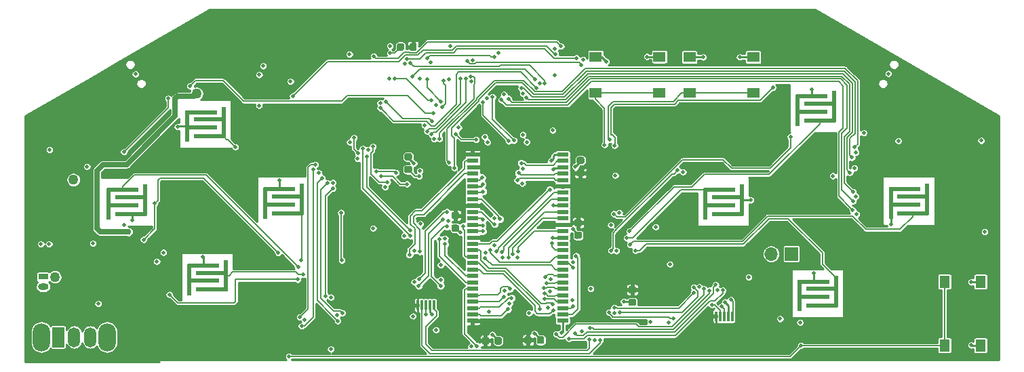
<source format=gbr>
G04 #@! TF.GenerationSoftware,KiCad,Pcbnew,5.1.3-ffb9f22~84~ubuntu18.10.1*
G04 #@! TF.CreationDate,2019-11-10T15:48:11-06:00*
G04 #@! TF.ProjectId,Gamete,47616d65-7465-42e6-9b69-6361645f7063,rev?*
G04 #@! TF.SameCoordinates,Original*
G04 #@! TF.FileFunction,Copper,L1,Top*
G04 #@! TF.FilePolarity,Positive*
%FSLAX46Y46*%
G04 Gerber Fmt 4.6, Leading zero omitted, Abs format (unit mm)*
G04 Created by KiCad (PCBNEW 5.1.3-ffb9f22~84~ubuntu18.10.1) date 2019-11-10 15:48:11*
%MOMM*%
%LPD*%
G04 APERTURE LIST*
%ADD10O,1.700000X1.700000*%
%ADD11R,1.700000X1.700000*%
%ADD12R,0.300000X1.300000*%
%ADD13C,0.100000*%
%ADD14C,0.875000*%
%ADD15R,1.440000X0.550000*%
%ADD16R,1.300000X1.550000*%
%ADD17R,1.550000X1.300000*%
%ADD18R,1.300000X0.800000*%
%ADD19O,1.300000X0.800000*%
%ADD20R,4.000000X0.500000*%
%ADD21R,0.500000X4.000000*%
%ADD22R,1.500000X2.500000*%
%ADD23O,1.500000X2.500000*%
%ADD24O,2.200000X3.500000*%
%ADD25C,0.508000*%
%ADD26C,1.270000*%
%ADD27C,0.762000*%
%ADD28C,0.254000*%
%ADD29C,0.635000*%
%ADD30C,0.177800*%
%ADD31C,0.152400*%
G04 APERTURE END LIST*
D10*
X247604280Y-168516300D03*
D11*
X250144280Y-168516300D03*
D12*
X240754660Y-176314620D03*
X241254660Y-176314620D03*
X241754660Y-176314620D03*
X242254660Y-176314620D03*
X242754660Y-176314620D03*
D13*
G36*
X224085982Y-156394288D02*
G01*
X224107217Y-156397438D01*
X224128041Y-156402654D01*
X224148253Y-156409886D01*
X224167659Y-156419065D01*
X224186072Y-156430101D01*
X224203315Y-156442889D01*
X224219221Y-156457305D01*
X224233637Y-156473211D01*
X224246425Y-156490454D01*
X224257461Y-156508867D01*
X224266640Y-156528273D01*
X224273872Y-156548485D01*
X224279088Y-156569309D01*
X224282238Y-156590544D01*
X224283291Y-156611985D01*
X224283291Y-157049485D01*
X224282238Y-157070926D01*
X224279088Y-157092161D01*
X224273872Y-157112985D01*
X224266640Y-157133197D01*
X224257461Y-157152603D01*
X224246425Y-157171016D01*
X224233637Y-157188259D01*
X224219221Y-157204165D01*
X224203315Y-157218581D01*
X224186072Y-157231369D01*
X224167659Y-157242405D01*
X224148253Y-157251584D01*
X224128041Y-157258816D01*
X224107217Y-157264032D01*
X224085982Y-157267182D01*
X224064541Y-157268235D01*
X223552041Y-157268235D01*
X223530600Y-157267182D01*
X223509365Y-157264032D01*
X223488541Y-157258816D01*
X223468329Y-157251584D01*
X223448923Y-157242405D01*
X223430510Y-157231369D01*
X223413267Y-157218581D01*
X223397361Y-157204165D01*
X223382945Y-157188259D01*
X223370157Y-157171016D01*
X223359121Y-157152603D01*
X223349942Y-157133197D01*
X223342710Y-157112985D01*
X223337494Y-157092161D01*
X223334344Y-157070926D01*
X223333291Y-157049485D01*
X223333291Y-156611985D01*
X223334344Y-156590544D01*
X223337494Y-156569309D01*
X223342710Y-156548485D01*
X223349942Y-156528273D01*
X223359121Y-156508867D01*
X223370157Y-156490454D01*
X223382945Y-156473211D01*
X223397361Y-156457305D01*
X223413267Y-156442889D01*
X223430510Y-156430101D01*
X223448923Y-156419065D01*
X223468329Y-156409886D01*
X223488541Y-156402654D01*
X223509365Y-156397438D01*
X223530600Y-156394288D01*
X223552041Y-156393235D01*
X224064541Y-156393235D01*
X224085982Y-156394288D01*
X224085982Y-156394288D01*
G37*
D14*
X223808291Y-156830735D03*
D13*
G36*
X224085982Y-157969288D02*
G01*
X224107217Y-157972438D01*
X224128041Y-157977654D01*
X224148253Y-157984886D01*
X224167659Y-157994065D01*
X224186072Y-158005101D01*
X224203315Y-158017889D01*
X224219221Y-158032305D01*
X224233637Y-158048211D01*
X224246425Y-158065454D01*
X224257461Y-158083867D01*
X224266640Y-158103273D01*
X224273872Y-158123485D01*
X224279088Y-158144309D01*
X224282238Y-158165544D01*
X224283291Y-158186985D01*
X224283291Y-158624485D01*
X224282238Y-158645926D01*
X224279088Y-158667161D01*
X224273872Y-158687985D01*
X224266640Y-158708197D01*
X224257461Y-158727603D01*
X224246425Y-158746016D01*
X224233637Y-158763259D01*
X224219221Y-158779165D01*
X224203315Y-158793581D01*
X224186072Y-158806369D01*
X224167659Y-158817405D01*
X224148253Y-158826584D01*
X224128041Y-158833816D01*
X224107217Y-158839032D01*
X224085982Y-158842182D01*
X224064541Y-158843235D01*
X223552041Y-158843235D01*
X223530600Y-158842182D01*
X223509365Y-158839032D01*
X223488541Y-158833816D01*
X223468329Y-158826584D01*
X223448923Y-158817405D01*
X223430510Y-158806369D01*
X223413267Y-158793581D01*
X223397361Y-158779165D01*
X223382945Y-158763259D01*
X223370157Y-158746016D01*
X223359121Y-158727603D01*
X223349942Y-158708197D01*
X223342710Y-158687985D01*
X223337494Y-158667161D01*
X223334344Y-158645926D01*
X223333291Y-158624485D01*
X223333291Y-158186985D01*
X223334344Y-158165544D01*
X223337494Y-158144309D01*
X223342710Y-158123485D01*
X223349942Y-158103273D01*
X223359121Y-158083867D01*
X223370157Y-158065454D01*
X223382945Y-158048211D01*
X223397361Y-158032305D01*
X223413267Y-158017889D01*
X223430510Y-158005101D01*
X223448923Y-157994065D01*
X223468329Y-157984886D01*
X223488541Y-157977654D01*
X223509365Y-157972438D01*
X223530600Y-157969288D01*
X223552041Y-157968235D01*
X224064541Y-157968235D01*
X224085982Y-157969288D01*
X224085982Y-157969288D01*
G37*
D14*
X223808291Y-158405735D03*
D13*
G36*
X223788212Y-165753223D02*
G01*
X223809447Y-165756373D01*
X223830271Y-165761589D01*
X223850483Y-165768821D01*
X223869889Y-165778000D01*
X223888302Y-165789036D01*
X223905545Y-165801824D01*
X223921451Y-165816240D01*
X223935867Y-165832146D01*
X223948655Y-165849389D01*
X223959691Y-165867802D01*
X223968870Y-165887208D01*
X223976102Y-165907420D01*
X223981318Y-165928244D01*
X223984468Y-165949479D01*
X223985521Y-165970920D01*
X223985521Y-166408420D01*
X223984468Y-166429861D01*
X223981318Y-166451096D01*
X223976102Y-166471920D01*
X223968870Y-166492132D01*
X223959691Y-166511538D01*
X223948655Y-166529951D01*
X223935867Y-166547194D01*
X223921451Y-166563100D01*
X223905545Y-166577516D01*
X223888302Y-166590304D01*
X223869889Y-166601340D01*
X223850483Y-166610519D01*
X223830271Y-166617751D01*
X223809447Y-166622967D01*
X223788212Y-166626117D01*
X223766771Y-166627170D01*
X223254271Y-166627170D01*
X223232830Y-166626117D01*
X223211595Y-166622967D01*
X223190771Y-166617751D01*
X223170559Y-166610519D01*
X223151153Y-166601340D01*
X223132740Y-166590304D01*
X223115497Y-166577516D01*
X223099591Y-166563100D01*
X223085175Y-166547194D01*
X223072387Y-166529951D01*
X223061351Y-166511538D01*
X223052172Y-166492132D01*
X223044940Y-166471920D01*
X223039724Y-166451096D01*
X223036574Y-166429861D01*
X223035521Y-166408420D01*
X223035521Y-165970920D01*
X223036574Y-165949479D01*
X223039724Y-165928244D01*
X223044940Y-165907420D01*
X223052172Y-165887208D01*
X223061351Y-165867802D01*
X223072387Y-165849389D01*
X223085175Y-165832146D01*
X223099591Y-165816240D01*
X223115497Y-165801824D01*
X223132740Y-165789036D01*
X223151153Y-165778000D01*
X223170559Y-165768821D01*
X223190771Y-165761589D01*
X223211595Y-165756373D01*
X223232830Y-165753223D01*
X223254271Y-165752170D01*
X223766771Y-165752170D01*
X223788212Y-165753223D01*
X223788212Y-165753223D01*
G37*
D14*
X223510521Y-166189670D03*
D13*
G36*
X223788212Y-164178223D02*
G01*
X223809447Y-164181373D01*
X223830271Y-164186589D01*
X223850483Y-164193821D01*
X223869889Y-164203000D01*
X223888302Y-164214036D01*
X223905545Y-164226824D01*
X223921451Y-164241240D01*
X223935867Y-164257146D01*
X223948655Y-164274389D01*
X223959691Y-164292802D01*
X223968870Y-164312208D01*
X223976102Y-164332420D01*
X223981318Y-164353244D01*
X223984468Y-164374479D01*
X223985521Y-164395920D01*
X223985521Y-164833420D01*
X223984468Y-164854861D01*
X223981318Y-164876096D01*
X223976102Y-164896920D01*
X223968870Y-164917132D01*
X223959691Y-164936538D01*
X223948655Y-164954951D01*
X223935867Y-164972194D01*
X223921451Y-164988100D01*
X223905545Y-165002516D01*
X223888302Y-165015304D01*
X223869889Y-165026340D01*
X223850483Y-165035519D01*
X223830271Y-165042751D01*
X223809447Y-165047967D01*
X223788212Y-165051117D01*
X223766771Y-165052170D01*
X223254271Y-165052170D01*
X223232830Y-165051117D01*
X223211595Y-165047967D01*
X223190771Y-165042751D01*
X223170559Y-165035519D01*
X223151153Y-165026340D01*
X223132740Y-165015304D01*
X223115497Y-165002516D01*
X223099591Y-164988100D01*
X223085175Y-164972194D01*
X223072387Y-164954951D01*
X223061351Y-164936538D01*
X223052172Y-164917132D01*
X223044940Y-164896920D01*
X223039724Y-164876096D01*
X223036574Y-164854861D01*
X223035521Y-164833420D01*
X223035521Y-164395920D01*
X223036574Y-164374479D01*
X223039724Y-164353244D01*
X223044940Y-164332420D01*
X223052172Y-164312208D01*
X223061351Y-164292802D01*
X223072387Y-164274389D01*
X223085175Y-164257146D01*
X223099591Y-164241240D01*
X223115497Y-164226824D01*
X223132740Y-164214036D01*
X223151153Y-164203000D01*
X223170559Y-164193821D01*
X223190771Y-164186589D01*
X223211595Y-164181373D01*
X223232830Y-164178223D01*
X223254271Y-164177170D01*
X223766771Y-164177170D01*
X223788212Y-164178223D01*
X223788212Y-164178223D01*
G37*
D14*
X223510521Y-164614670D03*
D13*
G36*
X202573116Y-155956137D02*
G01*
X202594351Y-155959287D01*
X202615175Y-155964503D01*
X202635387Y-155971735D01*
X202654793Y-155980914D01*
X202673206Y-155991950D01*
X202690449Y-156004738D01*
X202706355Y-156019154D01*
X202720771Y-156035060D01*
X202733559Y-156052303D01*
X202744595Y-156070716D01*
X202753774Y-156090122D01*
X202761006Y-156110334D01*
X202766222Y-156131158D01*
X202769372Y-156152393D01*
X202770425Y-156173834D01*
X202770425Y-156611334D01*
X202769372Y-156632775D01*
X202766222Y-156654010D01*
X202761006Y-156674834D01*
X202753774Y-156695046D01*
X202744595Y-156714452D01*
X202733559Y-156732865D01*
X202720771Y-156750108D01*
X202706355Y-156766014D01*
X202690449Y-156780430D01*
X202673206Y-156793218D01*
X202654793Y-156804254D01*
X202635387Y-156813433D01*
X202615175Y-156820665D01*
X202594351Y-156825881D01*
X202573116Y-156829031D01*
X202551675Y-156830084D01*
X202039175Y-156830084D01*
X202017734Y-156829031D01*
X201996499Y-156825881D01*
X201975675Y-156820665D01*
X201955463Y-156813433D01*
X201936057Y-156804254D01*
X201917644Y-156793218D01*
X201900401Y-156780430D01*
X201884495Y-156766014D01*
X201870079Y-156750108D01*
X201857291Y-156732865D01*
X201846255Y-156714452D01*
X201837076Y-156695046D01*
X201829844Y-156674834D01*
X201824628Y-156654010D01*
X201821478Y-156632775D01*
X201820425Y-156611334D01*
X201820425Y-156173834D01*
X201821478Y-156152393D01*
X201824628Y-156131158D01*
X201829844Y-156110334D01*
X201837076Y-156090122D01*
X201846255Y-156070716D01*
X201857291Y-156052303D01*
X201870079Y-156035060D01*
X201884495Y-156019154D01*
X201900401Y-156004738D01*
X201917644Y-155991950D01*
X201936057Y-155980914D01*
X201955463Y-155971735D01*
X201975675Y-155964503D01*
X201996499Y-155959287D01*
X202017734Y-155956137D01*
X202039175Y-155955084D01*
X202551675Y-155955084D01*
X202573116Y-155956137D01*
X202573116Y-155956137D01*
G37*
D14*
X202295425Y-156392584D03*
D13*
G36*
X202573116Y-157531137D02*
G01*
X202594351Y-157534287D01*
X202615175Y-157539503D01*
X202635387Y-157546735D01*
X202654793Y-157555914D01*
X202673206Y-157566950D01*
X202690449Y-157579738D01*
X202706355Y-157594154D01*
X202720771Y-157610060D01*
X202733559Y-157627303D01*
X202744595Y-157645716D01*
X202753774Y-157665122D01*
X202761006Y-157685334D01*
X202766222Y-157706158D01*
X202769372Y-157727393D01*
X202770425Y-157748834D01*
X202770425Y-158186334D01*
X202769372Y-158207775D01*
X202766222Y-158229010D01*
X202761006Y-158249834D01*
X202753774Y-158270046D01*
X202744595Y-158289452D01*
X202733559Y-158307865D01*
X202720771Y-158325108D01*
X202706355Y-158341014D01*
X202690449Y-158355430D01*
X202673206Y-158368218D01*
X202654793Y-158379254D01*
X202635387Y-158388433D01*
X202615175Y-158395665D01*
X202594351Y-158400881D01*
X202573116Y-158404031D01*
X202551675Y-158405084D01*
X202039175Y-158405084D01*
X202017734Y-158404031D01*
X201996499Y-158400881D01*
X201975675Y-158395665D01*
X201955463Y-158388433D01*
X201936057Y-158379254D01*
X201917644Y-158368218D01*
X201900401Y-158355430D01*
X201884495Y-158341014D01*
X201870079Y-158325108D01*
X201857291Y-158307865D01*
X201846255Y-158289452D01*
X201837076Y-158270046D01*
X201829844Y-158249834D01*
X201824628Y-158229010D01*
X201821478Y-158207775D01*
X201820425Y-158186334D01*
X201820425Y-157748834D01*
X201821478Y-157727393D01*
X201824628Y-157706158D01*
X201829844Y-157685334D01*
X201837076Y-157665122D01*
X201846255Y-157645716D01*
X201857291Y-157627303D01*
X201870079Y-157610060D01*
X201884495Y-157594154D01*
X201900401Y-157579738D01*
X201917644Y-157566950D01*
X201936057Y-157555914D01*
X201955463Y-157546735D01*
X201975675Y-157539503D01*
X201996499Y-157534287D01*
X202017734Y-157531137D01*
X202039175Y-157530084D01*
X202551675Y-157530084D01*
X202573116Y-157531137D01*
X202573116Y-157531137D01*
G37*
D14*
X202295425Y-157967584D03*
D13*
G36*
X213765725Y-178902695D02*
G01*
X213786960Y-178905845D01*
X213807784Y-178911061D01*
X213827996Y-178918293D01*
X213847402Y-178927472D01*
X213865815Y-178938508D01*
X213883058Y-178951296D01*
X213898964Y-178965712D01*
X213913380Y-178981618D01*
X213926168Y-178998861D01*
X213937204Y-179017274D01*
X213946383Y-179036680D01*
X213953615Y-179056892D01*
X213958831Y-179077716D01*
X213961981Y-179098951D01*
X213963034Y-179120392D01*
X213963034Y-179632892D01*
X213961981Y-179654333D01*
X213958831Y-179675568D01*
X213953615Y-179696392D01*
X213946383Y-179716604D01*
X213937204Y-179736010D01*
X213926168Y-179754423D01*
X213913380Y-179771666D01*
X213898964Y-179787572D01*
X213883058Y-179801988D01*
X213865815Y-179814776D01*
X213847402Y-179825812D01*
X213827996Y-179834991D01*
X213807784Y-179842223D01*
X213786960Y-179847439D01*
X213765725Y-179850589D01*
X213744284Y-179851642D01*
X213306784Y-179851642D01*
X213285343Y-179850589D01*
X213264108Y-179847439D01*
X213243284Y-179842223D01*
X213223072Y-179834991D01*
X213203666Y-179825812D01*
X213185253Y-179814776D01*
X213168010Y-179801988D01*
X213152104Y-179787572D01*
X213137688Y-179771666D01*
X213124900Y-179754423D01*
X213113864Y-179736010D01*
X213104685Y-179716604D01*
X213097453Y-179696392D01*
X213092237Y-179675568D01*
X213089087Y-179654333D01*
X213088034Y-179632892D01*
X213088034Y-179120392D01*
X213089087Y-179098951D01*
X213092237Y-179077716D01*
X213097453Y-179056892D01*
X213104685Y-179036680D01*
X213113864Y-179017274D01*
X213124900Y-178998861D01*
X213137688Y-178981618D01*
X213152104Y-178965712D01*
X213168010Y-178951296D01*
X213185253Y-178938508D01*
X213203666Y-178927472D01*
X213223072Y-178918293D01*
X213243284Y-178911061D01*
X213264108Y-178905845D01*
X213285343Y-178902695D01*
X213306784Y-178901642D01*
X213744284Y-178901642D01*
X213765725Y-178902695D01*
X213765725Y-178902695D01*
G37*
D14*
X213525534Y-179376642D03*
D13*
G36*
X212190725Y-178902695D02*
G01*
X212211960Y-178905845D01*
X212232784Y-178911061D01*
X212252996Y-178918293D01*
X212272402Y-178927472D01*
X212290815Y-178938508D01*
X212308058Y-178951296D01*
X212323964Y-178965712D01*
X212338380Y-178981618D01*
X212351168Y-178998861D01*
X212362204Y-179017274D01*
X212371383Y-179036680D01*
X212378615Y-179056892D01*
X212383831Y-179077716D01*
X212386981Y-179098951D01*
X212388034Y-179120392D01*
X212388034Y-179632892D01*
X212386981Y-179654333D01*
X212383831Y-179675568D01*
X212378615Y-179696392D01*
X212371383Y-179716604D01*
X212362204Y-179736010D01*
X212351168Y-179754423D01*
X212338380Y-179771666D01*
X212323964Y-179787572D01*
X212308058Y-179801988D01*
X212290815Y-179814776D01*
X212272402Y-179825812D01*
X212252996Y-179834991D01*
X212232784Y-179842223D01*
X212211960Y-179847439D01*
X212190725Y-179850589D01*
X212169284Y-179851642D01*
X211731784Y-179851642D01*
X211710343Y-179850589D01*
X211689108Y-179847439D01*
X211668284Y-179842223D01*
X211648072Y-179834991D01*
X211628666Y-179825812D01*
X211610253Y-179814776D01*
X211593010Y-179801988D01*
X211577104Y-179787572D01*
X211562688Y-179771666D01*
X211549900Y-179754423D01*
X211538864Y-179736010D01*
X211529685Y-179716604D01*
X211522453Y-179696392D01*
X211517237Y-179675568D01*
X211514087Y-179654333D01*
X211513034Y-179632892D01*
X211513034Y-179120392D01*
X211514087Y-179098951D01*
X211517237Y-179077716D01*
X211522453Y-179056892D01*
X211529685Y-179036680D01*
X211538864Y-179017274D01*
X211549900Y-178998861D01*
X211562688Y-178981618D01*
X211577104Y-178965712D01*
X211593010Y-178951296D01*
X211610253Y-178938508D01*
X211628666Y-178927472D01*
X211648072Y-178918293D01*
X211668284Y-178911061D01*
X211689108Y-178905845D01*
X211710343Y-178902695D01*
X211731784Y-178901642D01*
X212169284Y-178901642D01*
X212190725Y-178902695D01*
X212190725Y-178902695D01*
G37*
D14*
X211950534Y-179376642D03*
D13*
G36*
X219066371Y-178814493D02*
G01*
X219087606Y-178817643D01*
X219108430Y-178822859D01*
X219128642Y-178830091D01*
X219148048Y-178839270D01*
X219166461Y-178850306D01*
X219183704Y-178863094D01*
X219199610Y-178877510D01*
X219214026Y-178893416D01*
X219226814Y-178910659D01*
X219237850Y-178929072D01*
X219247029Y-178948478D01*
X219254261Y-178968690D01*
X219259477Y-178989514D01*
X219262627Y-179010749D01*
X219263680Y-179032190D01*
X219263680Y-179544690D01*
X219262627Y-179566131D01*
X219259477Y-179587366D01*
X219254261Y-179608190D01*
X219247029Y-179628402D01*
X219237850Y-179647808D01*
X219226814Y-179666221D01*
X219214026Y-179683464D01*
X219199610Y-179699370D01*
X219183704Y-179713786D01*
X219166461Y-179726574D01*
X219148048Y-179737610D01*
X219128642Y-179746789D01*
X219108430Y-179754021D01*
X219087606Y-179759237D01*
X219066371Y-179762387D01*
X219044930Y-179763440D01*
X218607430Y-179763440D01*
X218585989Y-179762387D01*
X218564754Y-179759237D01*
X218543930Y-179754021D01*
X218523718Y-179746789D01*
X218504312Y-179737610D01*
X218485899Y-179726574D01*
X218468656Y-179713786D01*
X218452750Y-179699370D01*
X218438334Y-179683464D01*
X218425546Y-179666221D01*
X218414510Y-179647808D01*
X218405331Y-179628402D01*
X218398099Y-179608190D01*
X218392883Y-179587366D01*
X218389733Y-179566131D01*
X218388680Y-179544690D01*
X218388680Y-179032190D01*
X218389733Y-179010749D01*
X218392883Y-178989514D01*
X218398099Y-178968690D01*
X218405331Y-178948478D01*
X218414510Y-178929072D01*
X218425546Y-178910659D01*
X218438334Y-178893416D01*
X218452750Y-178877510D01*
X218468656Y-178863094D01*
X218485899Y-178850306D01*
X218504312Y-178839270D01*
X218523718Y-178830091D01*
X218543930Y-178822859D01*
X218564754Y-178817643D01*
X218585989Y-178814493D01*
X218607430Y-178813440D01*
X219044930Y-178813440D01*
X219066371Y-178814493D01*
X219066371Y-178814493D01*
G37*
D14*
X218826180Y-179288440D03*
D13*
G36*
X217491371Y-178814493D02*
G01*
X217512606Y-178817643D01*
X217533430Y-178822859D01*
X217553642Y-178830091D01*
X217573048Y-178839270D01*
X217591461Y-178850306D01*
X217608704Y-178863094D01*
X217624610Y-178877510D01*
X217639026Y-178893416D01*
X217651814Y-178910659D01*
X217662850Y-178929072D01*
X217672029Y-178948478D01*
X217679261Y-178968690D01*
X217684477Y-178989514D01*
X217687627Y-179010749D01*
X217688680Y-179032190D01*
X217688680Y-179544690D01*
X217687627Y-179566131D01*
X217684477Y-179587366D01*
X217679261Y-179608190D01*
X217672029Y-179628402D01*
X217662850Y-179647808D01*
X217651814Y-179666221D01*
X217639026Y-179683464D01*
X217624610Y-179699370D01*
X217608704Y-179713786D01*
X217591461Y-179726574D01*
X217573048Y-179737610D01*
X217553642Y-179746789D01*
X217533430Y-179754021D01*
X217512606Y-179759237D01*
X217491371Y-179762387D01*
X217469930Y-179763440D01*
X217032430Y-179763440D01*
X217010989Y-179762387D01*
X216989754Y-179759237D01*
X216968930Y-179754021D01*
X216948718Y-179746789D01*
X216929312Y-179737610D01*
X216910899Y-179726574D01*
X216893656Y-179713786D01*
X216877750Y-179699370D01*
X216863334Y-179683464D01*
X216850546Y-179666221D01*
X216839510Y-179647808D01*
X216830331Y-179628402D01*
X216823099Y-179608190D01*
X216817883Y-179587366D01*
X216814733Y-179566131D01*
X216813680Y-179544690D01*
X216813680Y-179032190D01*
X216814733Y-179010749D01*
X216817883Y-178989514D01*
X216823099Y-178968690D01*
X216830331Y-178948478D01*
X216839510Y-178929072D01*
X216850546Y-178910659D01*
X216863334Y-178893416D01*
X216877750Y-178877510D01*
X216893656Y-178863094D01*
X216910899Y-178850306D01*
X216929312Y-178839270D01*
X216948718Y-178830091D01*
X216968930Y-178822859D01*
X216989754Y-178817643D01*
X217010989Y-178814493D01*
X217032430Y-178813440D01*
X217469930Y-178813440D01*
X217491371Y-178814493D01*
X217491371Y-178814493D01*
G37*
D14*
X217251180Y-179288440D03*
D13*
G36*
X230541391Y-174132773D02*
G01*
X230562626Y-174135923D01*
X230583450Y-174141139D01*
X230603662Y-174148371D01*
X230623068Y-174157550D01*
X230641481Y-174168586D01*
X230658724Y-174181374D01*
X230674630Y-174195790D01*
X230689046Y-174211696D01*
X230701834Y-174228939D01*
X230712870Y-174247352D01*
X230722049Y-174266758D01*
X230729281Y-174286970D01*
X230734497Y-174307794D01*
X230737647Y-174329029D01*
X230738700Y-174350470D01*
X230738700Y-174787970D01*
X230737647Y-174809411D01*
X230734497Y-174830646D01*
X230729281Y-174851470D01*
X230722049Y-174871682D01*
X230712870Y-174891088D01*
X230701834Y-174909501D01*
X230689046Y-174926744D01*
X230674630Y-174942650D01*
X230658724Y-174957066D01*
X230641481Y-174969854D01*
X230623068Y-174980890D01*
X230603662Y-174990069D01*
X230583450Y-174997301D01*
X230562626Y-175002517D01*
X230541391Y-175005667D01*
X230519950Y-175006720D01*
X230007450Y-175006720D01*
X229986009Y-175005667D01*
X229964774Y-175002517D01*
X229943950Y-174997301D01*
X229923738Y-174990069D01*
X229904332Y-174980890D01*
X229885919Y-174969854D01*
X229868676Y-174957066D01*
X229852770Y-174942650D01*
X229838354Y-174926744D01*
X229825566Y-174909501D01*
X229814530Y-174891088D01*
X229805351Y-174871682D01*
X229798119Y-174851470D01*
X229792903Y-174830646D01*
X229789753Y-174809411D01*
X229788700Y-174787970D01*
X229788700Y-174350470D01*
X229789753Y-174329029D01*
X229792903Y-174307794D01*
X229798119Y-174286970D01*
X229805351Y-174266758D01*
X229814530Y-174247352D01*
X229825566Y-174228939D01*
X229838354Y-174211696D01*
X229852770Y-174195790D01*
X229868676Y-174181374D01*
X229885919Y-174168586D01*
X229904332Y-174157550D01*
X229923738Y-174148371D01*
X229943950Y-174141139D01*
X229964774Y-174135923D01*
X229986009Y-174132773D01*
X230007450Y-174131720D01*
X230519950Y-174131720D01*
X230541391Y-174132773D01*
X230541391Y-174132773D01*
G37*
D14*
X230263700Y-174569220D03*
D13*
G36*
X230541391Y-172557773D02*
G01*
X230562626Y-172560923D01*
X230583450Y-172566139D01*
X230603662Y-172573371D01*
X230623068Y-172582550D01*
X230641481Y-172593586D01*
X230658724Y-172606374D01*
X230674630Y-172620790D01*
X230689046Y-172636696D01*
X230701834Y-172653939D01*
X230712870Y-172672352D01*
X230722049Y-172691758D01*
X230729281Y-172711970D01*
X230734497Y-172732794D01*
X230737647Y-172754029D01*
X230738700Y-172775470D01*
X230738700Y-173212970D01*
X230737647Y-173234411D01*
X230734497Y-173255646D01*
X230729281Y-173276470D01*
X230722049Y-173296682D01*
X230712870Y-173316088D01*
X230701834Y-173334501D01*
X230689046Y-173351744D01*
X230674630Y-173367650D01*
X230658724Y-173382066D01*
X230641481Y-173394854D01*
X230623068Y-173405890D01*
X230603662Y-173415069D01*
X230583450Y-173422301D01*
X230562626Y-173427517D01*
X230541391Y-173430667D01*
X230519950Y-173431720D01*
X230007450Y-173431720D01*
X229986009Y-173430667D01*
X229964774Y-173427517D01*
X229943950Y-173422301D01*
X229923738Y-173415069D01*
X229904332Y-173405890D01*
X229885919Y-173394854D01*
X229868676Y-173382066D01*
X229852770Y-173367650D01*
X229838354Y-173351744D01*
X229825566Y-173334501D01*
X229814530Y-173316088D01*
X229805351Y-173296682D01*
X229798119Y-173276470D01*
X229792903Y-173255646D01*
X229789753Y-173234411D01*
X229788700Y-173212970D01*
X229788700Y-172775470D01*
X229789753Y-172754029D01*
X229792903Y-172732794D01*
X229798119Y-172711970D01*
X229805351Y-172691758D01*
X229814530Y-172672352D01*
X229825566Y-172653939D01*
X229838354Y-172636696D01*
X229852770Y-172620790D01*
X229868676Y-172606374D01*
X229885919Y-172593586D01*
X229904332Y-172582550D01*
X229923738Y-172573371D01*
X229943950Y-172566139D01*
X229964774Y-172560923D01*
X229986009Y-172557773D01*
X230007450Y-172556720D01*
X230519950Y-172556720D01*
X230541391Y-172557773D01*
X230541391Y-172557773D01*
G37*
D14*
X230263700Y-172994220D03*
D13*
G36*
X203153304Y-142174004D02*
G01*
X203174539Y-142177154D01*
X203195363Y-142182370D01*
X203215575Y-142189602D01*
X203234981Y-142198781D01*
X203253394Y-142209817D01*
X203270637Y-142222605D01*
X203286543Y-142237021D01*
X203300959Y-142252927D01*
X203313747Y-142270170D01*
X203324783Y-142288583D01*
X203333962Y-142307989D01*
X203341194Y-142328201D01*
X203346410Y-142349025D01*
X203349560Y-142370260D01*
X203350613Y-142391701D01*
X203350613Y-142904201D01*
X203349560Y-142925642D01*
X203346410Y-142946877D01*
X203341194Y-142967701D01*
X203333962Y-142987913D01*
X203324783Y-143007319D01*
X203313747Y-143025732D01*
X203300959Y-143042975D01*
X203286543Y-143058881D01*
X203270637Y-143073297D01*
X203253394Y-143086085D01*
X203234981Y-143097121D01*
X203215575Y-143106300D01*
X203195363Y-143113532D01*
X203174539Y-143118748D01*
X203153304Y-143121898D01*
X203131863Y-143122951D01*
X202694363Y-143122951D01*
X202672922Y-143121898D01*
X202651687Y-143118748D01*
X202630863Y-143113532D01*
X202610651Y-143106300D01*
X202591245Y-143097121D01*
X202572832Y-143086085D01*
X202555589Y-143073297D01*
X202539683Y-143058881D01*
X202525267Y-143042975D01*
X202512479Y-143025732D01*
X202501443Y-143007319D01*
X202492264Y-142987913D01*
X202485032Y-142967701D01*
X202479816Y-142946877D01*
X202476666Y-142925642D01*
X202475613Y-142904201D01*
X202475613Y-142391701D01*
X202476666Y-142370260D01*
X202479816Y-142349025D01*
X202485032Y-142328201D01*
X202492264Y-142307989D01*
X202501443Y-142288583D01*
X202512479Y-142270170D01*
X202525267Y-142252927D01*
X202539683Y-142237021D01*
X202555589Y-142222605D01*
X202572832Y-142209817D01*
X202591245Y-142198781D01*
X202610651Y-142189602D01*
X202630863Y-142182370D01*
X202651687Y-142177154D01*
X202672922Y-142174004D01*
X202694363Y-142172951D01*
X203131863Y-142172951D01*
X203153304Y-142174004D01*
X203153304Y-142174004D01*
G37*
D14*
X202913113Y-142647951D03*
D13*
G36*
X201578304Y-142174004D02*
G01*
X201599539Y-142177154D01*
X201620363Y-142182370D01*
X201640575Y-142189602D01*
X201659981Y-142198781D01*
X201678394Y-142209817D01*
X201695637Y-142222605D01*
X201711543Y-142237021D01*
X201725959Y-142252927D01*
X201738747Y-142270170D01*
X201749783Y-142288583D01*
X201758962Y-142307989D01*
X201766194Y-142328201D01*
X201771410Y-142349025D01*
X201774560Y-142370260D01*
X201775613Y-142391701D01*
X201775613Y-142904201D01*
X201774560Y-142925642D01*
X201771410Y-142946877D01*
X201766194Y-142967701D01*
X201758962Y-142987913D01*
X201749783Y-143007319D01*
X201738747Y-143025732D01*
X201725959Y-143042975D01*
X201711543Y-143058881D01*
X201695637Y-143073297D01*
X201678394Y-143086085D01*
X201659981Y-143097121D01*
X201640575Y-143106300D01*
X201620363Y-143113532D01*
X201599539Y-143118748D01*
X201578304Y-143121898D01*
X201556863Y-143122951D01*
X201119363Y-143122951D01*
X201097922Y-143121898D01*
X201076687Y-143118748D01*
X201055863Y-143113532D01*
X201035651Y-143106300D01*
X201016245Y-143097121D01*
X200997832Y-143086085D01*
X200980589Y-143073297D01*
X200964683Y-143058881D01*
X200950267Y-143042975D01*
X200937479Y-143025732D01*
X200926443Y-143007319D01*
X200917264Y-142987913D01*
X200910032Y-142967701D01*
X200904816Y-142946877D01*
X200901666Y-142925642D01*
X200900613Y-142904201D01*
X200900613Y-142391701D01*
X200901666Y-142370260D01*
X200904816Y-142349025D01*
X200910032Y-142328201D01*
X200917264Y-142307989D01*
X200926443Y-142288583D01*
X200937479Y-142270170D01*
X200950267Y-142252927D01*
X200964683Y-142237021D01*
X200980589Y-142222605D01*
X200997832Y-142209817D01*
X201016245Y-142198781D01*
X201035651Y-142189602D01*
X201055863Y-142182370D01*
X201076687Y-142177154D01*
X201097922Y-142174004D01*
X201119363Y-142172951D01*
X201556863Y-142172951D01*
X201578304Y-142174004D01*
X201578304Y-142174004D01*
G37*
D14*
X201338113Y-142647951D03*
D13*
G36*
X208456520Y-164863084D02*
G01*
X208477755Y-164866234D01*
X208498579Y-164871450D01*
X208518791Y-164878682D01*
X208538197Y-164887861D01*
X208556610Y-164898897D01*
X208573853Y-164911685D01*
X208589759Y-164926101D01*
X208604175Y-164942007D01*
X208616963Y-164959250D01*
X208627999Y-164977663D01*
X208637178Y-164997069D01*
X208644410Y-165017281D01*
X208649626Y-165038105D01*
X208652776Y-165059340D01*
X208653829Y-165080781D01*
X208653829Y-165518281D01*
X208652776Y-165539722D01*
X208649626Y-165560957D01*
X208644410Y-165581781D01*
X208637178Y-165601993D01*
X208627999Y-165621399D01*
X208616963Y-165639812D01*
X208604175Y-165657055D01*
X208589759Y-165672961D01*
X208573853Y-165687377D01*
X208556610Y-165700165D01*
X208538197Y-165711201D01*
X208518791Y-165720380D01*
X208498579Y-165727612D01*
X208477755Y-165732828D01*
X208456520Y-165735978D01*
X208435079Y-165737031D01*
X207922579Y-165737031D01*
X207901138Y-165735978D01*
X207879903Y-165732828D01*
X207859079Y-165727612D01*
X207838867Y-165720380D01*
X207819461Y-165711201D01*
X207801048Y-165700165D01*
X207783805Y-165687377D01*
X207767899Y-165672961D01*
X207753483Y-165657055D01*
X207740695Y-165639812D01*
X207729659Y-165621399D01*
X207720480Y-165601993D01*
X207713248Y-165581781D01*
X207708032Y-165560957D01*
X207704882Y-165539722D01*
X207703829Y-165518281D01*
X207703829Y-165080781D01*
X207704882Y-165059340D01*
X207708032Y-165038105D01*
X207713248Y-165017281D01*
X207720480Y-164997069D01*
X207729659Y-164977663D01*
X207740695Y-164959250D01*
X207753483Y-164942007D01*
X207767899Y-164926101D01*
X207783805Y-164911685D01*
X207801048Y-164898897D01*
X207819461Y-164887861D01*
X207838867Y-164878682D01*
X207859079Y-164871450D01*
X207879903Y-164866234D01*
X207901138Y-164863084D01*
X207922579Y-164862031D01*
X208435079Y-164862031D01*
X208456520Y-164863084D01*
X208456520Y-164863084D01*
G37*
D14*
X208178829Y-165299531D03*
D13*
G36*
X208456520Y-163288084D02*
G01*
X208477755Y-163291234D01*
X208498579Y-163296450D01*
X208518791Y-163303682D01*
X208538197Y-163312861D01*
X208556610Y-163323897D01*
X208573853Y-163336685D01*
X208589759Y-163351101D01*
X208604175Y-163367007D01*
X208616963Y-163384250D01*
X208627999Y-163402663D01*
X208637178Y-163422069D01*
X208644410Y-163442281D01*
X208649626Y-163463105D01*
X208652776Y-163484340D01*
X208653829Y-163505781D01*
X208653829Y-163943281D01*
X208652776Y-163964722D01*
X208649626Y-163985957D01*
X208644410Y-164006781D01*
X208637178Y-164026993D01*
X208627999Y-164046399D01*
X208616963Y-164064812D01*
X208604175Y-164082055D01*
X208589759Y-164097961D01*
X208573853Y-164112377D01*
X208556610Y-164125165D01*
X208538197Y-164136201D01*
X208518791Y-164145380D01*
X208498579Y-164152612D01*
X208477755Y-164157828D01*
X208456520Y-164160978D01*
X208435079Y-164162031D01*
X207922579Y-164162031D01*
X207901138Y-164160978D01*
X207879903Y-164157828D01*
X207859079Y-164152612D01*
X207838867Y-164145380D01*
X207819461Y-164136201D01*
X207801048Y-164125165D01*
X207783805Y-164112377D01*
X207767899Y-164097961D01*
X207753483Y-164082055D01*
X207740695Y-164064812D01*
X207729659Y-164046399D01*
X207720480Y-164026993D01*
X207713248Y-164006781D01*
X207708032Y-163985957D01*
X207704882Y-163964722D01*
X207703829Y-163943281D01*
X207703829Y-163505781D01*
X207704882Y-163484340D01*
X207708032Y-163463105D01*
X207713248Y-163442281D01*
X207720480Y-163422069D01*
X207729659Y-163402663D01*
X207740695Y-163384250D01*
X207753483Y-163367007D01*
X207767899Y-163351101D01*
X207783805Y-163336685D01*
X207801048Y-163323897D01*
X207819461Y-163312861D01*
X207838867Y-163303682D01*
X207859079Y-163296450D01*
X207879903Y-163291234D01*
X207901138Y-163288084D01*
X207922579Y-163287031D01*
X208435079Y-163287031D01*
X208456520Y-163288084D01*
X208456520Y-163288084D01*
G37*
D14*
X208178829Y-163724531D03*
D15*
X221585000Y-156079000D03*
X221585000Y-156879000D03*
X221585000Y-157679000D03*
X221585000Y-158479000D03*
X221585000Y-159279000D03*
X221585000Y-160079000D03*
X221585000Y-160879000D03*
X221585000Y-161679000D03*
X221585000Y-162479000D03*
X221585000Y-163279000D03*
X221585000Y-164079000D03*
X221585000Y-164879000D03*
X221585000Y-165679000D03*
X221585000Y-166479000D03*
X221585000Y-167279000D03*
X221585000Y-168079000D03*
X221585000Y-168879000D03*
X221585000Y-169679000D03*
X221585000Y-170479000D03*
X221585000Y-171279000D03*
X221585000Y-172079000D03*
X221585000Y-172879000D03*
X221585000Y-173679000D03*
X221585000Y-174479000D03*
X221585000Y-175279000D03*
X221585000Y-176079000D03*
X221585000Y-176879000D03*
X210345000Y-176879000D03*
X210345000Y-176079000D03*
X210345000Y-175279000D03*
X210345000Y-174479000D03*
X210345000Y-173679000D03*
X210345000Y-172879000D03*
X210345000Y-172079000D03*
X210345000Y-171279000D03*
X210345000Y-170479000D03*
X210345000Y-169679000D03*
X210345000Y-168879000D03*
X210345000Y-168079000D03*
X210345000Y-167279000D03*
X210345000Y-166479000D03*
X210345000Y-165679000D03*
X210345000Y-164879000D03*
X210345000Y-164079000D03*
X210345000Y-163279000D03*
X210345000Y-162479000D03*
X210345000Y-161679000D03*
X210345000Y-160879000D03*
X210345000Y-160079000D03*
X210345000Y-159279000D03*
X210345000Y-158479000D03*
X210345000Y-157679000D03*
X210345000Y-156879000D03*
X210345000Y-156079000D03*
D12*
X203497940Y-174920160D03*
X203997940Y-174920160D03*
X204497940Y-174920160D03*
X204997940Y-174920160D03*
X205497940Y-174920160D03*
D16*
X269253140Y-179963900D03*
X273753140Y-179963900D03*
X273753140Y-172003900D03*
X269253140Y-172003900D03*
D17*
X245360000Y-148430000D03*
X245360000Y-143930000D03*
X237400000Y-143930000D03*
X237400000Y-148430000D03*
X233640000Y-148370000D03*
X233640000Y-143870000D03*
X225680000Y-143870000D03*
X225680000Y-148370000D03*
D18*
X156721000Y-171382000D03*
D19*
X156721000Y-172632000D03*
D20*
X252685000Y-148835000D03*
D21*
X255485000Y-150085000D03*
D20*
X253685000Y-151835000D03*
X253685000Y-149735000D03*
X252685000Y-150735000D03*
D21*
X250935000Y-150585000D03*
D20*
X253915000Y-172885000D03*
D21*
X255715000Y-173235000D03*
D20*
X253915000Y-174985000D03*
X252915000Y-171985000D03*
D21*
X251165000Y-173735000D03*
D20*
X252915000Y-173885000D03*
X241155000Y-160535000D03*
X241155000Y-162435000D03*
D21*
X239405000Y-162285000D03*
D20*
X242155000Y-163535000D03*
D21*
X243955000Y-161785000D03*
D20*
X242155000Y-161435000D03*
X265315000Y-161325000D03*
D21*
X267115000Y-161675000D03*
D20*
X265315000Y-163425000D03*
D21*
X262565000Y-162175000D03*
D20*
X264315000Y-162325000D03*
X264315000Y-160425000D03*
X176485000Y-150835000D03*
D21*
X179285000Y-152085000D03*
D20*
X177485000Y-153835000D03*
X177485000Y-151735000D03*
X176485000Y-152735000D03*
D21*
X174735000Y-152585000D03*
D20*
X177715000Y-170885000D03*
D21*
X179515000Y-171235000D03*
D20*
X177715000Y-172985000D03*
X176715000Y-169985000D03*
D21*
X174965000Y-171735000D03*
D20*
X176715000Y-171885000D03*
X166655000Y-160535000D03*
X166655000Y-162435000D03*
D21*
X164905000Y-162285000D03*
D20*
X167655000Y-163535000D03*
D21*
X169455000Y-161785000D03*
D20*
X167655000Y-161435000D03*
X187215000Y-161325000D03*
D21*
X189015000Y-161675000D03*
D20*
X187215000Y-163425000D03*
D21*
X184465000Y-162175000D03*
D20*
X186215000Y-162325000D03*
X186215000Y-160425000D03*
D22*
X158595060Y-178917600D03*
D23*
X160595060Y-178917600D03*
X162595060Y-178917600D03*
D24*
X156495060Y-178917600D03*
X164695060Y-178917600D03*
D25*
X195000880Y-154551380D03*
X195994020Y-156618940D03*
X197317360Y-155491180D03*
X203024740Y-168140380D03*
X203039980Y-172046900D03*
X228216460Y-173001940D03*
X228241860Y-173766480D03*
X225554540Y-179275740D03*
X228071680Y-175882300D03*
X207291940Y-164416740D03*
X258168140Y-161330640D03*
X192877440Y-159613600D03*
X198795640Y-149636480D03*
X210327240Y-144299940D03*
X201858690Y-144731507D03*
X208602580Y-152750520D03*
X205554580Y-154152600D03*
X210141820Y-146987260D03*
X212090000Y-149037040D03*
X214266780Y-148602700D03*
X216631520Y-148480780D03*
X218694000Y-147208240D03*
X224109280Y-144231360D03*
X228297740Y-168142920D03*
X240903760Y-173047660D03*
X238617760Y-172643800D03*
X216565480Y-159702500D03*
X216578180Y-157871160D03*
X208770220Y-166578280D03*
X208196180Y-168762680D03*
X222821500Y-174269400D03*
X213088220Y-167474900D03*
X211937600Y-168341040D03*
X206913480Y-166573200D03*
X213052660Y-164071300D03*
X215905080Y-168973500D03*
X214114380Y-168968420D03*
X219758260Y-175214280D03*
X214358748Y-173148604D03*
X214960200Y-174734220D03*
X220121480Y-171670980D03*
X220037660Y-173235620D03*
X177975260Y-157243780D03*
X181114700Y-159750760D03*
X201269600Y-169240200D03*
X252910000Y-170910000D03*
X245050000Y-161790000D03*
X262240000Y-145990000D03*
X168250000Y-146060000D03*
X206350000Y-169910000D03*
X232130000Y-143870000D03*
X239110000Y-143940000D03*
X243670000Y-143940000D03*
X173500000Y-152640000D03*
X176690000Y-168890000D03*
X259160000Y-153410000D03*
X186215000Y-159355000D03*
X207520000Y-142520000D03*
X200029662Y-142523336D03*
X228664560Y-163351800D03*
X225089093Y-172861728D03*
X229190000Y-174460000D03*
X218050000Y-178480000D03*
X234950000Y-169793920D03*
X233189780Y-165150800D03*
X192633600Y-180423820D03*
X255333490Y-158771564D03*
X262550000Y-164830750D03*
X227035360Y-144482820D03*
X187612020Y-146964400D03*
X222915946Y-169539706D03*
X217391590Y-175898353D03*
X211625531Y-164970451D03*
X211617550Y-159810000D03*
X222882460Y-165440360D03*
X208812189Y-165867080D03*
X202878721Y-176301390D03*
X205752700Y-178013360D03*
X212818980Y-178592480D03*
X252712220Y-147985480D03*
X263479280Y-154378660D03*
X273829780Y-154360880D03*
X274271740Y-165757860D03*
X272600420Y-172034200D03*
X272605500Y-179920900D03*
X227590916Y-164935941D03*
X220365320Y-166491920D03*
X220388180Y-162455860D03*
X220132039Y-156892379D03*
X220425252Y-157957894D03*
X220329760Y-153088340D03*
X211833460Y-153896060D03*
X203753720Y-158150560D03*
X203019660Y-157215840D03*
X203808990Y-164778051D03*
X167833040Y-164330380D03*
X166811960Y-164899340D03*
X171739560Y-168335960D03*
X170911520Y-169466260D03*
X163593780Y-174736760D03*
D26*
X158186120Y-171396660D03*
D25*
X156448760Y-167286940D03*
X157464760Y-167286940D03*
X157515560Y-155501340D03*
X183682640Y-149969220D03*
X183700420Y-146141440D03*
X184200800Y-145039080D03*
X194978020Y-143565880D03*
X220597471Y-146186452D03*
X205229460Y-176093120D03*
X232521760Y-177004980D03*
X247373140Y-160022540D03*
X247385840Y-162138360D03*
D27*
X167354000Y-165766000D03*
D25*
X219480000Y-150870000D03*
X227300000Y-179290000D03*
X213880000Y-158740000D03*
X200515220Y-156270960D03*
X202476100Y-153756360D03*
X211924900Y-152151080D03*
X174541180Y-157180280D03*
X238257080Y-150995380D03*
X241752120Y-151030940D03*
X244845840Y-150921720D03*
X247904000Y-150957280D03*
X229148640Y-152575260D03*
X231000300Y-154579320D03*
X233304080Y-156913580D03*
X184896760Y-154492960D03*
X236517180Y-162605720D03*
X236443520Y-164500560D03*
X236286040Y-172166280D03*
X243672360Y-168843960D03*
X244645180Y-168831260D03*
X243669820Y-169814240D03*
X244635020Y-169814240D03*
X236286040Y-170334940D03*
X198140320Y-169275760D03*
X197921880Y-177467260D03*
X173355000Y-165318440D03*
X173344840Y-164391340D03*
X174292260Y-164391340D03*
X174292260Y-165328600D03*
X195374260Y-164927280D03*
X195404740Y-166657020D03*
X232572560Y-173210220D03*
X211627766Y-166519869D03*
X209059780Y-164332920D03*
X202877420Y-176961800D03*
X196923660Y-165849300D03*
X203520791Y-164183841D03*
X234848400Y-177116740D03*
X236628940Y-158280100D03*
X220628387Y-142866970D03*
X213547960Y-143410920D03*
X224010756Y-178198770D03*
X221429690Y-178396900D03*
X216367360Y-179283360D03*
X211112100Y-179367180D03*
X210149440Y-180096160D03*
X212175392Y-154546193D03*
X211726780Y-157030420D03*
X205760320Y-149913340D03*
X205089760Y-144609820D03*
X203738480Y-146585940D03*
X207347820Y-146692620D03*
X199900540Y-146636740D03*
X204320140Y-152448260D03*
X191129920Y-158407100D03*
X193447388Y-176148012D03*
X189372240Y-176725580D03*
X192641220Y-173944280D03*
X258175760Y-155846780D03*
X258000500Y-157789880D03*
X258251960Y-163573460D03*
D26*
X160490280Y-159253992D03*
D25*
X162206940Y-157602990D03*
X241848640Y-174536100D03*
X248737120Y-176629060D03*
X251206000Y-177078640D03*
X244822980Y-171422060D03*
X212382100Y-175717200D03*
X217088752Y-154533831D03*
X216601040Y-153616660D03*
X223172020Y-157609540D03*
X228168200Y-158699200D03*
X206354680Y-171742100D03*
X201803000Y-166263320D03*
X197937120Y-165300670D03*
D26*
X175884840Y-148496020D03*
D25*
X232597960Y-173974760D03*
X227289360Y-180667660D03*
X228094540Y-180654960D03*
X228914960Y-180654960D03*
X228152960Y-179285900D03*
X228851460Y-179280820D03*
X223895920Y-175803560D03*
X212592920Y-153949400D03*
X224378520Y-157609540D03*
X203883390Y-169719587D03*
X199405240Y-160164780D03*
X203648568Y-158802547D03*
X251328100Y-179963900D03*
X187396120Y-181322980D03*
X172478700Y-173596300D03*
X188480700Y-171719240D03*
X207410000Y-157080000D03*
X258019011Y-155205240D03*
X257790000Y-163010000D03*
X213928960Y-149278340D03*
X257840000Y-161910000D03*
X214797640Y-149115780D03*
X257830000Y-160740000D03*
X217065860Y-149011640D03*
X257440000Y-158360000D03*
X216408000Y-147835620D03*
X208050000Y-157780000D03*
X257698283Y-156480000D03*
X227977700Y-163509960D03*
X250029980Y-153875740D03*
X226232720Y-179280820D03*
X204511954Y-176102992D03*
X224883980Y-179230020D03*
X242575080Y-174256700D03*
X169260520Y-166725600D03*
X170639740Y-162196780D03*
X162943540Y-167205660D03*
X187880000Y-148800000D03*
X197990000Y-143820000D03*
X200040000Y-143437690D03*
X195510000Y-154010000D03*
X218110000Y-146670000D03*
X191553912Y-159033052D03*
X192200499Y-159679639D03*
X206707310Y-146869514D03*
X235376720Y-176580800D03*
X227350320Y-175831500D03*
X241447320Y-175074580D03*
X240200927Y-174888413D03*
X186085480Y-168386760D03*
X237939636Y-173399199D03*
X220675691Y-143541535D03*
X228004259Y-175225339D03*
X237958432Y-172681611D03*
X221387266Y-142580370D03*
X228730954Y-175843546D03*
X202163680Y-159787300D03*
X198936277Y-158843332D03*
X172349287Y-149082141D03*
X166791640Y-155790900D03*
X200586340Y-146624040D03*
X212829140Y-148897340D03*
X215503760Y-154345640D03*
X205191360Y-149326600D03*
X196034660Y-155956000D03*
X239913149Y-173076069D03*
X223319340Y-144038320D03*
X224979572Y-177789853D03*
X202168345Y-144148191D03*
X219354301Y-147196170D03*
X202598501Y-144649300D03*
X202828533Y-146397209D03*
X241563890Y-173066980D03*
X213027260Y-143896070D03*
X204670660Y-144078960D03*
X222333477Y-179109732D03*
X211642960Y-149547580D03*
X204670660Y-146664680D03*
X206410781Y-149483111D03*
X214848182Y-154425395D03*
X193489580Y-176890680D03*
X194051914Y-175882132D03*
X210772071Y-154231208D03*
X206560420Y-150141940D03*
X208229723Y-153518776D03*
X239230212Y-172890876D03*
X223915922Y-144921463D03*
X220769180Y-178539140D03*
X209645965Y-144391380D03*
X208860713Y-146617111D03*
X204640180Y-153197560D03*
X209520750Y-146639350D03*
X205219566Y-153583470D03*
X210101180Y-146324320D03*
X206214742Y-154134453D03*
X202575160Y-166288720D03*
X196603844Y-155353091D03*
X199697340Y-159547560D03*
X197901560Y-155115260D03*
X240682618Y-172387275D03*
X223103697Y-178473464D03*
X202553550Y-165580348D03*
X197149686Y-156329340D03*
X235938060Y-158071820D03*
X227619560Y-168087040D03*
X215016080Y-172862240D03*
X214238533Y-173875340D03*
X215204040Y-174025560D03*
X214722845Y-175438331D03*
X223258380Y-168826180D03*
X222839280Y-175066960D03*
X220333371Y-174795866D03*
X220407788Y-175538612D03*
X222864670Y-170279060D03*
X218689098Y-175366632D03*
X219296689Y-174164002D03*
X219289890Y-173452823D03*
X219197614Y-172747622D03*
X219576194Y-172145542D03*
X210875980Y-180038053D03*
X219415360Y-171439840D03*
X213766400Y-164157660D03*
X213098365Y-164781042D03*
X211620100Y-164259260D03*
X211625010Y-165681662D03*
X216027000Y-168239440D03*
X215361520Y-168503600D03*
X214827944Y-168996560D03*
X214020400Y-168262300D03*
X213297666Y-168186784D03*
X215968580Y-159308800D03*
X206347060Y-172491400D03*
X207140602Y-165111663D03*
X203614020Y-172509180D03*
X216072265Y-158420896D03*
X206600175Y-164251562D03*
X203673722Y-171695122D03*
X216402151Y-157182076D03*
X207124300Y-163286428D03*
X202458320Y-168589960D03*
X203742335Y-168207578D03*
X211877810Y-169049734D03*
X206882013Y-167303792D03*
X206217330Y-166718795D03*
X212583296Y-168032639D03*
X211528660Y-158973520D03*
X211650580Y-160721040D03*
X209167788Y-165053270D03*
X219974160Y-160479740D03*
X220273880Y-167210740D03*
X218341577Y-147769297D03*
X198815528Y-150296593D03*
X190431496Y-157959738D03*
X188983620Y-177528220D03*
X188742309Y-176421529D03*
X205275180Y-151930100D03*
X199506985Y-149485398D03*
X190698120Y-157355540D03*
X200776840Y-158374080D03*
X191978280Y-173779180D03*
X192865360Y-160344500D03*
X198289697Y-158196752D03*
X205409800Y-150916640D03*
X175072040Y-147523200D03*
X180726080Y-155153360D03*
X193895980Y-163360100D03*
X194010445Y-169334170D03*
X189155598Y-171102262D03*
X188549280Y-170131740D03*
X188914360Y-169278311D03*
X226814380Y-154879040D03*
X227490020Y-154246580D03*
X229927163Y-165696628D03*
X230670100Y-168089580D03*
X229580280Y-166542690D03*
X230002080Y-167373300D03*
X247817640Y-147739100D03*
X228077156Y-154991623D03*
D28*
X252915000Y-171985000D02*
X252915000Y-170915000D01*
X252915000Y-170915000D02*
X252910000Y-170910000D01*
X262565000Y-162175000D02*
X262565000Y-160425000D01*
X243955000Y-161785000D02*
X245045000Y-161785000D01*
X245045000Y-161785000D02*
X245050000Y-161790000D01*
X223510000Y-166275000D02*
X223306000Y-166479000D01*
X213655000Y-179320000D02*
X213612263Y-179320000D01*
X233640000Y-143870000D02*
X232130000Y-143870000D01*
X237400000Y-143930000D02*
X239100000Y-143930000D01*
X239100000Y-143930000D02*
X239110000Y-143940000D01*
X245360000Y-143930000D02*
X243680000Y-143930000D01*
X243680000Y-143930000D02*
X243670000Y-143940000D01*
X218925000Y-179280000D02*
X218684231Y-179280000D01*
X186215000Y-160425000D02*
X186215000Y-159355000D01*
X174735000Y-152585000D02*
X173555000Y-152585000D01*
X173555000Y-152585000D02*
X173500000Y-152640000D01*
X176715000Y-169985000D02*
X176715000Y-168915000D01*
X176715000Y-168915000D02*
X176690000Y-168890000D01*
X175115000Y-171885000D02*
X174965000Y-171735000D01*
X176715000Y-171885000D02*
X175115000Y-171885000D01*
X176715000Y-169985000D02*
X174965000Y-169985000D01*
X250910000Y-150720000D02*
X252510000Y-150720000D01*
X252685000Y-148835000D02*
X250935000Y-148835000D01*
X243605000Y-161435000D02*
X243955000Y-161785000D01*
X242155000Y-161435000D02*
X243605000Y-161435000D01*
X243955000Y-163485000D02*
X243955000Y-161785000D01*
X243905000Y-163535000D02*
X243955000Y-163485000D01*
X242155000Y-163535000D02*
X243905000Y-163535000D01*
X251165000Y-173735000D02*
X251165000Y-171985000D01*
X251315000Y-173885000D02*
X251165000Y-173735000D01*
X252915000Y-173885000D02*
X251315000Y-173885000D01*
X169460000Y-161236000D02*
X169460000Y-163490000D01*
X174885000Y-152735000D02*
X174735000Y-152585000D01*
X176485000Y-152735000D02*
X174885000Y-152735000D01*
X174735000Y-152585000D02*
X174735000Y-150835000D01*
X184480000Y-160366000D02*
X184480000Y-162620000D01*
X218125000Y-178480000D02*
X218925000Y-179280000D01*
X218050000Y-178480000D02*
X218125000Y-178480000D01*
X223800000Y-156625000D02*
X223800000Y-156770000D01*
X229195000Y-174465000D02*
X229190000Y-174460000D01*
X230150000Y-174465000D02*
X229195000Y-174465000D01*
X252685000Y-148835000D02*
X252838219Y-148835000D01*
X252838219Y-148835000D02*
X252861000Y-148812219D01*
X262565000Y-162175000D02*
X262565000Y-164815750D01*
X262565000Y-164815750D02*
X262550000Y-164830750D01*
X226422540Y-143870000D02*
X227035360Y-144482820D01*
X225680000Y-143870000D02*
X226422540Y-143870000D01*
X210345000Y-164879000D02*
X211534080Y-164879000D01*
X211534080Y-164879000D02*
X211625531Y-164970451D01*
X211348550Y-160079000D02*
X211617550Y-159810000D01*
X210345000Y-160079000D02*
X211348550Y-160079000D01*
X223510000Y-166067900D02*
X222882460Y-165440360D01*
X223510000Y-166275000D02*
X223510000Y-166067900D01*
X208180109Y-165235000D02*
X208812189Y-165867080D01*
X213525534Y-179299034D02*
X212818980Y-178592480D01*
X213525534Y-179376642D02*
X213525534Y-179299034D01*
X252685000Y-148835000D02*
X252685000Y-148012700D01*
X252685000Y-148012700D02*
X252712220Y-147985480D01*
X273753140Y-172003900D02*
X272630720Y-172003900D01*
X272630720Y-172003900D02*
X272600420Y-172034200D01*
X273753140Y-179963900D02*
X272648500Y-179963900D01*
X272648500Y-179963900D02*
X272605500Y-179920900D01*
X221585000Y-166479000D02*
X220378240Y-166479000D01*
X220378240Y-166479000D02*
X220365320Y-166491920D01*
X221585000Y-162479000D02*
X220411320Y-162479000D01*
X220411320Y-162479000D02*
X220388180Y-162455860D01*
X221585000Y-157679000D02*
X221439504Y-157824496D01*
X220558650Y-157824496D02*
X220425252Y-157957894D01*
X221439504Y-157824496D02*
X220558650Y-157824496D01*
X220611000Y-156079000D02*
X221585000Y-156079000D01*
X220386038Y-156303962D02*
X220611000Y-156079000D01*
X220386038Y-156638380D02*
X220386038Y-156303962D01*
X220132039Y-156892379D02*
X220386038Y-156638380D01*
X202295425Y-156491605D02*
X203019660Y-157215840D01*
X202295425Y-156392584D02*
X202295425Y-156491605D01*
X167833040Y-163713040D02*
X167655000Y-163535000D01*
X167833040Y-164330380D02*
X167833040Y-163713040D01*
X204997940Y-174920160D02*
X204997940Y-175861600D01*
X204997940Y-175861600D02*
X205229460Y-176093120D01*
D29*
X173260000Y-149100000D02*
X173500000Y-148860000D01*
X173200000Y-149100000D02*
X173260000Y-149100000D01*
X163848300Y-165766000D02*
X163436300Y-165354000D01*
X167354000Y-165766000D02*
X163848300Y-165766000D01*
X173200000Y-151280000D02*
X173200000Y-149100000D01*
X163436300Y-165354000D02*
X163436300Y-158093700D01*
X163436300Y-158093700D02*
X164185099Y-157344901D01*
X164185099Y-157344901D02*
X167135099Y-157344901D01*
X167135099Y-157344901D02*
X173200000Y-151280000D01*
D28*
X210345000Y-166479000D02*
X211586897Y-166479000D01*
X211586897Y-166479000D02*
X211627766Y-166519869D01*
X221585000Y-178241590D02*
X221429690Y-178396900D01*
X221585000Y-176879000D02*
X221585000Y-178241590D01*
X216372440Y-179288440D02*
X216367360Y-179283360D01*
X211121562Y-179376642D02*
X211112100Y-179367180D01*
X211950534Y-179376642D02*
X211121562Y-179376642D01*
X242254660Y-176314620D02*
X242254660Y-174942120D01*
X242254660Y-174942120D02*
X241848640Y-174536100D01*
X223808291Y-156830735D02*
X223808291Y-156973269D01*
X223808291Y-156973269D02*
X223172020Y-157609540D01*
D29*
X173500000Y-148860000D02*
X175520860Y-148860000D01*
X175520860Y-148860000D02*
X175884840Y-148496020D01*
D28*
X228148860Y-179290000D02*
X228152960Y-179285900D01*
X223808291Y-158405735D02*
X223808291Y-158179769D01*
X223808291Y-158179769D02*
X224378520Y-157609540D01*
D30*
X202295425Y-157967584D02*
X203130388Y-158802547D01*
X203130388Y-158802547D02*
X203289358Y-158802547D01*
X203289358Y-158802547D02*
X203648568Y-158802547D01*
X269253140Y-179963900D02*
X269253140Y-172003900D01*
X251328100Y-179963900D02*
X269253140Y-179963900D01*
X249969020Y-181322980D02*
X251328100Y-179963900D01*
X187396120Y-181322980D02*
X249969020Y-181322980D01*
X172478700Y-173596300D02*
X173520100Y-174637700D01*
X173520100Y-174637700D02*
X180543200Y-174637700D01*
X180543200Y-174637700D02*
X180733700Y-174447200D01*
X180733700Y-174447200D02*
X180733700Y-171724320D01*
X180733700Y-171724320D02*
X180738780Y-171719240D01*
X180738780Y-171719240D02*
X188480700Y-171719240D01*
X213049852Y-146836996D02*
X216676228Y-146836996D01*
X216676228Y-146836996D02*
X218103831Y-148264599D01*
X218103831Y-148264599D02*
X221497761Y-148264599D01*
X224428693Y-145333667D02*
X256840347Y-145333667D01*
X258409493Y-154814758D02*
X258273010Y-154951241D01*
X256840347Y-145333667D02*
X258409493Y-146902813D01*
X210819987Y-149251799D02*
X210819987Y-149066861D01*
X258409493Y-146902813D02*
X258409493Y-154814758D01*
X210819987Y-149066861D02*
X213049852Y-146836996D01*
X207156001Y-152915785D02*
X210819987Y-149251799D01*
X207156001Y-156826001D02*
X207156001Y-152915785D01*
X207410000Y-157080000D02*
X207156001Y-156826001D01*
X258273010Y-154951241D02*
X258019011Y-155205240D01*
X221497761Y-148264599D02*
X224428693Y-145333667D01*
X256556561Y-147478699D02*
X256590800Y-147512938D01*
X256085340Y-161305340D02*
X257536001Y-162756001D01*
X257536001Y-162756001D02*
X257790000Y-163010000D01*
X256590800Y-152803860D02*
X256085340Y-153309320D01*
X256085340Y-153309320D02*
X256085340Y-161305340D01*
X256590800Y-147512938D02*
X256590800Y-152803860D01*
X222227366Y-149915654D02*
X214829364Y-149915654D01*
X256070202Y-146992340D02*
X225150680Y-146992340D01*
X256590800Y-147512938D02*
X256070202Y-146992340D01*
X225150680Y-146992340D02*
X222227366Y-149915654D01*
X214829364Y-149915654D02*
X214566274Y-149915654D01*
X214566274Y-149915654D02*
X213928960Y-149278340D01*
X256415551Y-160485551D02*
X256415551Y-153446097D01*
X222044869Y-149585443D02*
X216519952Y-149585443D01*
X257088649Y-147449921D02*
X256293239Y-146654511D01*
X224975801Y-146654511D02*
X222044869Y-149585443D01*
X256415551Y-153446097D02*
X257088649Y-152772999D01*
X256293239Y-146654511D02*
X224975801Y-146654511D01*
X257840000Y-161910000D02*
X256415551Y-160485551D01*
X257088649Y-152772999D02*
X257088649Y-147449921D01*
X215267303Y-149585443D02*
X214797640Y-149115780D01*
X216519952Y-149585443D02*
X215267303Y-149585443D01*
X221908092Y-149255232D02*
X224839024Y-146324300D01*
X217065860Y-149011640D02*
X217309452Y-149255232D01*
X256745762Y-153856514D02*
X256745762Y-159655762D01*
X257576001Y-160486001D02*
X257830000Y-160740000D01*
X257418860Y-147313144D02*
X257418860Y-153183416D01*
X256745762Y-159655762D02*
X257576001Y-160486001D01*
X257418860Y-153183416D02*
X256745762Y-153856514D01*
X217309452Y-149255232D02*
X221908092Y-149255232D01*
X224839024Y-146324300D02*
X256430016Y-146324300D01*
X256430016Y-146324300D02*
X257418860Y-147313144D01*
X256566793Y-145994089D02*
X257749071Y-147176367D01*
X257749071Y-147176367D02*
X257749071Y-153320193D01*
X257075973Y-157995973D02*
X257186001Y-158106001D01*
X257075973Y-153993291D02*
X257075973Y-157995973D01*
X221771315Y-148925021D02*
X224702247Y-145994089D01*
X257749071Y-153320193D02*
X257075973Y-153993291D01*
X217830277Y-148925021D02*
X221771315Y-148925021D01*
X257186001Y-158106001D02*
X257440000Y-158360000D01*
X224702247Y-145994089D02*
X256566793Y-145994089D01*
X217830277Y-148925021D02*
X217776801Y-148925021D01*
X217776801Y-148925021D02*
X216687400Y-147835620D01*
X216687400Y-147835620D02*
X216408000Y-147835620D01*
X257444284Y-154091968D02*
X257444284Y-156226001D01*
X211150198Y-149203638D02*
X213186629Y-147167207D01*
X256703570Y-145663878D02*
X258079282Y-147039590D01*
X216539451Y-147167207D02*
X217967054Y-148594810D01*
X258079282Y-153456970D02*
X257444284Y-154091968D01*
X211150198Y-149388576D02*
X211150198Y-149203638D01*
X208050000Y-157780000D02*
X208050000Y-154072099D01*
X208050000Y-154072099D02*
X207734422Y-153756521D01*
X207734422Y-153756521D02*
X207734422Y-152804352D01*
X257444284Y-156226001D02*
X257698283Y-156480000D01*
X207734422Y-152804352D02*
X211150198Y-149388576D01*
X224565470Y-145663878D02*
X256703570Y-145663878D01*
X258079282Y-147039590D02*
X258079282Y-153456970D01*
X217967054Y-148594810D02*
X221634538Y-148594810D01*
X213186629Y-147167207D02*
X216539451Y-147167207D01*
X221634538Y-148594810D02*
X224565470Y-145663878D01*
X250029980Y-155270200D02*
X250029980Y-153875740D01*
X247505220Y-157794960D02*
X250029980Y-155270200D01*
X228358699Y-163890959D02*
X229362001Y-163890959D01*
X227977700Y-163509960D02*
X228358699Y-163890959D01*
X236489241Y-156763719D02*
X241622579Y-156763719D01*
X229362001Y-163890959D02*
X236489241Y-156763719D01*
X242653820Y-157794960D02*
X247505220Y-157794960D01*
X241622579Y-156763719D02*
X242653820Y-157794960D01*
X203997940Y-176156820D02*
X204022960Y-176181840D01*
X203997940Y-174920160D02*
X203997940Y-176156820D01*
X204022960Y-176181840D02*
X204022960Y-179961540D01*
X204022960Y-179961540D02*
X205038960Y-180977540D01*
X226232720Y-179640030D02*
X226232720Y-179280820D01*
X224895210Y-180977540D02*
X226232720Y-179640030D01*
X205038960Y-180977540D02*
X224895210Y-180977540D01*
X204497940Y-176088978D02*
X204511954Y-176102992D01*
X204497940Y-174920160D02*
X204497940Y-176088978D01*
X205825740Y-175747960D02*
X205497940Y-175420160D01*
X205825740Y-176238520D02*
X205825740Y-175747960D01*
X224883980Y-180322220D02*
X224614739Y-180591461D01*
X205254861Y-180591461D02*
X204475080Y-179811680D01*
X224883980Y-179230020D02*
X224883980Y-180322220D01*
X204475080Y-179811680D02*
X204475080Y-177589180D01*
X224614739Y-180591461D02*
X205254861Y-180591461D01*
X205497940Y-175420160D02*
X205497940Y-174920160D01*
X204475080Y-177589180D02*
X205825740Y-176238520D01*
X242575080Y-174256700D02*
X242829079Y-174510699D01*
X242829079Y-175976041D02*
X242703860Y-176101260D01*
X242829079Y-174510699D02*
X242829079Y-175976041D01*
X169260520Y-166725600D02*
X170632120Y-165354000D01*
X170632120Y-165354000D02*
X170632120Y-162204400D01*
X170632120Y-162204400D02*
X170639740Y-162196780D01*
X200578815Y-143437690D02*
X200040000Y-143437690D01*
X200607310Y-143437690D02*
X200578815Y-143437690D01*
X201235000Y-142810000D02*
X200607310Y-143437690D01*
X213850419Y-144950419D02*
X213969580Y-144950419D01*
X190925263Y-159661701D02*
X191172913Y-159414051D01*
X190925263Y-174325263D02*
X190925263Y-159661701D01*
X192760000Y-176160000D02*
X190925263Y-174325263D01*
X191172913Y-159414051D02*
X191553912Y-159033052D01*
X235376720Y-176580800D02*
X235017510Y-176580800D01*
X235017510Y-176580800D02*
X234814311Y-176377601D01*
X227350320Y-175893986D02*
X227350320Y-175831500D01*
X227820219Y-176377601D02*
X227820219Y-176363885D01*
X227820219Y-176363885D02*
X227350320Y-175893986D01*
X234814311Y-176377601D02*
X227820219Y-176377601D01*
X241754660Y-176314620D02*
X241754660Y-175381920D01*
X241754660Y-175381920D02*
X241447320Y-175074580D01*
X240560137Y-174888413D02*
X240200927Y-174888413D01*
X241254660Y-175582936D02*
X240560137Y-174888413D01*
X241254660Y-176314620D02*
X241254660Y-175582936D01*
X171297600Y-159021780D02*
X171020739Y-159298641D01*
X171020739Y-161815781D02*
X170639740Y-162196780D01*
X171020739Y-159298641D02*
X171020739Y-161815781D01*
X186085480Y-168386760D02*
X176720500Y-159021780D01*
X176720500Y-159021780D02*
X171297600Y-159021780D01*
X187880000Y-148800000D02*
X192200001Y-144479999D01*
X202315112Y-143642564D02*
X202367020Y-143694472D01*
X208301527Y-142559577D02*
X219609914Y-142559578D01*
X220591871Y-143541535D02*
X220675691Y-143541535D01*
X219609914Y-142559578D02*
X220591871Y-143541535D01*
X201935117Y-143642564D02*
X202315112Y-143642564D01*
X207833724Y-143027380D02*
X208301527Y-142559577D01*
X204181204Y-143027380D02*
X207833724Y-143027380D01*
X202367020Y-143694472D02*
X203514112Y-143694472D01*
X201097682Y-144479999D02*
X201935117Y-143642564D01*
X203514112Y-143694472D02*
X204181204Y-143027380D01*
X192200001Y-144479999D02*
X201097682Y-144479999D01*
X228363469Y-175225339D02*
X228004259Y-175225339D01*
X228420440Y-175282310D02*
X228363469Y-175225339D01*
X237939636Y-173399199D02*
X236056525Y-175282310D01*
X236056525Y-175282310D02*
X228420440Y-175282310D01*
X197990000Y-143820000D02*
X198243999Y-144073999D01*
X202503797Y-143364261D02*
X203324773Y-143364261D01*
X198243999Y-144073999D02*
X201028255Y-144073999D01*
X220814372Y-142007476D02*
X221133267Y-142326371D01*
X221133267Y-142326371D02*
X221387266Y-142580370D01*
X204681558Y-142007476D02*
X220814372Y-142007476D01*
X203324773Y-143364261D02*
X204681558Y-142007476D01*
X202440570Y-143301034D02*
X202503797Y-143364261D01*
X201801220Y-143301034D02*
X202440570Y-143301034D01*
X201028255Y-144073999D02*
X201801220Y-143301034D01*
X238476678Y-173235766D02*
X238476678Y-173903322D01*
X238212431Y-172971519D02*
X238476678Y-173235766D01*
X229090164Y-175843546D02*
X228730954Y-175843546D01*
X238476678Y-173903322D02*
X236536454Y-175843546D01*
X238212431Y-172935610D02*
X238212431Y-172971519D01*
X237958432Y-172681611D02*
X238212431Y-172935610D01*
X236536454Y-175843546D02*
X229090164Y-175843546D01*
X201624865Y-159787300D02*
X202163680Y-159787300D01*
X200325086Y-158843332D02*
X201269054Y-159787300D01*
X201269054Y-159787300D02*
X201624865Y-159787300D01*
X198936277Y-158843332D02*
X200325086Y-158843332D01*
X172349287Y-150233253D02*
X172349287Y-149082141D01*
X166791640Y-155790900D02*
X172349287Y-150233253D01*
X212829140Y-151671020D02*
X212829140Y-148897340D01*
X215503760Y-154345640D02*
X212829140Y-151671020D01*
X200586340Y-146624040D02*
X202066697Y-146624040D01*
X204769258Y-149326600D02*
X205191360Y-149326600D01*
X202066697Y-146624040D02*
X204769258Y-149326600D01*
X195510000Y-155431340D02*
X195510000Y-154010000D01*
X196034660Y-155956000D02*
X195510000Y-155431340D01*
X235393476Y-177954952D02*
X225503881Y-177954952D01*
X225338782Y-177789853D02*
X224979572Y-177789853D01*
X239913149Y-173435279D02*
X235393476Y-177954952D01*
X239913149Y-173076069D02*
X239913149Y-173435279D01*
X225503881Y-177954952D02*
X225338782Y-177789853D01*
X220472000Y-144038320D02*
X219323468Y-142889788D01*
X223319340Y-144038320D02*
X220472000Y-144038320D01*
X203733121Y-144148191D02*
X202527555Y-144148191D01*
X208438304Y-142889788D02*
X207970501Y-143357591D01*
X202527555Y-144148191D02*
X202168345Y-144148191D01*
X204523721Y-143357591D02*
X203733121Y-144148191D01*
X219323468Y-142889788D02*
X208438304Y-142889788D01*
X207970501Y-143357591D02*
X204523721Y-143357591D01*
X217467760Y-144950419D02*
X219354301Y-146836960D01*
X213850419Y-144950419D02*
X217467760Y-144950419D01*
X219354301Y-146836960D02*
X219354301Y-147196170D01*
X213850419Y-144950419D02*
X213675386Y-145125452D01*
X213675386Y-145125452D02*
X203074653Y-145125452D01*
X203074653Y-145125452D02*
X202852500Y-144903299D01*
X202852500Y-144903299D02*
X202598501Y-144649300D01*
X217856001Y-146416001D02*
X218110000Y-146670000D01*
X202828533Y-146397209D02*
X203770079Y-145455663D01*
X216895663Y-145455663D02*
X217856001Y-146416001D01*
X203770079Y-145455663D02*
X216895663Y-145455663D01*
X212668050Y-143896070D02*
X212548679Y-143776699D01*
X212548679Y-143776699D02*
X204972921Y-143776699D01*
X204924659Y-143824961D02*
X204670660Y-144078960D01*
X204972921Y-143776699D02*
X204924659Y-143824961D01*
X213027260Y-143896070D02*
X212668050Y-143896070D01*
X239963181Y-174393111D02*
X235621573Y-178734719D01*
X235621573Y-178734719D02*
X224646235Y-178734719D01*
X224271222Y-179109732D02*
X222692687Y-179109732D01*
X240596969Y-174393111D02*
X239963181Y-174393111D01*
X224646235Y-178734719D02*
X224271222Y-179109732D01*
X222692687Y-179109732D02*
X222333477Y-179109732D01*
X241563890Y-173426190D02*
X240596969Y-174393111D01*
X241563890Y-173066980D02*
X241563890Y-173426190D01*
X204670660Y-147742990D02*
X206410781Y-149483111D01*
X204670660Y-146664680D02*
X204670660Y-147742990D01*
X214594183Y-154113642D02*
X214594183Y-154171396D01*
X214594183Y-154171396D02*
X214848182Y-154425395D01*
X211642960Y-151162419D02*
X214594183Y-154113642D01*
X211642960Y-149547580D02*
X211642960Y-151162419D01*
X192760000Y-176161100D02*
X193489580Y-176890680D01*
X192760000Y-176160000D02*
X192760000Y-176161100D01*
X192200499Y-159679639D02*
X191343181Y-160536957D01*
X191343181Y-174008412D02*
X192962902Y-175628133D01*
X191343181Y-160536957D02*
X191343181Y-174008412D01*
X193797915Y-175628133D02*
X194051914Y-175882132D01*
X192962902Y-175628133D02*
X193797915Y-175628133D01*
X206707310Y-147228724D02*
X206928720Y-147450134D01*
X206707310Y-146869514D02*
X206707310Y-147228724D01*
X206928720Y-147450134D02*
X206928720Y-149773640D01*
X206928720Y-149773640D02*
X206560420Y-150141940D01*
X208483722Y-153772775D02*
X208229723Y-153518776D01*
X210772071Y-154231208D02*
X208942155Y-154231208D01*
X208942155Y-154231208D02*
X208483722Y-153772775D01*
X239230212Y-173626509D02*
X239230212Y-173250086D01*
X239230212Y-173250086D02*
X239230212Y-172890876D01*
X235231980Y-177624741D02*
X239230212Y-173626509D01*
X231110535Y-177624741D02*
X235231980Y-177624741D01*
X230780345Y-177294551D02*
X231110535Y-177624741D01*
X223348281Y-177294551D02*
X230780345Y-177294551D01*
X223348281Y-177294551D02*
X223250749Y-177294551D01*
X223250749Y-177294551D02*
X221617540Y-178927760D01*
X221617540Y-178927760D02*
X221157800Y-178927760D01*
X221157800Y-178927760D02*
X220769180Y-178539140D01*
X210049826Y-144795241D02*
X209899964Y-144645379D01*
X209899964Y-144645379D02*
X209645965Y-144391380D01*
X210564985Y-144795241D02*
X210049826Y-144795241D01*
X210740017Y-144620209D02*
X210564985Y-144795241D01*
X223915922Y-144921463D02*
X223614668Y-144620209D01*
X223614668Y-144620209D02*
X210740017Y-144620209D01*
X208860713Y-146976321D02*
X208860713Y-146617111D01*
X208860713Y-149766927D02*
X208860713Y-146976321D01*
X205752649Y-152874991D02*
X208860713Y-149766927D01*
X205752649Y-152874991D02*
X204962749Y-152874991D01*
X204962749Y-152874991D02*
X204640180Y-153197560D01*
X209520750Y-146639350D02*
X209520750Y-149617060D01*
X209520750Y-149617060D02*
X205808339Y-153329471D01*
X205808339Y-153329471D02*
X205473565Y-153329471D01*
X205473565Y-153329471D02*
X205219566Y-153583470D01*
X210489776Y-149115022D02*
X206214742Y-153390056D01*
X210637121Y-146501051D02*
X210637121Y-147225005D01*
X206214742Y-153390056D02*
X206214742Y-153775243D01*
X206214742Y-153775243D02*
X206214742Y-154134453D01*
X210637121Y-147225005D02*
X210489776Y-147372350D01*
X210101180Y-146324320D02*
X210460390Y-146324320D01*
X210489776Y-147372350D02*
X210489776Y-149115022D01*
X210460390Y-146324320D02*
X210637121Y-146501051D01*
X196603844Y-155712301D02*
X196603844Y-155353091D01*
X202321161Y-166034721D02*
X202280521Y-166034721D01*
X196603844Y-160358044D02*
X196603844Y-155712301D01*
X202575160Y-166288720D02*
X202321161Y-166034721D01*
X202280521Y-166034721D02*
X196603844Y-160358044D01*
X198666100Y-159547560D02*
X197648272Y-158529732D01*
X199697340Y-159547560D02*
X198666100Y-159547560D01*
X197648272Y-158529732D02*
X197648272Y-155979676D01*
X197901560Y-155640026D02*
X197901560Y-155115260D01*
X197648272Y-155979676D02*
X197648272Y-155893314D01*
X197648272Y-155893314D02*
X197901560Y-155640026D01*
X223357696Y-178727463D02*
X223103697Y-178473464D01*
X235604141Y-178285163D02*
X224626263Y-178285163D01*
X224626263Y-178285163D02*
X224183963Y-178727463D01*
X240682618Y-172387275D02*
X240408459Y-172661434D01*
X240408459Y-173480845D02*
X235604141Y-178285163D01*
X240408459Y-172661434D02*
X240408459Y-173480845D01*
X224183963Y-178727463D02*
X223357696Y-178727463D01*
X197149686Y-160176484D02*
X197149686Y-156688550D01*
X202553550Y-165580348D02*
X197149686Y-160176484D01*
X197149686Y-156688550D02*
X197149686Y-156329340D01*
X235260933Y-158515522D02*
X235494358Y-158515522D01*
X235494358Y-158515522D02*
X235938060Y-158071820D01*
X227873559Y-167833041D02*
X227873559Y-165902895D01*
X227873559Y-165902895D02*
X228327077Y-165449377D01*
X227619560Y-168087040D02*
X227873559Y-167833041D01*
X235260933Y-158515522D02*
X228327077Y-165449377D01*
X228327077Y-165449377D02*
X228208779Y-165567676D01*
D31*
X211217400Y-173679000D02*
X211284860Y-173611540D01*
X210345000Y-173679000D02*
X211217400Y-173679000D01*
X213812647Y-173311293D02*
X213812647Y-172886475D01*
X211284860Y-173611540D02*
X213512400Y-173611540D01*
X213512400Y-173611540D02*
X213812647Y-173311293D01*
X213812647Y-172886475D02*
X214096619Y-172602503D01*
X214096619Y-172602503D02*
X214756343Y-172602503D01*
X214756343Y-172602503D02*
X215016080Y-172862240D01*
X213634873Y-174479000D02*
X213971834Y-174142039D01*
X210345000Y-174479000D02*
X213634873Y-174479000D01*
X213971834Y-174142039D02*
X214238533Y-173875340D01*
X213686591Y-175183799D02*
X214844830Y-174025560D01*
X214844830Y-174025560D02*
X215204040Y-174025560D01*
X211217400Y-175279000D02*
X211312601Y-175183799D01*
X210345000Y-175279000D02*
X211217400Y-175279000D01*
X211312601Y-175183799D02*
X213686591Y-175183799D01*
X211217400Y-176079000D02*
X211399161Y-176260761D01*
X213900415Y-176260761D02*
X214468846Y-175692330D01*
X210345000Y-176079000D02*
X211217400Y-176079000D01*
X211399161Y-176260761D02*
X213900415Y-176260761D01*
X214468846Y-175692330D02*
X214722845Y-175438331D01*
X222816025Y-176079000D02*
X221585000Y-176079000D01*
X223512379Y-175382646D02*
X222816025Y-176079000D01*
X223258380Y-168826180D02*
X223512379Y-169080179D01*
X223512379Y-169080179D02*
X223512379Y-175382646D01*
X222627240Y-175279000D02*
X222839280Y-175066960D01*
X221585000Y-175279000D02*
X222627240Y-175279000D01*
X219502227Y-174680879D02*
X220218384Y-174680879D01*
X210345000Y-168079000D02*
X211217400Y-168079000D01*
X211217400Y-168079000D02*
X211344401Y-168206001D01*
X211344401Y-169294173D02*
X212341999Y-170291771D01*
X211344401Y-168206001D02*
X211344401Y-169294173D01*
X220218384Y-174680879D02*
X220333371Y-174795866D01*
X218890874Y-174697403D02*
X219485703Y-174697403D01*
X214485242Y-170291771D02*
X218890874Y-174697403D01*
X212341999Y-170291771D02*
X214485242Y-170291771D01*
X219485703Y-174697403D02*
X219502227Y-174680879D01*
X218112340Y-175681993D02*
X218429488Y-175999141D01*
X211217400Y-170479000D02*
X211741393Y-171002993D01*
X210345000Y-170479000D02*
X211217400Y-170479000D01*
X211741393Y-171002993D02*
X214157593Y-171002993D01*
X214157593Y-171002993D02*
X218112340Y-174957740D01*
X220153789Y-175792611D02*
X220407788Y-175538612D01*
X219947259Y-175999141D02*
X220153789Y-175792611D01*
X218112340Y-174957740D02*
X218112340Y-175681993D01*
X218429488Y-175999141D02*
X219947259Y-175999141D01*
X221585000Y-169679000D02*
X222264610Y-169679000D01*
X222610671Y-170025061D02*
X222864670Y-170279060D01*
X222264610Y-169679000D02*
X222610671Y-170025061D01*
X211217400Y-169679000D02*
X211221860Y-169674540D01*
X210345000Y-169679000D02*
X211217400Y-169679000D01*
X211217400Y-169713778D02*
X212151004Y-170647382D01*
X211217400Y-169679000D02*
X211217400Y-169713778D01*
X214329058Y-170647382D02*
X218689098Y-175007422D01*
X218689098Y-175007422D02*
X218689098Y-175366632D01*
X212151004Y-170647382D02*
X214329058Y-170647382D01*
X220805939Y-174479000D02*
X220490941Y-174164002D01*
X220490941Y-174164002D02*
X219655899Y-174164002D01*
X221585000Y-174479000D02*
X220805939Y-174479000D01*
X219655899Y-174164002D02*
X219296689Y-174164002D01*
X220712600Y-173679000D02*
X220622579Y-173769021D01*
X219465429Y-173452823D02*
X219289890Y-173452823D01*
X220622579Y-173769021D02*
X219781627Y-173769021D01*
X221585000Y-173679000D02*
X220712600Y-173679000D01*
X219781627Y-173769021D02*
X219465429Y-173452823D01*
X221585000Y-172879000D02*
X220712600Y-172879000D01*
X220712600Y-172879000D02*
X220523119Y-172689519D01*
X220523119Y-172689519D02*
X219614927Y-172689519D01*
X219614927Y-172689519D02*
X219556824Y-172747622D01*
X219556824Y-172747622D02*
X219197614Y-172747622D01*
X220712600Y-172079000D02*
X220574519Y-172217081D01*
X221585000Y-172079000D02*
X220712600Y-172079000D01*
X219647733Y-172217081D02*
X219576194Y-172145542D01*
X220574519Y-172217081D02*
X219647733Y-172217081D01*
X209345599Y-178507672D02*
X210621981Y-179784054D01*
X210621981Y-179784054D02*
X210875980Y-180038053D01*
X209472600Y-172879000D02*
X209345599Y-173006001D01*
X209345599Y-173006001D02*
X209345599Y-178507672D01*
X210345000Y-172879000D02*
X209472600Y-172879000D01*
X219730321Y-171124879D02*
X219415360Y-171439840D01*
X221585000Y-171279000D02*
X220537730Y-171279000D01*
X220383609Y-171124879D02*
X219730321Y-171124879D01*
X220537730Y-171279000D02*
X220383609Y-171124879D01*
X211449794Y-161679000D02*
X210345000Y-161679000D01*
X213766400Y-164157660D02*
X213586061Y-163977321D01*
X213586061Y-163977321D02*
X213586061Y-163815267D01*
X213586061Y-163815267D02*
X211449794Y-161679000D01*
X211486166Y-163279000D02*
X212988208Y-164781042D01*
X210345000Y-163279000D02*
X211486166Y-163279000D01*
X212988208Y-164781042D02*
X213098365Y-164781042D01*
X211439840Y-164079000D02*
X211620100Y-164259260D01*
X210345000Y-164079000D02*
X211439840Y-164079000D01*
X210345000Y-165679000D02*
X211622348Y-165679000D01*
X211622348Y-165679000D02*
X211625010Y-165681662D01*
X216029540Y-167670480D02*
X218021020Y-165679000D01*
X218021020Y-165679000D02*
X221585000Y-165679000D01*
X216027000Y-168239440D02*
X216029540Y-168236900D01*
X216029540Y-168236900D02*
X216029540Y-167670480D01*
X215361520Y-168503600D02*
X215361520Y-167767012D01*
X215361520Y-167767012D02*
X219049532Y-164079000D01*
X220712600Y-164079000D02*
X221585000Y-164079000D01*
X219049532Y-164079000D02*
X220712600Y-164079000D01*
X214827944Y-168637350D02*
X214827944Y-168996560D01*
X219346622Y-163279000D02*
X214827944Y-167797678D01*
X214827944Y-167797678D02*
X214827944Y-168637350D01*
X221585000Y-163279000D02*
X219346622Y-163279000D01*
X220182564Y-161679000D02*
X220712600Y-161679000D01*
X220712600Y-161679000D02*
X221585000Y-161679000D01*
X214274399Y-167587165D02*
X215328752Y-166532812D01*
X214274399Y-168008301D02*
X214274399Y-167587165D01*
X214020400Y-168262300D02*
X214274399Y-168008301D01*
X215328752Y-166532812D02*
X220182564Y-161679000D01*
X213304120Y-168193238D02*
X213297666Y-168186784D01*
X220473554Y-160879000D02*
X213551665Y-167800889D01*
X213551665Y-167800889D02*
X213551665Y-167932785D01*
X213551665Y-167932785D02*
X213297666Y-168186784D01*
X221585000Y-160879000D02*
X220473554Y-160879000D01*
X216222579Y-159054801D02*
X215968580Y-159308800D01*
X220712600Y-159279000D02*
X220488401Y-159054801D01*
X221585000Y-159279000D02*
X220712600Y-159279000D01*
X220488401Y-159054801D02*
X216222579Y-159054801D01*
X206347060Y-172491400D02*
X205188820Y-171333160D01*
X205188820Y-171333160D02*
X205188820Y-166704235D01*
X205188820Y-166704235D02*
X206781392Y-165111663D01*
X206781392Y-165111663D02*
X207140602Y-165111663D01*
X220712600Y-158479000D02*
X220516705Y-158674895D01*
X221585000Y-158479000D02*
X220712600Y-158479000D01*
X216326264Y-158674895D02*
X216072265Y-158420896D01*
X220516705Y-158674895D02*
X216326264Y-158674895D01*
X204833210Y-171289990D02*
X204833210Y-166018527D01*
X204833210Y-166018527D02*
X206346176Y-164505561D01*
X206346176Y-164505561D02*
X206600175Y-164251562D01*
X203614020Y-172509180D02*
X204833210Y-171289990D01*
X216761361Y-157182076D02*
X216402151Y-157182076D01*
X221585000Y-156879000D02*
X220934854Y-156879000D01*
X220934854Y-156879000D02*
X220388073Y-157425781D01*
X217005066Y-157425781D02*
X216761361Y-157182076D01*
X220388073Y-157425781D02*
X217005066Y-157425781D01*
X204416791Y-165634727D02*
X206765090Y-163286428D01*
X204416791Y-170952053D02*
X204416791Y-165634727D01*
X203673722Y-171695122D02*
X204416791Y-170952053D01*
X206765090Y-163286428D02*
X207124300Y-163286428D01*
X203113480Y-167262206D02*
X203113480Y-166713060D01*
X202458320Y-167917366D02*
X203113480Y-167262206D01*
X202458320Y-168589960D02*
X202458320Y-167917366D01*
X203113480Y-166713060D02*
X203113480Y-167059004D01*
X209472600Y-156879000D02*
X209294799Y-157056801D01*
X203192900Y-163151808D02*
X202542142Y-163802566D01*
X202542142Y-164779504D02*
X203113480Y-165350842D01*
X202542142Y-163802566D02*
X202542142Y-164779504D01*
X203994919Y-163151808D02*
X203192900Y-163151808D01*
X209294799Y-157056801D02*
X209294799Y-157851928D01*
X210345000Y-156879000D02*
X209472600Y-156879000D01*
X209294799Y-157851928D02*
X203994919Y-163151808D01*
X203113480Y-165350842D02*
X203113480Y-166713060D01*
X203742335Y-165476788D02*
X203742335Y-167848368D01*
X202956882Y-164691335D02*
X203742335Y-165476788D01*
X203244703Y-163609019D02*
X202956882Y-163896840D01*
X210345000Y-158479000D02*
X209371000Y-158479000D01*
X202956882Y-163896840D02*
X202956882Y-164691335D01*
X204240981Y-163609019D02*
X203244703Y-163609019D01*
X209371000Y-158479000D02*
X204240981Y-163609019D01*
X203742335Y-167848368D02*
X203742335Y-168207578D01*
X221585000Y-170479000D02*
X220712600Y-170479000D01*
X220169760Y-169936160D02*
X212764236Y-169936160D01*
X212131809Y-169303733D02*
X211877810Y-169049734D01*
X212764236Y-169936160D02*
X212131809Y-169303733D01*
X220712600Y-170479000D02*
X220169760Y-169936160D01*
X206882013Y-167663002D02*
X206882013Y-167303792D01*
X210345000Y-171279000D02*
X209472600Y-171279000D01*
X209472600Y-171279000D02*
X206882013Y-168688413D01*
X206882013Y-168688413D02*
X206882013Y-167663002D01*
X206217330Y-167078005D02*
X206217330Y-166718795D01*
X209472600Y-172079000D02*
X206217330Y-168823730D01*
X206217330Y-168823730D02*
X206217330Y-167078005D01*
X210345000Y-172079000D02*
X209472600Y-172079000D01*
X212583296Y-168391849D02*
X212583296Y-168032639D01*
X220712600Y-168879000D02*
X220026280Y-169565320D01*
X221585000Y-168879000D02*
X220712600Y-168879000D01*
X213756767Y-169565320D02*
X212583296Y-168391849D01*
X220026280Y-169565320D02*
X213756767Y-169565320D01*
X211223180Y-159279000D02*
X210345000Y-159279000D01*
X211528660Y-158973520D02*
X211223180Y-159279000D01*
X210345000Y-160879000D02*
X211492620Y-160879000D01*
X211492620Y-160879000D02*
X211650580Y-160721040D01*
X209345599Y-165590291D02*
X209167788Y-165412480D01*
X209167788Y-165412480D02*
X209167788Y-165053270D01*
X209345599Y-168751999D02*
X209345599Y-165590291D01*
X209472600Y-168879000D02*
X209345599Y-168751999D01*
X210345000Y-168879000D02*
X209472600Y-168879000D01*
X212494686Y-167279000D02*
X212832187Y-166941499D01*
X210345000Y-167279000D02*
X212494686Y-167279000D01*
X219882718Y-160479740D02*
X219974160Y-160479740D01*
X212832187Y-166941499D02*
X213420959Y-166941499D01*
X213420959Y-166941499D02*
X219882718Y-160479740D01*
D28*
X221634000Y-168030000D02*
X221585000Y-168079000D01*
D31*
X221585000Y-168079000D02*
X220712600Y-168079000D01*
X220273880Y-167640280D02*
X220273880Y-167210740D01*
X220712600Y-168079000D02*
X220273880Y-167640280D01*
D30*
X200471894Y-151952959D02*
X199069527Y-150550592D01*
X208323180Y-149837472D02*
X205615872Y-152544780D01*
X205149706Y-152544780D02*
X204557885Y-151952959D01*
X216384766Y-145812486D02*
X208581014Y-145812486D01*
X208581014Y-145812486D02*
X208323180Y-146070320D01*
X208323180Y-146070320D02*
X208323180Y-149837472D01*
X205615872Y-152544780D02*
X205149706Y-152544780D01*
X204557885Y-151952959D02*
X200471894Y-151952959D01*
X218341577Y-147769297D02*
X216384766Y-145812486D01*
X199069527Y-150550592D02*
X198815528Y-150296593D01*
X190431496Y-176439554D02*
X190431496Y-158318948D01*
X190431496Y-158318948D02*
X190431496Y-157959738D01*
X189342830Y-177528220D02*
X190431496Y-176439554D01*
X188983620Y-177528220D02*
X189342830Y-177528220D01*
X188742309Y-176421529D02*
X189778073Y-175385765D01*
X189778073Y-175385765D02*
X189778073Y-157701547D01*
X205275180Y-151930100D02*
X204967828Y-151622748D01*
X204967828Y-151622748D02*
X201644335Y-151622748D01*
X199760984Y-149739397D02*
X199506985Y-149485398D01*
X201644335Y-151622748D02*
X199760984Y-149739397D01*
X190124080Y-157355540D02*
X190698120Y-157355540D01*
X189778073Y-157701547D02*
X190124080Y-157355540D01*
X192484361Y-160725499D02*
X192865360Y-160344500D01*
X191978280Y-161231580D02*
X192484361Y-160725499D01*
X191978280Y-173779180D02*
X191978280Y-161231580D01*
X200599512Y-158196752D02*
X200776840Y-158374080D01*
X198289697Y-158196752D02*
X200599512Y-158196752D01*
X175757840Y-146837400D02*
X175326039Y-147269201D01*
X194012820Y-149438360D02*
X181757320Y-149438360D01*
X179156360Y-146837400D02*
X175757840Y-146837400D01*
X204411952Y-150916640D02*
X202222472Y-148727160D01*
X194724020Y-148727160D02*
X194012820Y-149438360D01*
X202222472Y-148727160D02*
X194724020Y-148727160D01*
X205409800Y-150916640D02*
X204411952Y-150916640D01*
X175326039Y-147269201D02*
X175072040Y-147523200D01*
X181757320Y-149438360D02*
X179156360Y-146837400D01*
X179270000Y-151646000D02*
X179270000Y-153900000D01*
X179235000Y-153835000D02*
X179633880Y-154233880D01*
X177485000Y-153835000D02*
X179235000Y-153835000D01*
X179633880Y-154233880D02*
X179806600Y-154233880D01*
X179806600Y-154233880D02*
X180726080Y-155153360D01*
X193895980Y-163360100D02*
X193895980Y-169219705D01*
X193895980Y-169219705D02*
X194010445Y-169334170D01*
X179165000Y-170885000D02*
X179515000Y-171235000D01*
X177715000Y-170885000D02*
X179165000Y-170885000D01*
X179515000Y-171235000D02*
X179515000Y-172985000D01*
X180405555Y-170772245D02*
X188286766Y-170772245D01*
X188286766Y-170772245D02*
X188616783Y-171102262D01*
X179515000Y-171235000D02*
X179942800Y-171235000D01*
X189251220Y-171235000D02*
X189155598Y-171139378D01*
X189155598Y-171139378D02*
X189155598Y-171102262D01*
X179942800Y-171235000D02*
X180405555Y-170772245D01*
X188616783Y-171102262D02*
X189155598Y-171102262D01*
X165864362Y-160520000D02*
X164920000Y-160520000D01*
X188549280Y-170131740D02*
X177086260Y-158668720D01*
X177086260Y-158668720D02*
X168093480Y-158668720D01*
X166655000Y-160107200D02*
X166655000Y-160535000D01*
X168093480Y-158668720D02*
X166655000Y-160107200D01*
X188990000Y-161226000D02*
X188990000Y-163480000D01*
X189015000Y-161675000D02*
X189015000Y-169177671D01*
X189015000Y-169177671D02*
X188914360Y-169278311D01*
X225680000Y-149197800D02*
X226814640Y-150332440D01*
X225680000Y-148370000D02*
X225680000Y-149197800D01*
X226814640Y-150332440D02*
X226814640Y-154878780D01*
X226814640Y-154878780D02*
X226814380Y-154879040D01*
X233640000Y-148370000D02*
X225680000Y-148370000D01*
X236447200Y-148430000D02*
X235400740Y-149476460D01*
X237400000Y-148430000D02*
X236447200Y-148430000D01*
X235400740Y-149476460D02*
X227883720Y-149476460D01*
X227883720Y-149476460D02*
X227276660Y-150083520D01*
X227276660Y-150083520D02*
X227276660Y-154033220D01*
X227276660Y-154033220D02*
X227490020Y-154246580D01*
X245360000Y-148430000D02*
X237400000Y-148430000D01*
X255135000Y-149735000D02*
X255485000Y-150085000D01*
X253685000Y-149735000D02*
X255135000Y-149735000D01*
X255485000Y-151785000D02*
X255485000Y-150085000D01*
X255435000Y-151835000D02*
X255485000Y-151785000D01*
X253685000Y-151835000D02*
X255435000Y-151835000D01*
X239265447Y-158574753D02*
X237698270Y-160141930D01*
X237698270Y-160141930D02*
X235481861Y-160141930D01*
X253685000Y-151835000D02*
X253685000Y-152262800D01*
X235481861Y-160141930D02*
X230181162Y-165442629D01*
X253685000Y-152262800D02*
X247373047Y-158574753D01*
X247373047Y-158574753D02*
X239265447Y-158574753D01*
X230181162Y-165442629D02*
X229927163Y-165696628D01*
X255715000Y-173235000D02*
X255715000Y-174985000D01*
X255365000Y-172885000D02*
X255715000Y-173235000D01*
X253915000Y-172885000D02*
X255365000Y-172885000D01*
X255715000Y-171485000D02*
X255715000Y-173235000D01*
X254020320Y-169790320D02*
X255715000Y-171485000D01*
X254020320Y-168414700D02*
X254020320Y-169790320D01*
X231208915Y-168089580D02*
X231991235Y-167307260D01*
X231991235Y-167307260D02*
X244139720Y-167307260D01*
X244139720Y-167307260D02*
X247324880Y-164122100D01*
X247324880Y-164122100D02*
X249727720Y-164122100D01*
X230670100Y-168089580D02*
X231208915Y-168089580D01*
X249727720Y-164122100D02*
X254020320Y-168414700D01*
X241005000Y-162285000D02*
X241155000Y-162435000D01*
X239405000Y-162285000D02*
X241005000Y-162285000D01*
X241155000Y-160535000D02*
X240210638Y-160535000D01*
X239405000Y-162285000D02*
X239405000Y-160535000D01*
X230342805Y-166542690D02*
X230119095Y-166542690D01*
X236350495Y-160535000D02*
X230342805Y-166542690D01*
X241155000Y-160535000D02*
X236350495Y-160535000D01*
X230119095Y-166542690D02*
X229580280Y-166542690D01*
X265315000Y-163425000D02*
X265315000Y-163852800D01*
X230256079Y-167119301D02*
X230002080Y-167373300D01*
X259417830Y-165453060D02*
X257756659Y-163791889D01*
X257756659Y-163791889D02*
X247188103Y-163791889D01*
X263714740Y-165453060D02*
X259417830Y-165453060D01*
X244007640Y-166972352D02*
X230403028Y-166972352D01*
X265315000Y-163852800D02*
X263714740Y-165453060D01*
X247188103Y-163791889D02*
X244007640Y-166972352D01*
X230403028Y-166972352D02*
X230256079Y-167119301D01*
X246235439Y-149321301D02*
X236138939Y-149321301D01*
X247817640Y-147739100D02*
X246235439Y-149321301D01*
X236022885Y-149321301D02*
X235537517Y-149806670D01*
X236138939Y-149321301D02*
X236022885Y-149321301D01*
X235537517Y-149806670D02*
X228020496Y-149806670D01*
X228020496Y-149806670D02*
X227606870Y-150220296D01*
X227606870Y-150220296D02*
X227606870Y-153624279D01*
X228112321Y-154956458D02*
X228077156Y-154991623D01*
X228112321Y-153947875D02*
X228112321Y-154956458D01*
X227606870Y-153624279D02*
X227788725Y-153624279D01*
X227788725Y-153624279D02*
X228112321Y-153947875D01*
D28*
G36*
X276023001Y-151246711D02*
G01*
X276023000Y-181737000D01*
X187736442Y-181737000D01*
X187782162Y-181691280D01*
X249950935Y-181691280D01*
X249969020Y-181693061D01*
X249987105Y-181691280D01*
X249987113Y-181691280D01*
X250041219Y-181685951D01*
X250110644Y-181664891D01*
X250174627Y-181630692D01*
X250230707Y-181584667D01*
X250242242Y-181570612D01*
X251315555Y-180497300D01*
X251380635Y-180497300D01*
X251483687Y-180476802D01*
X251580760Y-180436593D01*
X251668123Y-180378219D01*
X251714142Y-180332200D01*
X268322389Y-180332200D01*
X268322389Y-180738900D01*
X268327784Y-180793672D01*
X268343760Y-180846339D01*
X268369704Y-180894877D01*
X268404619Y-180937421D01*
X268447163Y-180972336D01*
X268495701Y-180998280D01*
X268548368Y-181014256D01*
X268603140Y-181019651D01*
X269903140Y-181019651D01*
X269957912Y-181014256D01*
X270010579Y-180998280D01*
X270059117Y-180972336D01*
X270101661Y-180937421D01*
X270136576Y-180894877D01*
X270162520Y-180846339D01*
X270178496Y-180793672D01*
X270183891Y-180738900D01*
X270183891Y-179868365D01*
X272072100Y-179868365D01*
X272072100Y-179973435D01*
X272092598Y-180076487D01*
X272132807Y-180173560D01*
X272191181Y-180260923D01*
X272265477Y-180335219D01*
X272352840Y-180393593D01*
X272449913Y-180433802D01*
X272552965Y-180454300D01*
X272658035Y-180454300D01*
X272761087Y-180433802D01*
X272822389Y-180408410D01*
X272822389Y-180738900D01*
X272827784Y-180793672D01*
X272843760Y-180846339D01*
X272869704Y-180894877D01*
X272904619Y-180937421D01*
X272947163Y-180972336D01*
X272995701Y-180998280D01*
X273048368Y-181014256D01*
X273103140Y-181019651D01*
X274403140Y-181019651D01*
X274457912Y-181014256D01*
X274510579Y-180998280D01*
X274559117Y-180972336D01*
X274601661Y-180937421D01*
X274636576Y-180894877D01*
X274662520Y-180846339D01*
X274678496Y-180793672D01*
X274683891Y-180738900D01*
X274683891Y-179188900D01*
X274678496Y-179134128D01*
X274662520Y-179081461D01*
X274636576Y-179032923D01*
X274601661Y-178990379D01*
X274559117Y-178955464D01*
X274510579Y-178929520D01*
X274457912Y-178913544D01*
X274403140Y-178908149D01*
X273103140Y-178908149D01*
X273048368Y-178913544D01*
X272995701Y-178929520D01*
X272947163Y-178955464D01*
X272904619Y-178990379D01*
X272869704Y-179032923D01*
X272843760Y-179081461D01*
X272827784Y-179134128D01*
X272822389Y-179188900D01*
X272822389Y-179433390D01*
X272761087Y-179407998D01*
X272658035Y-179387500D01*
X272552965Y-179387500D01*
X272449913Y-179407998D01*
X272352840Y-179448207D01*
X272265477Y-179506581D01*
X272191181Y-179580877D01*
X272132807Y-179668240D01*
X272092598Y-179765313D01*
X272072100Y-179868365D01*
X270183891Y-179868365D01*
X270183891Y-179188900D01*
X270178496Y-179134128D01*
X270162520Y-179081461D01*
X270136576Y-179032923D01*
X270101661Y-178990379D01*
X270059117Y-178955464D01*
X270010579Y-178929520D01*
X269957912Y-178913544D01*
X269903140Y-178908149D01*
X269621440Y-178908149D01*
X269621440Y-173059651D01*
X269903140Y-173059651D01*
X269957912Y-173054256D01*
X270010579Y-173038280D01*
X270059117Y-173012336D01*
X270101661Y-172977421D01*
X270136576Y-172934877D01*
X270162520Y-172886339D01*
X270178496Y-172833672D01*
X270183891Y-172778900D01*
X270183891Y-171981665D01*
X272067020Y-171981665D01*
X272067020Y-172086735D01*
X272087518Y-172189787D01*
X272127727Y-172286860D01*
X272186101Y-172374223D01*
X272260397Y-172448519D01*
X272347760Y-172506893D01*
X272444833Y-172547102D01*
X272547885Y-172567600D01*
X272652955Y-172567600D01*
X272756007Y-172547102D01*
X272822389Y-172519606D01*
X272822389Y-172778900D01*
X272827784Y-172833672D01*
X272843760Y-172886339D01*
X272869704Y-172934877D01*
X272904619Y-172977421D01*
X272947163Y-173012336D01*
X272995701Y-173038280D01*
X273048368Y-173054256D01*
X273103140Y-173059651D01*
X274403140Y-173059651D01*
X274457912Y-173054256D01*
X274510579Y-173038280D01*
X274559117Y-173012336D01*
X274601661Y-172977421D01*
X274636576Y-172934877D01*
X274662520Y-172886339D01*
X274678496Y-172833672D01*
X274683891Y-172778900D01*
X274683891Y-171228900D01*
X274678496Y-171174128D01*
X274662520Y-171121461D01*
X274636576Y-171072923D01*
X274601661Y-171030379D01*
X274559117Y-170995464D01*
X274510579Y-170969520D01*
X274457912Y-170953544D01*
X274403140Y-170948149D01*
X273103140Y-170948149D01*
X273048368Y-170953544D01*
X272995701Y-170969520D01*
X272947163Y-170995464D01*
X272904619Y-171030379D01*
X272869704Y-171072923D01*
X272843760Y-171121461D01*
X272827784Y-171174128D01*
X272822389Y-171228900D01*
X272822389Y-171548794D01*
X272756007Y-171521298D01*
X272652955Y-171500800D01*
X272547885Y-171500800D01*
X272444833Y-171521298D01*
X272347760Y-171561507D01*
X272260397Y-171619881D01*
X272186101Y-171694177D01*
X272127727Y-171781540D01*
X272087518Y-171878613D01*
X272067020Y-171981665D01*
X270183891Y-171981665D01*
X270183891Y-171228900D01*
X270178496Y-171174128D01*
X270162520Y-171121461D01*
X270136576Y-171072923D01*
X270101661Y-171030379D01*
X270059117Y-170995464D01*
X270010579Y-170969520D01*
X269957912Y-170953544D01*
X269903140Y-170948149D01*
X268603140Y-170948149D01*
X268548368Y-170953544D01*
X268495701Y-170969520D01*
X268447163Y-170995464D01*
X268404619Y-171030379D01*
X268369704Y-171072923D01*
X268343760Y-171121461D01*
X268327784Y-171174128D01*
X268322389Y-171228900D01*
X268322389Y-172778900D01*
X268327784Y-172833672D01*
X268343760Y-172886339D01*
X268369704Y-172934877D01*
X268404619Y-172977421D01*
X268447163Y-173012336D01*
X268495701Y-173038280D01*
X268548368Y-173054256D01*
X268603140Y-173059651D01*
X268884841Y-173059651D01*
X268884840Y-178908149D01*
X268603140Y-178908149D01*
X268548368Y-178913544D01*
X268495701Y-178929520D01*
X268447163Y-178955464D01*
X268404619Y-178990379D01*
X268369704Y-179032923D01*
X268343760Y-179081461D01*
X268327784Y-179134128D01*
X268322389Y-179188900D01*
X268322389Y-179595600D01*
X251714142Y-179595600D01*
X251668123Y-179549581D01*
X251580760Y-179491207D01*
X251483687Y-179450998D01*
X251380635Y-179430500D01*
X251275565Y-179430500D01*
X251172513Y-179450998D01*
X251075440Y-179491207D01*
X250988077Y-179549581D01*
X250913781Y-179623877D01*
X250855407Y-179711240D01*
X250815198Y-179808313D01*
X250794700Y-179911365D01*
X250794700Y-179976445D01*
X249816466Y-180954680D01*
X225438924Y-180954680D01*
X226480362Y-179913243D01*
X226494406Y-179901717D01*
X226505933Y-179887672D01*
X226505941Y-179887664D01*
X226526157Y-179863031D01*
X226540432Y-179845637D01*
X226570896Y-179788642D01*
X226574631Y-179781655D01*
X226595691Y-179712229D01*
X226596463Y-179704386D01*
X226600065Y-179667817D01*
X226647039Y-179620843D01*
X226705413Y-179533480D01*
X226745622Y-179436407D01*
X226766120Y-179333355D01*
X226766120Y-179228285D01*
X226745622Y-179125233D01*
X226736421Y-179103019D01*
X235603488Y-179103019D01*
X235621573Y-179104800D01*
X235639658Y-179103019D01*
X235639666Y-179103019D01*
X235693772Y-179097690D01*
X235763197Y-179076630D01*
X235827180Y-179042431D01*
X235883260Y-178996406D01*
X235894795Y-178982351D01*
X237912526Y-176964620D01*
X240272862Y-176964620D01*
X240279237Y-177029351D01*
X240298119Y-177091594D01*
X240328780Y-177148957D01*
X240370043Y-177199237D01*
X240420323Y-177240500D01*
X240477686Y-177271161D01*
X240539929Y-177290043D01*
X240604660Y-177296418D01*
X240649110Y-177294820D01*
X240731660Y-177212270D01*
X240731660Y-176441620D01*
X240357010Y-176441620D01*
X240274460Y-176524170D01*
X240272862Y-176964620D01*
X237912526Y-176964620D01*
X239731374Y-175145773D01*
X239786608Y-175228436D01*
X239860904Y-175302732D01*
X239948267Y-175361106D01*
X240045340Y-175401315D01*
X240148392Y-175421813D01*
X240253462Y-175421813D01*
X240356514Y-175401315D01*
X240453587Y-175361106D01*
X240488589Y-175337719D01*
X240501672Y-175350803D01*
X240477686Y-175358079D01*
X240420323Y-175388740D01*
X240370043Y-175430003D01*
X240328780Y-175480283D01*
X240298119Y-175537646D01*
X240279237Y-175599889D01*
X240272862Y-175664620D01*
X240274460Y-176105070D01*
X240357010Y-176187620D01*
X240731660Y-176187620D01*
X240731660Y-176167620D01*
X240777660Y-176167620D01*
X240777660Y-176187620D01*
X240823909Y-176187620D01*
X240823909Y-176441620D01*
X240777660Y-176441620D01*
X240777660Y-177212270D01*
X240860210Y-177294820D01*
X240904660Y-177296418D01*
X240969391Y-177290043D01*
X241031634Y-177271161D01*
X241083739Y-177243310D01*
X241104660Y-177245371D01*
X241404660Y-177245371D01*
X241459432Y-177239976D01*
X241504660Y-177226257D01*
X241549888Y-177239976D01*
X241604660Y-177245371D01*
X241904660Y-177245371D01*
X241959432Y-177239976D01*
X242004660Y-177226257D01*
X242049888Y-177239976D01*
X242104660Y-177245371D01*
X242404660Y-177245371D01*
X242459432Y-177239976D01*
X242504660Y-177226257D01*
X242549888Y-177239976D01*
X242604660Y-177245371D01*
X242904660Y-177245371D01*
X242959432Y-177239976D01*
X243012099Y-177224000D01*
X243060637Y-177198056D01*
X243103181Y-177163141D01*
X243138096Y-177120597D01*
X243164040Y-177072059D01*
X243180016Y-177019392D01*
X243185411Y-176964620D01*
X243185411Y-176576525D01*
X248203720Y-176576525D01*
X248203720Y-176681595D01*
X248224218Y-176784647D01*
X248264427Y-176881720D01*
X248322801Y-176969083D01*
X248397097Y-177043379D01*
X248484460Y-177101753D01*
X248581533Y-177141962D01*
X248684585Y-177162460D01*
X248789655Y-177162460D01*
X248892707Y-177141962D01*
X248989780Y-177101753D01*
X249077143Y-177043379D01*
X249094417Y-177026105D01*
X250672600Y-177026105D01*
X250672600Y-177131175D01*
X250693098Y-177234227D01*
X250733307Y-177331300D01*
X250791681Y-177418663D01*
X250865977Y-177492959D01*
X250953340Y-177551333D01*
X251050413Y-177591542D01*
X251153465Y-177612040D01*
X251258535Y-177612040D01*
X251361587Y-177591542D01*
X251458660Y-177551333D01*
X251546023Y-177492959D01*
X251620319Y-177418663D01*
X251678693Y-177331300D01*
X251718902Y-177234227D01*
X251739400Y-177131175D01*
X251739400Y-177026105D01*
X251718902Y-176923053D01*
X251678693Y-176825980D01*
X251620319Y-176738617D01*
X251546023Y-176664321D01*
X251458660Y-176605947D01*
X251361587Y-176565738D01*
X251258535Y-176545240D01*
X251153465Y-176545240D01*
X251050413Y-176565738D01*
X250953340Y-176605947D01*
X250865977Y-176664321D01*
X250791681Y-176738617D01*
X250733307Y-176825980D01*
X250693098Y-176923053D01*
X250672600Y-177026105D01*
X249094417Y-177026105D01*
X249151439Y-176969083D01*
X249209813Y-176881720D01*
X249250022Y-176784647D01*
X249270520Y-176681595D01*
X249270520Y-176576525D01*
X249250022Y-176473473D01*
X249209813Y-176376400D01*
X249151439Y-176289037D01*
X249077143Y-176214741D01*
X248989780Y-176156367D01*
X248892707Y-176116158D01*
X248789655Y-176095660D01*
X248684585Y-176095660D01*
X248581533Y-176116158D01*
X248484460Y-176156367D01*
X248397097Y-176214741D01*
X248322801Y-176289037D01*
X248264427Y-176376400D01*
X248224218Y-176473473D01*
X248203720Y-176576525D01*
X243185411Y-176576525D01*
X243185411Y-176070126D01*
X243190321Y-176053940D01*
X243192050Y-176048241D01*
X243193464Y-176033885D01*
X243197379Y-175994134D01*
X243197379Y-175994127D01*
X243199160Y-175976042D01*
X243197379Y-175957957D01*
X243197379Y-174528784D01*
X243199160Y-174510699D01*
X243197379Y-174492613D01*
X243197379Y-174492606D01*
X243192050Y-174438500D01*
X243191623Y-174437090D01*
X243184098Y-174412287D01*
X243170990Y-174369075D01*
X243136791Y-174305092D01*
X243116493Y-174280360D01*
X243108480Y-174270595D01*
X243108480Y-174204165D01*
X243087982Y-174101113D01*
X243047773Y-174004040D01*
X242989399Y-173916677D01*
X242915103Y-173842381D01*
X242827740Y-173784007D01*
X242730667Y-173743798D01*
X242627615Y-173723300D01*
X242522545Y-173723300D01*
X242419493Y-173743798D01*
X242322420Y-173784007D01*
X242235057Y-173842381D01*
X242160761Y-173916677D01*
X242102387Y-174004040D01*
X242081238Y-174055097D01*
X242004227Y-174023198D01*
X241901175Y-174002700D01*
X241796105Y-174002700D01*
X241693053Y-174023198D01*
X241595980Y-174063407D01*
X241508617Y-174121781D01*
X241434321Y-174196077D01*
X241375947Y-174283440D01*
X241335738Y-174380513D01*
X241315240Y-174483565D01*
X241315240Y-174557002D01*
X241291733Y-174561678D01*
X241194660Y-174601887D01*
X241107297Y-174660261D01*
X241033001Y-174734557D01*
X240990597Y-174798019D01*
X240852461Y-174659883D01*
X240858656Y-174654798D01*
X240870191Y-174640743D01*
X241811528Y-173699407D01*
X241825577Y-173687877D01*
X241837107Y-173673828D01*
X241837111Y-173673824D01*
X241857619Y-173648835D01*
X241871602Y-173631797D01*
X241894493Y-173588971D01*
X241905801Y-173567815D01*
X241926861Y-173498389D01*
X241929182Y-173474821D01*
X241931235Y-173453977D01*
X241978209Y-173407003D01*
X242036583Y-173319640D01*
X242076792Y-173222567D01*
X242097290Y-173119515D01*
X242097290Y-173014445D01*
X242076792Y-172911393D01*
X242036583Y-172814320D01*
X241978209Y-172726957D01*
X241903913Y-172652661D01*
X241816550Y-172594287D01*
X241719477Y-172554078D01*
X241616425Y-172533580D01*
X241511355Y-172533580D01*
X241408303Y-172554078D01*
X241311230Y-172594287D01*
X241247387Y-172636945D01*
X241243783Y-172633341D01*
X241176629Y-172588470D01*
X241195520Y-172542862D01*
X241216018Y-172439810D01*
X241216018Y-172334740D01*
X241195520Y-172231688D01*
X241155311Y-172134615D01*
X241096937Y-172047252D01*
X241022641Y-171972956D01*
X240935278Y-171914582D01*
X240838205Y-171874373D01*
X240735153Y-171853875D01*
X240630083Y-171853875D01*
X240527031Y-171874373D01*
X240429958Y-171914582D01*
X240342595Y-171972956D01*
X240268299Y-172047252D01*
X240209925Y-172134615D01*
X240169716Y-172231688D01*
X240149218Y-172334740D01*
X240149218Y-172397741D01*
X240146772Y-172399748D01*
X240135242Y-172413797D01*
X240135238Y-172413801D01*
X240128292Y-172422265D01*
X240100747Y-172455828D01*
X240066548Y-172519811D01*
X240056153Y-172554078D01*
X240054269Y-172560289D01*
X239965684Y-172542669D01*
X239860614Y-172542669D01*
X239757562Y-172563167D01*
X239675477Y-172597168D01*
X239644531Y-172550853D01*
X239570235Y-172476557D01*
X239482872Y-172418183D01*
X239385799Y-172377974D01*
X239282747Y-172357476D01*
X239177677Y-172357476D01*
X239080831Y-172376740D01*
X239032079Y-172303777D01*
X238957783Y-172229481D01*
X238870420Y-172171107D01*
X238773347Y-172130898D01*
X238670295Y-172110400D01*
X238565225Y-172110400D01*
X238462173Y-172130898D01*
X238365100Y-172171107D01*
X238277737Y-172229481D01*
X238263369Y-172243849D01*
X238211092Y-172208918D01*
X238114019Y-172168709D01*
X238010967Y-172148211D01*
X237905897Y-172148211D01*
X237802845Y-172168709D01*
X237705772Y-172208918D01*
X237618409Y-172267292D01*
X237544113Y-172341588D01*
X237485739Y-172428951D01*
X237445530Y-172526024D01*
X237425032Y-172629076D01*
X237425032Y-172734146D01*
X237445530Y-172837198D01*
X237485739Y-172934271D01*
X237544113Y-173021634D01*
X237553486Y-173031007D01*
X237525317Y-173059176D01*
X237466943Y-173146539D01*
X237426734Y-173243612D01*
X237406236Y-173346664D01*
X237406236Y-173411744D01*
X235903971Y-174914010D01*
X231001180Y-174914010D01*
X231009853Y-174885418D01*
X231019451Y-174787970D01*
X231019451Y-174350470D01*
X231009853Y-174253022D01*
X230981429Y-174159319D01*
X230935270Y-174072962D01*
X230873151Y-173997269D01*
X230797458Y-173935150D01*
X230711101Y-173888991D01*
X230617398Y-173860567D01*
X230519950Y-173850969D01*
X230007450Y-173850969D01*
X229910002Y-173860567D01*
X229816299Y-173888991D01*
X229729942Y-173935150D01*
X229654249Y-173997269D01*
X229603916Y-174058600D01*
X229542942Y-174058600D01*
X229530023Y-174045681D01*
X229442660Y-173987307D01*
X229345587Y-173947098D01*
X229242535Y-173926600D01*
X229137465Y-173926600D01*
X229034413Y-173947098D01*
X228937340Y-173987307D01*
X228849977Y-174045681D01*
X228775681Y-174119977D01*
X228717307Y-174207340D01*
X228677098Y-174304413D01*
X228656600Y-174407465D01*
X228656600Y-174512535D01*
X228677098Y-174615587D01*
X228717307Y-174712660D01*
X228775681Y-174800023D01*
X228849977Y-174874319D01*
X228909379Y-174914010D01*
X228562309Y-174914010D01*
X228505093Y-174883428D01*
X228435668Y-174862368D01*
X228391256Y-174857994D01*
X228344282Y-174811020D01*
X228256919Y-174752646D01*
X228159846Y-174712437D01*
X228056794Y-174691939D01*
X227951724Y-174691939D01*
X227848672Y-174712437D01*
X227751599Y-174752646D01*
X227664236Y-174811020D01*
X227589940Y-174885316D01*
X227531566Y-174972679D01*
X227491357Y-175069752D01*
X227470859Y-175172804D01*
X227470859Y-175277874D01*
X227477849Y-175313017D01*
X227402855Y-175298100D01*
X227297785Y-175298100D01*
X227194733Y-175318598D01*
X227097660Y-175358807D01*
X227010297Y-175417181D01*
X226936001Y-175491477D01*
X226877627Y-175578840D01*
X226837418Y-175675913D01*
X226816920Y-175778965D01*
X226816920Y-175884035D01*
X226837418Y-175987087D01*
X226877627Y-176084160D01*
X226936001Y-176171523D01*
X227010297Y-176245819D01*
X227097660Y-176304193D01*
X227194733Y-176344402D01*
X227297785Y-176364900D01*
X227300380Y-176364900D01*
X227505411Y-176569932D01*
X227512507Y-176583208D01*
X227558532Y-176639288D01*
X227599664Y-176673045D01*
X227614612Y-176685313D01*
X227678595Y-176719512D01*
X227748020Y-176740572D01*
X227820219Y-176747683D01*
X227838312Y-176745901D01*
X232053356Y-176745901D01*
X232049067Y-176752320D01*
X232008858Y-176849393D01*
X231988360Y-176952445D01*
X231988360Y-177057515D01*
X232008858Y-177160567D01*
X232048570Y-177256441D01*
X231263089Y-177256441D01*
X231053567Y-177046919D01*
X231042032Y-177032864D01*
X230985952Y-176986839D01*
X230921969Y-176952640D01*
X230852544Y-176931580D01*
X230798438Y-176926251D01*
X230798430Y-176926251D01*
X230780345Y-176924470D01*
X230762260Y-176926251D01*
X223268833Y-176926251D01*
X223250748Y-176924470D01*
X223232663Y-176926251D01*
X223232656Y-176926251D01*
X223185569Y-176930889D01*
X223178549Y-176931580D01*
X223157489Y-176937969D01*
X223109125Y-176952640D01*
X223045142Y-176986839D01*
X222989062Y-177032864D01*
X222977527Y-177046919D01*
X221991400Y-178033046D01*
X221991400Y-177434751D01*
X222305000Y-177434751D01*
X222359772Y-177429356D01*
X222412439Y-177413380D01*
X222460977Y-177387436D01*
X222503521Y-177352521D01*
X222538436Y-177309977D01*
X222564380Y-177261439D01*
X222580356Y-177208772D01*
X222585751Y-177154000D01*
X222585751Y-176604000D01*
X222580356Y-176549228D01*
X222578085Y-176541741D01*
X222580879Y-176538337D01*
X222609174Y-176485400D01*
X222796072Y-176485400D01*
X222816025Y-176487365D01*
X222835978Y-176485400D01*
X222835985Y-176485400D01*
X222895693Y-176479519D01*
X222972300Y-176456281D01*
X223042901Y-176418544D01*
X223104783Y-176367758D01*
X223117507Y-176352254D01*
X223785633Y-175684128D01*
X223801137Y-175671404D01*
X223851923Y-175609522D01*
X223889660Y-175538921D01*
X223907447Y-175480283D01*
X223912898Y-175462315D01*
X223914475Y-175446300D01*
X223918779Y-175402606D01*
X223918779Y-175402600D01*
X223920744Y-175382647D01*
X223918779Y-175362694D01*
X223918779Y-173431720D01*
X229456902Y-173431720D01*
X229463277Y-173496451D01*
X229482159Y-173558694D01*
X229512820Y-173616057D01*
X229554083Y-173666337D01*
X229604363Y-173707600D01*
X229661726Y-173738261D01*
X229723969Y-173757143D01*
X229788700Y-173763518D01*
X230054150Y-173761920D01*
X230136700Y-173679370D01*
X230136700Y-173121220D01*
X230390700Y-173121220D01*
X230390700Y-173679370D01*
X230473250Y-173761920D01*
X230738700Y-173763518D01*
X230803431Y-173757143D01*
X230865674Y-173738261D01*
X230923037Y-173707600D01*
X230973317Y-173666337D01*
X231014580Y-173616057D01*
X231045241Y-173558694D01*
X231064123Y-173496451D01*
X231070498Y-173431720D01*
X231068900Y-173203770D01*
X230986350Y-173121220D01*
X230390700Y-173121220D01*
X230136700Y-173121220D01*
X229541050Y-173121220D01*
X229458500Y-173203770D01*
X229456902Y-173431720D01*
X223918779Y-173431720D01*
X223918779Y-172809193D01*
X224555693Y-172809193D01*
X224555693Y-172914263D01*
X224576191Y-173017315D01*
X224616400Y-173114388D01*
X224674774Y-173201751D01*
X224749070Y-173276047D01*
X224836433Y-173334421D01*
X224933506Y-173374630D01*
X225036558Y-173395128D01*
X225141628Y-173395128D01*
X225244680Y-173374630D01*
X225341753Y-173334421D01*
X225429116Y-173276047D01*
X225503412Y-173201751D01*
X225561786Y-173114388D01*
X225601995Y-173017315D01*
X225622493Y-172914263D01*
X225622493Y-172809193D01*
X225601995Y-172706141D01*
X225561786Y-172609068D01*
X225526809Y-172556720D01*
X229456902Y-172556720D01*
X229458500Y-172784670D01*
X229541050Y-172867220D01*
X230136700Y-172867220D01*
X230136700Y-172309070D01*
X230390700Y-172309070D01*
X230390700Y-172867220D01*
X230986350Y-172867220D01*
X231068900Y-172784670D01*
X231070498Y-172556720D01*
X231064123Y-172491989D01*
X231045241Y-172429746D01*
X231014580Y-172372383D01*
X230973317Y-172322103D01*
X230923037Y-172280840D01*
X230865674Y-172250179D01*
X230803431Y-172231297D01*
X230738700Y-172224922D01*
X230473250Y-172226520D01*
X230390700Y-172309070D01*
X230136700Y-172309070D01*
X230054150Y-172226520D01*
X229788700Y-172224922D01*
X229723969Y-172231297D01*
X229661726Y-172250179D01*
X229604363Y-172280840D01*
X229554083Y-172322103D01*
X229512820Y-172372383D01*
X229482159Y-172429746D01*
X229463277Y-172491989D01*
X229456902Y-172556720D01*
X225526809Y-172556720D01*
X225503412Y-172521705D01*
X225429116Y-172447409D01*
X225341753Y-172389035D01*
X225244680Y-172348826D01*
X225141628Y-172328328D01*
X225036558Y-172328328D01*
X224933506Y-172348826D01*
X224836433Y-172389035D01*
X224749070Y-172447409D01*
X224674774Y-172521705D01*
X224616400Y-172609068D01*
X224576191Y-172706141D01*
X224555693Y-172809193D01*
X223918779Y-172809193D01*
X223918779Y-171369525D01*
X244289580Y-171369525D01*
X244289580Y-171474595D01*
X244310078Y-171577647D01*
X244350287Y-171674720D01*
X244408661Y-171762083D01*
X244482957Y-171836379D01*
X244570320Y-171894753D01*
X244667393Y-171934962D01*
X244770445Y-171955460D01*
X244875515Y-171955460D01*
X244978567Y-171934962D01*
X245075640Y-171894753D01*
X245163003Y-171836379D01*
X245237299Y-171762083D01*
X245295673Y-171674720D01*
X245335882Y-171577647D01*
X245356380Y-171474595D01*
X245356380Y-171369525D01*
X245335882Y-171266473D01*
X245295673Y-171169400D01*
X245237299Y-171082037D01*
X245163003Y-171007741D01*
X245075640Y-170949367D01*
X244978567Y-170909158D01*
X244875515Y-170888660D01*
X244770445Y-170888660D01*
X244667393Y-170909158D01*
X244570320Y-170949367D01*
X244482957Y-171007741D01*
X244408661Y-171082037D01*
X244350287Y-171169400D01*
X244310078Y-171266473D01*
X244289580Y-171369525D01*
X223918779Y-171369525D01*
X223918779Y-169741385D01*
X234416600Y-169741385D01*
X234416600Y-169846455D01*
X234437098Y-169949507D01*
X234477307Y-170046580D01*
X234535681Y-170133943D01*
X234609977Y-170208239D01*
X234697340Y-170266613D01*
X234794413Y-170306822D01*
X234897465Y-170327320D01*
X235002535Y-170327320D01*
X235105587Y-170306822D01*
X235202660Y-170266613D01*
X235290023Y-170208239D01*
X235364319Y-170133943D01*
X235422693Y-170046580D01*
X235462902Y-169949507D01*
X235483400Y-169846455D01*
X235483400Y-169741385D01*
X235462902Y-169638333D01*
X235422693Y-169541260D01*
X235364319Y-169453897D01*
X235290023Y-169379601D01*
X235202660Y-169321227D01*
X235105587Y-169281018D01*
X235002535Y-169260520D01*
X234897465Y-169260520D01*
X234794413Y-169281018D01*
X234697340Y-169321227D01*
X234609977Y-169379601D01*
X234535681Y-169453897D01*
X234477307Y-169541260D01*
X234437098Y-169638333D01*
X234416600Y-169741385D01*
X223918779Y-169741385D01*
X223918779Y-169100132D01*
X223920744Y-169080179D01*
X223918779Y-169060226D01*
X223918779Y-169060219D01*
X223912898Y-169000511D01*
X223910376Y-168992195D01*
X223889660Y-168923904D01*
X223883279Y-168911966D01*
X223851923Y-168853303D01*
X223842580Y-168841919D01*
X223842580Y-168768641D01*
X223820130Y-168655775D01*
X223776092Y-168549457D01*
X223712158Y-168453774D01*
X223630786Y-168372402D01*
X223535103Y-168308468D01*
X223428785Y-168264430D01*
X223315919Y-168241980D01*
X223200841Y-168241980D01*
X223087975Y-168264430D01*
X222981657Y-168308468D01*
X222885974Y-168372402D01*
X222804602Y-168453774D01*
X222740668Y-168549457D01*
X222696630Y-168655775D01*
X222674180Y-168768641D01*
X222674180Y-168883719D01*
X222696630Y-168996585D01*
X222716647Y-169044910D01*
X222663286Y-169067013D01*
X222636797Y-169084712D01*
X222636797Y-168604000D01*
X222630422Y-168539270D01*
X222612139Y-168479000D01*
X222630422Y-168418730D01*
X222636797Y-168354000D01*
X222636797Y-167804000D01*
X222630422Y-167739270D01*
X222611540Y-167677027D01*
X222580879Y-167619663D01*
X222578085Y-167616259D01*
X222580356Y-167608772D01*
X222585751Y-167554000D01*
X222585751Y-167004000D01*
X222580356Y-166949228D01*
X222564380Y-166896561D01*
X222554993Y-166879000D01*
X222564380Y-166861439D01*
X222580356Y-166808772D01*
X222585751Y-166754000D01*
X222585751Y-166204000D01*
X222580356Y-166149228D01*
X222578085Y-166141741D01*
X222580879Y-166138337D01*
X222611540Y-166080973D01*
X222630422Y-166018730D01*
X222636797Y-165954000D01*
X222636797Y-165915951D01*
X222726873Y-165953262D01*
X222755940Y-165959044D01*
X222754770Y-165970920D01*
X222754770Y-166408420D01*
X222764368Y-166505868D01*
X222792792Y-166599571D01*
X222838951Y-166685928D01*
X222901070Y-166761621D01*
X222976763Y-166823740D01*
X223063120Y-166869899D01*
X223156823Y-166898323D01*
X223254271Y-166907921D01*
X223766771Y-166907921D01*
X223864219Y-166898323D01*
X223957922Y-166869899D01*
X224044279Y-166823740D01*
X224119972Y-166761621D01*
X224182091Y-166685928D01*
X224228250Y-166599571D01*
X224256674Y-166505868D01*
X224266272Y-166408420D01*
X224266272Y-165970920D01*
X224256674Y-165873472D01*
X224228250Y-165779769D01*
X224182091Y-165693412D01*
X224119972Y-165617719D01*
X224044279Y-165555600D01*
X223957922Y-165509441D01*
X223864219Y-165481017D01*
X223766771Y-165471419D01*
X223488256Y-165471419D01*
X223415860Y-165399024D01*
X223415860Y-165387825D01*
X223395362Y-165284773D01*
X223383521Y-165256186D01*
X223383521Y-164741670D01*
X223637521Y-164741670D01*
X223637521Y-165299820D01*
X223720071Y-165382370D01*
X223985521Y-165383968D01*
X224050252Y-165377593D01*
X224112495Y-165358711D01*
X224169858Y-165328050D01*
X224220138Y-165286787D01*
X224261401Y-165236507D01*
X224292062Y-165179144D01*
X224310944Y-165116901D01*
X224317319Y-165052170D01*
X224315721Y-164824220D01*
X224233171Y-164741670D01*
X223637521Y-164741670D01*
X223383521Y-164741670D01*
X222787871Y-164741670D01*
X222705321Y-164824220D01*
X222704532Y-164936712D01*
X222629800Y-164967667D01*
X222560573Y-165013923D01*
X222552650Y-165006000D01*
X221712000Y-165006000D01*
X221712000Y-165026000D01*
X221458000Y-165026000D01*
X221458000Y-165006000D01*
X220617350Y-165006000D01*
X220534800Y-165088550D01*
X220533202Y-165154000D01*
X220539577Y-165218731D01*
X220555919Y-165272600D01*
X218430669Y-165272600D01*
X219217869Y-164485400D01*
X220555919Y-164485400D01*
X220539577Y-164539269D01*
X220533202Y-164604000D01*
X220534800Y-164669450D01*
X220617350Y-164752000D01*
X221458000Y-164752000D01*
X221458000Y-164732000D01*
X221712000Y-164732000D01*
X221712000Y-164752000D01*
X222552650Y-164752000D01*
X222635200Y-164669450D01*
X222636798Y-164604000D01*
X222630423Y-164539269D01*
X222612139Y-164478998D01*
X222630422Y-164418730D01*
X222636797Y-164354000D01*
X222636797Y-164177170D01*
X222703723Y-164177170D01*
X222705321Y-164405120D01*
X222787871Y-164487670D01*
X223383521Y-164487670D01*
X223383521Y-163929520D01*
X223637521Y-163929520D01*
X223637521Y-164487670D01*
X224233171Y-164487670D01*
X224315721Y-164405120D01*
X224317319Y-164177170D01*
X224310944Y-164112439D01*
X224292062Y-164050196D01*
X224261401Y-163992833D01*
X224220138Y-163942553D01*
X224169858Y-163901290D01*
X224112495Y-163870629D01*
X224050252Y-163851747D01*
X223985521Y-163845372D01*
X223720071Y-163846970D01*
X223637521Y-163929520D01*
X223383521Y-163929520D01*
X223300971Y-163846970D01*
X223035521Y-163845372D01*
X222970790Y-163851747D01*
X222908547Y-163870629D01*
X222851184Y-163901290D01*
X222800904Y-163942553D01*
X222759641Y-163992833D01*
X222728980Y-164050196D01*
X222710098Y-164112439D01*
X222703723Y-164177170D01*
X222636797Y-164177170D01*
X222636797Y-163804000D01*
X222630422Y-163739270D01*
X222612139Y-163679000D01*
X222630422Y-163618730D01*
X222636797Y-163554000D01*
X222636797Y-163004000D01*
X222630422Y-162939270D01*
X222611540Y-162877027D01*
X222580879Y-162819663D01*
X222578085Y-162816259D01*
X222580356Y-162808772D01*
X222585751Y-162754000D01*
X222585751Y-162204000D01*
X222580356Y-162149228D01*
X222578085Y-162141741D01*
X222580879Y-162138337D01*
X222611540Y-162080973D01*
X222630422Y-162018730D01*
X222636797Y-161954000D01*
X222636797Y-161404000D01*
X222630422Y-161339270D01*
X222612139Y-161279000D01*
X222630422Y-161218730D01*
X222636797Y-161154000D01*
X222636797Y-160604000D01*
X222630422Y-160539270D01*
X222612139Y-160479002D01*
X222630423Y-160418731D01*
X222636798Y-160354000D01*
X222635200Y-160288550D01*
X222552650Y-160206000D01*
X221712000Y-160206000D01*
X221712000Y-160226000D01*
X221458000Y-160226000D01*
X221458000Y-160206000D01*
X220617350Y-160206000D01*
X220534800Y-160288550D01*
X220534383Y-160305647D01*
X220491872Y-160203017D01*
X220427938Y-160107334D01*
X220346566Y-160025962D01*
X220250883Y-159962028D01*
X220144565Y-159917990D01*
X220031699Y-159895540D01*
X219916621Y-159895540D01*
X219803755Y-159917990D01*
X219697437Y-159962028D01*
X219601754Y-160025962D01*
X219520382Y-160107334D01*
X219456448Y-160203017D01*
X219412410Y-160309335D01*
X219396028Y-160391694D01*
X213252623Y-166535099D01*
X212852139Y-166535099D01*
X212832186Y-166533134D01*
X212812233Y-166535099D01*
X212812227Y-166535099D01*
X212760522Y-166540192D01*
X212752518Y-166540980D01*
X212741063Y-166544455D01*
X212675912Y-166564218D01*
X212605311Y-166601955D01*
X212543429Y-166652741D01*
X212530705Y-166668245D01*
X212326350Y-166872600D01*
X211374081Y-166872600D01*
X211390423Y-166818731D01*
X211396798Y-166754000D01*
X211395200Y-166688550D01*
X211312650Y-166606000D01*
X210472000Y-166606000D01*
X210472000Y-166626000D01*
X210218000Y-166626000D01*
X210218000Y-166606000D01*
X210198000Y-166606000D01*
X210198000Y-166352000D01*
X210218000Y-166352000D01*
X210218000Y-166332000D01*
X210472000Y-166332000D01*
X210472000Y-166352000D01*
X211312650Y-166352000D01*
X211395200Y-166269450D01*
X211396424Y-166219313D01*
X211454605Y-166243412D01*
X211567471Y-166265862D01*
X211682549Y-166265862D01*
X211795415Y-166243412D01*
X211901733Y-166199374D01*
X211997416Y-166135440D01*
X212078788Y-166054068D01*
X212142722Y-165958385D01*
X212186760Y-165852067D01*
X212209210Y-165739201D01*
X212209210Y-165624123D01*
X212186760Y-165511257D01*
X212142722Y-165404939D01*
X212078788Y-165309256D01*
X212055934Y-165286402D01*
X212098224Y-165223111D01*
X212138433Y-165126038D01*
X212158931Y-165022986D01*
X212158931Y-164917916D01*
X212138433Y-164814864D01*
X212098224Y-164717791D01*
X212053976Y-164651568D01*
X212073878Y-164631666D01*
X212137812Y-164535983D01*
X212146775Y-164514345D01*
X212524880Y-164892450D01*
X212536615Y-164951447D01*
X212580653Y-165057765D01*
X212644587Y-165153448D01*
X212725959Y-165234820D01*
X212821642Y-165298754D01*
X212927960Y-165342792D01*
X213040826Y-165365242D01*
X213155904Y-165365242D01*
X213268770Y-165342792D01*
X213375088Y-165298754D01*
X213470771Y-165234820D01*
X213552143Y-165153448D01*
X213616077Y-165057765D01*
X213660115Y-164951447D01*
X213682565Y-164838581D01*
X213682565Y-164736630D01*
X213708861Y-164741860D01*
X213823939Y-164741860D01*
X213936805Y-164719410D01*
X214043123Y-164675372D01*
X214138806Y-164611438D01*
X214220178Y-164530066D01*
X214284112Y-164434383D01*
X214328150Y-164328065D01*
X214350600Y-164215199D01*
X214350600Y-164100121D01*
X214328150Y-163987255D01*
X214284112Y-163880937D01*
X214220178Y-163785254D01*
X214138806Y-163703882D01*
X214043123Y-163639948D01*
X213936805Y-163595910D01*
X213928770Y-163594312D01*
X213925605Y-163588391D01*
X213893317Y-163549048D01*
X213887543Y-163542012D01*
X213887538Y-163542007D01*
X213874819Y-163526509D01*
X213859321Y-163513790D01*
X211751276Y-161405746D01*
X211738552Y-161390242D01*
X211676670Y-161339456D01*
X211612656Y-161305240D01*
X211708119Y-161305240D01*
X211820985Y-161282790D01*
X211927303Y-161238752D01*
X212022986Y-161174818D01*
X212104358Y-161093446D01*
X212168292Y-160997763D01*
X212212330Y-160891445D01*
X212234780Y-160778579D01*
X212234780Y-160663501D01*
X212212330Y-160550635D01*
X212168292Y-160444317D01*
X212104358Y-160348634D01*
X212022986Y-160267262D01*
X211958032Y-160223860D01*
X212031869Y-160150023D01*
X212090243Y-160062660D01*
X212130452Y-159965587D01*
X212150950Y-159862535D01*
X212150950Y-159757465D01*
X212130452Y-159654413D01*
X212090243Y-159557340D01*
X212031869Y-159469977D01*
X211957573Y-159395681D01*
X211942653Y-159385711D01*
X211982438Y-159345926D01*
X212045691Y-159251261D01*
X215384380Y-159251261D01*
X215384380Y-159366339D01*
X215406830Y-159479205D01*
X215450868Y-159585523D01*
X215514802Y-159681206D01*
X215596174Y-159762578D01*
X215691857Y-159826512D01*
X215798175Y-159870550D01*
X215911041Y-159893000D01*
X216026119Y-159893000D01*
X216063925Y-159885480D01*
X216092787Y-159955160D01*
X216151161Y-160042523D01*
X216225457Y-160116819D01*
X216312820Y-160175193D01*
X216409893Y-160215402D01*
X216512945Y-160235900D01*
X216618015Y-160235900D01*
X216721067Y-160215402D01*
X216818140Y-160175193D01*
X216905503Y-160116819D01*
X216979799Y-160042523D01*
X217038173Y-159955160D01*
X217078382Y-159858087D01*
X217098880Y-159755035D01*
X217098880Y-159649965D01*
X217078382Y-159546913D01*
X217042879Y-159461201D01*
X220320066Y-159461201D01*
X220411114Y-159552249D01*
X220423842Y-159567758D01*
X220485724Y-159618544D01*
X220549933Y-159652864D01*
X220557861Y-159678998D01*
X220539577Y-159739269D01*
X220533202Y-159804000D01*
X220534800Y-159869450D01*
X220617350Y-159952000D01*
X221458000Y-159952000D01*
X221458000Y-159932000D01*
X221712000Y-159932000D01*
X221712000Y-159952000D01*
X222552650Y-159952000D01*
X222635200Y-159869450D01*
X222636798Y-159804000D01*
X222630423Y-159739269D01*
X222612139Y-159678998D01*
X222630422Y-159618730D01*
X222636797Y-159554000D01*
X222636797Y-159004000D01*
X222630422Y-158939270D01*
X222612139Y-158879000D01*
X222622988Y-158843235D01*
X223001493Y-158843235D01*
X223007868Y-158907966D01*
X223026750Y-158970209D01*
X223057411Y-159027572D01*
X223098674Y-159077852D01*
X223148954Y-159119115D01*
X223206317Y-159149776D01*
X223268560Y-159168658D01*
X223333291Y-159175033D01*
X223598741Y-159173435D01*
X223681291Y-159090885D01*
X223681291Y-158532735D01*
X223935291Y-158532735D01*
X223935291Y-159090885D01*
X224017841Y-159173435D01*
X224283291Y-159175033D01*
X224348022Y-159168658D01*
X224410265Y-159149776D01*
X224467628Y-159119115D01*
X224517908Y-159077852D01*
X224559171Y-159027572D01*
X224589832Y-158970209D01*
X224608714Y-158907966D01*
X224615089Y-158843235D01*
X224613711Y-158646665D01*
X227634800Y-158646665D01*
X227634800Y-158751735D01*
X227655298Y-158854787D01*
X227695507Y-158951860D01*
X227753881Y-159039223D01*
X227828177Y-159113519D01*
X227915540Y-159171893D01*
X228012613Y-159212102D01*
X228115665Y-159232600D01*
X228220735Y-159232600D01*
X228323787Y-159212102D01*
X228420860Y-159171893D01*
X228508223Y-159113519D01*
X228582519Y-159039223D01*
X228640893Y-158951860D01*
X228681102Y-158854787D01*
X228701600Y-158751735D01*
X228701600Y-158646665D01*
X228681102Y-158543613D01*
X228640893Y-158446540D01*
X228582519Y-158359177D01*
X228508223Y-158284881D01*
X228420860Y-158226507D01*
X228323787Y-158186298D01*
X228220735Y-158165800D01*
X228115665Y-158165800D01*
X228012613Y-158186298D01*
X227915540Y-158226507D01*
X227828177Y-158284881D01*
X227753881Y-158359177D01*
X227695507Y-158446540D01*
X227655298Y-158543613D01*
X227634800Y-158646665D01*
X224613711Y-158646665D01*
X224613491Y-158615285D01*
X224530941Y-158532735D01*
X223935291Y-158532735D01*
X223681291Y-158532735D01*
X223085641Y-158532735D01*
X223003091Y-158615285D01*
X223001493Y-158843235D01*
X222622988Y-158843235D01*
X222630422Y-158818730D01*
X222636797Y-158754000D01*
X222636797Y-158204000D01*
X222630422Y-158139270D01*
X222611540Y-158077027D01*
X222580879Y-158019663D01*
X222578085Y-158016259D01*
X222580356Y-158008772D01*
X222585751Y-157954000D01*
X222585751Y-157557005D01*
X222638620Y-157557005D01*
X222638620Y-157662075D01*
X222659118Y-157765127D01*
X222699327Y-157862200D01*
X222757701Y-157949563D01*
X222831997Y-158023859D01*
X222919360Y-158082233D01*
X223002534Y-158116685D01*
X223003091Y-158196185D01*
X223085641Y-158278735D01*
X223681291Y-158278735D01*
X223681291Y-157773893D01*
X223684922Y-157765127D01*
X223693781Y-157720585D01*
X223935291Y-157720585D01*
X223935291Y-158278735D01*
X224530941Y-158278735D01*
X224613491Y-158196185D01*
X224615089Y-157968235D01*
X224608714Y-157903504D01*
X224589832Y-157841261D01*
X224559171Y-157783898D01*
X224517908Y-157733618D01*
X224467628Y-157692355D01*
X224410265Y-157661694D01*
X224348022Y-157642812D01*
X224283291Y-157636437D01*
X224017841Y-157638035D01*
X223935291Y-157720585D01*
X223693781Y-157720585D01*
X223705420Y-157662075D01*
X223705420Y-157650876D01*
X223807310Y-157548986D01*
X224064541Y-157548986D01*
X224161989Y-157539388D01*
X224255692Y-157510964D01*
X224342049Y-157464805D01*
X224417742Y-157402686D01*
X224479861Y-157326993D01*
X224526020Y-157240636D01*
X224554444Y-157146933D01*
X224564042Y-157049485D01*
X224564042Y-156611985D01*
X224554444Y-156514537D01*
X224526020Y-156420834D01*
X224479861Y-156334477D01*
X224417742Y-156258784D01*
X224342049Y-156196665D01*
X224255692Y-156150506D01*
X224161989Y-156122082D01*
X224064541Y-156112484D01*
X223552041Y-156112484D01*
X223454593Y-156122082D01*
X223360890Y-156150506D01*
X223274533Y-156196665D01*
X223198840Y-156258784D01*
X223136721Y-156334477D01*
X223090562Y-156420834D01*
X223062138Y-156514537D01*
X223052540Y-156611985D01*
X223052540Y-157049485D01*
X223056401Y-157088688D01*
X223016433Y-157096638D01*
X222919360Y-157136847D01*
X222831997Y-157195221D01*
X222757701Y-157269517D01*
X222699327Y-157356880D01*
X222659118Y-157453953D01*
X222638620Y-157557005D01*
X222585751Y-157557005D01*
X222585751Y-157404000D01*
X222580356Y-157349228D01*
X222578085Y-157341741D01*
X222580879Y-157338337D01*
X222611540Y-157280973D01*
X222630422Y-157218730D01*
X222636797Y-157154000D01*
X222636797Y-156604000D01*
X222630422Y-156539270D01*
X222611540Y-156477027D01*
X222580879Y-156419663D01*
X222578085Y-156416259D01*
X222580356Y-156408772D01*
X222585751Y-156354000D01*
X222585751Y-155804000D01*
X222580356Y-155749228D01*
X222564380Y-155696561D01*
X222538436Y-155648023D01*
X222503521Y-155605479D01*
X222460977Y-155570564D01*
X222412439Y-155544620D01*
X222359772Y-155528644D01*
X222305000Y-155523249D01*
X220865000Y-155523249D01*
X220810228Y-155528644D01*
X220757561Y-155544620D01*
X220709023Y-155570564D01*
X220666479Y-155605479D01*
X220631564Y-155648023D01*
X220619054Y-155671428D01*
X220610999Y-155670635D01*
X220591046Y-155672600D01*
X220591040Y-155672600D01*
X220539335Y-155677693D01*
X220531331Y-155678481D01*
X220513365Y-155683931D01*
X220454725Y-155701719D01*
X220384124Y-155739456D01*
X220322242Y-155790242D01*
X220309514Y-155805751D01*
X220112780Y-156002484D01*
X220097281Y-156015204D01*
X220084562Y-156030702D01*
X220084556Y-156030708D01*
X220081085Y-156034938D01*
X220046495Y-156077086D01*
X220034547Y-156099440D01*
X220008757Y-156147688D01*
X219987843Y-156216634D01*
X219985519Y-156224294D01*
X219979638Y-156284002D01*
X219979638Y-156284009D01*
X219977673Y-156303962D01*
X219979638Y-156323915D01*
X219979638Y-156378843D01*
X219976452Y-156379477D01*
X219879379Y-156419686D01*
X219792016Y-156478060D01*
X219717720Y-156552356D01*
X219659346Y-156639719D01*
X219619137Y-156736792D01*
X219598639Y-156839844D01*
X219598639Y-156944914D01*
X219613451Y-157019381D01*
X217173402Y-157019381D01*
X217062843Y-156908822D01*
X217050119Y-156893318D01*
X216988237Y-156842532D01*
X216917636Y-156804795D01*
X216841029Y-156781557D01*
X216826372Y-156780113D01*
X216774557Y-156728298D01*
X216678874Y-156664364D01*
X216572556Y-156620326D01*
X216459690Y-156597876D01*
X216344612Y-156597876D01*
X216231746Y-156620326D01*
X216125428Y-156664364D01*
X216029745Y-156728298D01*
X215948373Y-156809670D01*
X215884439Y-156905353D01*
X215840401Y-157011671D01*
X215817951Y-157124537D01*
X215817951Y-157239615D01*
X215840401Y-157352481D01*
X215884439Y-157458799D01*
X215948373Y-157554482D01*
X216029745Y-157635854D01*
X216083438Y-157671731D01*
X216065278Y-157715573D01*
X216044780Y-157818625D01*
X216044780Y-157836696D01*
X216014726Y-157836696D01*
X215901860Y-157859146D01*
X215795542Y-157903184D01*
X215699859Y-157967118D01*
X215618487Y-158048490D01*
X215554553Y-158144173D01*
X215510515Y-158250491D01*
X215488065Y-158363357D01*
X215488065Y-158478435D01*
X215510515Y-158591301D01*
X215554553Y-158697619D01*
X215618487Y-158793302D01*
X215646548Y-158821363D01*
X215596174Y-158855022D01*
X215514802Y-158936394D01*
X215450868Y-159032077D01*
X215406830Y-159138395D01*
X215384380Y-159251261D01*
X212045691Y-159251261D01*
X212046372Y-159250243D01*
X212090410Y-159143925D01*
X212112860Y-159031059D01*
X212112860Y-158915981D01*
X212090410Y-158803115D01*
X212046372Y-158696797D01*
X211982438Y-158601114D01*
X211901066Y-158519742D01*
X211805383Y-158455808D01*
X211699065Y-158411770D01*
X211586199Y-158389320D01*
X211471121Y-158389320D01*
X211396797Y-158404104D01*
X211396797Y-158204000D01*
X211390422Y-158139270D01*
X211372139Y-158079002D01*
X211390423Y-158018731D01*
X211396798Y-157954000D01*
X211395200Y-157888550D01*
X211312650Y-157806000D01*
X210472000Y-157806000D01*
X210472000Y-157826000D01*
X210218000Y-157826000D01*
X210218000Y-157806000D01*
X210198000Y-157806000D01*
X210198000Y-157552000D01*
X210218000Y-157552000D01*
X210218000Y-157532000D01*
X210472000Y-157532000D01*
X210472000Y-157552000D01*
X211312650Y-157552000D01*
X211395200Y-157469450D01*
X211396798Y-157404000D01*
X211390423Y-157339269D01*
X211372139Y-157278998D01*
X211390422Y-157218730D01*
X211396797Y-157154000D01*
X211396797Y-156604000D01*
X211390422Y-156539270D01*
X211372139Y-156479002D01*
X211390423Y-156418731D01*
X211396798Y-156354000D01*
X211395200Y-156288550D01*
X211312650Y-156206000D01*
X210472000Y-156206000D01*
X210472000Y-156226000D01*
X210218000Y-156226000D01*
X210218000Y-156206000D01*
X209377350Y-156206000D01*
X209294800Y-156288550D01*
X209293202Y-156354000D01*
X209299577Y-156418731D01*
X209317861Y-156479002D01*
X209309933Y-156505136D01*
X209245724Y-156539456D01*
X209183842Y-156590242D01*
X209171118Y-156605746D01*
X209021545Y-156755319D01*
X209006041Y-156768043D01*
X208955255Y-156829926D01*
X208921873Y-156892379D01*
X208917518Y-156900527D01*
X208904054Y-156944914D01*
X208894280Y-156977134D01*
X208888399Y-157036842D01*
X208888399Y-157036848D01*
X208886434Y-157056801D01*
X208888399Y-157076754D01*
X208888400Y-157683591D01*
X208489190Y-158082801D01*
X208522693Y-158032660D01*
X208562902Y-157935587D01*
X208583400Y-157832535D01*
X208583400Y-157727465D01*
X208562902Y-157624413D01*
X208522693Y-157527340D01*
X208464319Y-157439977D01*
X208418300Y-157393958D01*
X208418300Y-155804000D01*
X209293202Y-155804000D01*
X209294800Y-155869450D01*
X209377350Y-155952000D01*
X210218000Y-155952000D01*
X210218000Y-155556350D01*
X210472000Y-155556350D01*
X210472000Y-155952000D01*
X211312650Y-155952000D01*
X211395200Y-155869450D01*
X211396798Y-155804000D01*
X211390423Y-155739269D01*
X211371541Y-155677026D01*
X211340880Y-155619663D01*
X211299617Y-155569383D01*
X211249337Y-155528120D01*
X211191974Y-155497459D01*
X211129731Y-155478577D01*
X211065000Y-155472202D01*
X210554550Y-155473800D01*
X210472000Y-155556350D01*
X210218000Y-155556350D01*
X210135450Y-155473800D01*
X209625000Y-155472202D01*
X209560269Y-155478577D01*
X209498026Y-155497459D01*
X209440663Y-155528120D01*
X209390383Y-155569383D01*
X209349120Y-155619663D01*
X209318459Y-155677026D01*
X209299577Y-155739269D01*
X209293202Y-155804000D01*
X208418300Y-155804000D01*
X208418300Y-154228207D01*
X208668933Y-154478840D01*
X208680468Y-154492895D01*
X208736548Y-154538920D01*
X208800531Y-154573119D01*
X208848895Y-154587790D01*
X208869955Y-154594179D01*
X208876975Y-154594870D01*
X208924062Y-154599508D01*
X208924069Y-154599508D01*
X208942154Y-154601289D01*
X208960240Y-154599508D01*
X210386029Y-154599508D01*
X210432048Y-154645527D01*
X210519411Y-154703901D01*
X210616484Y-154744110D01*
X210719536Y-154764608D01*
X210824606Y-154764608D01*
X210927658Y-154744110D01*
X211024731Y-154703901D01*
X211112094Y-154645527D01*
X211186390Y-154571231D01*
X211244764Y-154483868D01*
X211284973Y-154386795D01*
X211305471Y-154283743D01*
X211305471Y-154178673D01*
X211284973Y-154075621D01*
X211244764Y-153978548D01*
X211186390Y-153891185D01*
X211138730Y-153843525D01*
X211300060Y-153843525D01*
X211300060Y-153948595D01*
X211320558Y-154051647D01*
X211360767Y-154148720D01*
X211419141Y-154236083D01*
X211493437Y-154310379D01*
X211580800Y-154368753D01*
X211660288Y-154401678D01*
X211641992Y-154493658D01*
X211641992Y-154598728D01*
X211662490Y-154701780D01*
X211702699Y-154798853D01*
X211761073Y-154886216D01*
X211835369Y-154960512D01*
X211922732Y-155018886D01*
X212019805Y-155059095D01*
X212122857Y-155079593D01*
X212227927Y-155079593D01*
X212330979Y-155059095D01*
X212428052Y-155018886D01*
X212515415Y-154960512D01*
X212589711Y-154886216D01*
X212648085Y-154798853D01*
X212688294Y-154701780D01*
X212708792Y-154598728D01*
X212708792Y-154493658D01*
X212688294Y-154390606D01*
X212648085Y-154293533D01*
X212589711Y-154206170D01*
X212515415Y-154131874D01*
X212428052Y-154073500D01*
X212348564Y-154040575D01*
X212366860Y-153948595D01*
X212366860Y-153843525D01*
X212346362Y-153740473D01*
X212306153Y-153643400D01*
X212247779Y-153556037D01*
X212173483Y-153481741D01*
X212086120Y-153423367D01*
X211989047Y-153383158D01*
X211885995Y-153362660D01*
X211780925Y-153362660D01*
X211677873Y-153383158D01*
X211580800Y-153423367D01*
X211493437Y-153481741D01*
X211419141Y-153556037D01*
X211360767Y-153643400D01*
X211320558Y-153740473D01*
X211300060Y-153843525D01*
X211138730Y-153843525D01*
X211112094Y-153816889D01*
X211024731Y-153758515D01*
X210927658Y-153718306D01*
X210824606Y-153697808D01*
X210719536Y-153697808D01*
X210616484Y-153718306D01*
X210519411Y-153758515D01*
X210432048Y-153816889D01*
X210386029Y-153862908D01*
X209094709Y-153862908D01*
X208763123Y-153531322D01*
X208763123Y-153466241D01*
X208742625Y-153363189D01*
X208705629Y-153273872D01*
X208758167Y-153263422D01*
X208855240Y-153223213D01*
X208942603Y-153164839D01*
X209016899Y-153090543D01*
X209075273Y-153003180D01*
X209115482Y-152906107D01*
X209135980Y-152803055D01*
X209135980Y-152697985D01*
X209115482Y-152594933D01*
X209075273Y-152497860D01*
X209016899Y-152410497D01*
X208942603Y-152336201D01*
X208855240Y-152277827D01*
X208803311Y-152256317D01*
X211205964Y-149853665D01*
X211228641Y-149887603D01*
X211274660Y-149933622D01*
X211274661Y-151144324D01*
X211272879Y-151162419D01*
X211279989Y-151234618D01*
X211295255Y-151284940D01*
X211301050Y-151304043D01*
X211335249Y-151368026D01*
X211352231Y-151388718D01*
X211369739Y-151410052D01*
X211369744Y-151410057D01*
X211381274Y-151424106D01*
X211395323Y-151435636D01*
X214243374Y-154283688D01*
X214252272Y-154313020D01*
X214286471Y-154377003D01*
X214305082Y-154399679D01*
X214314782Y-154411499D01*
X214314782Y-154477930D01*
X214335280Y-154580982D01*
X214375489Y-154678055D01*
X214433863Y-154765418D01*
X214508159Y-154839714D01*
X214595522Y-154898088D01*
X214692595Y-154938297D01*
X214795647Y-154958795D01*
X214900717Y-154958795D01*
X215003769Y-154938297D01*
X215100842Y-154898088D01*
X215188205Y-154839714D01*
X215226214Y-154801705D01*
X215251100Y-154818333D01*
X215348173Y-154858542D01*
X215451225Y-154879040D01*
X215556295Y-154879040D01*
X215659347Y-154858542D01*
X215756420Y-154818333D01*
X215843783Y-154759959D01*
X215918079Y-154685663D01*
X215976453Y-154598300D01*
X216016662Y-154501227D01*
X216037160Y-154398175D01*
X216037160Y-154293105D01*
X216016662Y-154190053D01*
X215976453Y-154092980D01*
X215918079Y-154005617D01*
X215843783Y-153931321D01*
X215756420Y-153872947D01*
X215659347Y-153832738D01*
X215556295Y-153812240D01*
X215491215Y-153812240D01*
X215243100Y-153564125D01*
X216067640Y-153564125D01*
X216067640Y-153669195D01*
X216088138Y-153772247D01*
X216128347Y-153869320D01*
X216186721Y-153956683D01*
X216261017Y-154030979D01*
X216348380Y-154089353D01*
X216445453Y-154129562D01*
X216548505Y-154150060D01*
X216653575Y-154150060D01*
X216734223Y-154134018D01*
X216674433Y-154193808D01*
X216616059Y-154281171D01*
X216575850Y-154378244D01*
X216555352Y-154481296D01*
X216555352Y-154586366D01*
X216575850Y-154689418D01*
X216616059Y-154786491D01*
X216674433Y-154873854D01*
X216748729Y-154948150D01*
X216836092Y-155006524D01*
X216933165Y-155046733D01*
X217036217Y-155067231D01*
X217141287Y-155067231D01*
X217244339Y-155046733D01*
X217341412Y-155006524D01*
X217428775Y-154948150D01*
X217503071Y-154873854D01*
X217561445Y-154786491D01*
X217601654Y-154689418D01*
X217622152Y-154586366D01*
X217622152Y-154481296D01*
X217601654Y-154378244D01*
X217561445Y-154281171D01*
X217503071Y-154193808D01*
X217428775Y-154119512D01*
X217341412Y-154061138D01*
X217244339Y-154020929D01*
X217141287Y-154000431D01*
X217036217Y-154000431D01*
X216955569Y-154016473D01*
X217015359Y-153956683D01*
X217073733Y-153869320D01*
X217113942Y-153772247D01*
X217134440Y-153669195D01*
X217134440Y-153564125D01*
X217113942Y-153461073D01*
X217073733Y-153364000D01*
X217015359Y-153276637D01*
X216941063Y-153202341D01*
X216853700Y-153143967D01*
X216756627Y-153103758D01*
X216653575Y-153083260D01*
X216548505Y-153083260D01*
X216445453Y-153103758D01*
X216348380Y-153143967D01*
X216261017Y-153202341D01*
X216186721Y-153276637D01*
X216128347Y-153364000D01*
X216088138Y-153461073D01*
X216067640Y-153564125D01*
X215243100Y-153564125D01*
X214714780Y-153035805D01*
X219796360Y-153035805D01*
X219796360Y-153140875D01*
X219816858Y-153243927D01*
X219857067Y-153341000D01*
X219915441Y-153428363D01*
X219989737Y-153502659D01*
X220077100Y-153561033D01*
X220174173Y-153601242D01*
X220277225Y-153621740D01*
X220382295Y-153621740D01*
X220485347Y-153601242D01*
X220582420Y-153561033D01*
X220669783Y-153502659D01*
X220744079Y-153428363D01*
X220802453Y-153341000D01*
X220842662Y-153243927D01*
X220863160Y-153140875D01*
X220863160Y-153035805D01*
X220842662Y-152932753D01*
X220802453Y-152835680D01*
X220744079Y-152748317D01*
X220669783Y-152674021D01*
X220582420Y-152615647D01*
X220485347Y-152575438D01*
X220382295Y-152554940D01*
X220277225Y-152554940D01*
X220174173Y-152575438D01*
X220077100Y-152615647D01*
X219989737Y-152674021D01*
X219915441Y-152748317D01*
X219857067Y-152835680D01*
X219816858Y-152932753D01*
X219796360Y-153035805D01*
X214714780Y-153035805D01*
X213197440Y-151518466D01*
X213197440Y-149283382D01*
X213243459Y-149237363D01*
X213301833Y-149150000D01*
X213342042Y-149052927D01*
X213362540Y-148949875D01*
X213362540Y-148844805D01*
X213342042Y-148741753D01*
X213301833Y-148644680D01*
X213243459Y-148557317D01*
X213169163Y-148483021D01*
X213081800Y-148424647D01*
X212984727Y-148384438D01*
X212881675Y-148363940D01*
X212776605Y-148363940D01*
X212673553Y-148384438D01*
X212576480Y-148424647D01*
X212489117Y-148483021D01*
X212414821Y-148557317D01*
X212389301Y-148595511D01*
X212342660Y-148564347D01*
X212319808Y-148554882D01*
X213339183Y-147535507D01*
X215967014Y-147535507D01*
X215935307Y-147582960D01*
X215895098Y-147680033D01*
X215874600Y-147783085D01*
X215874600Y-147888155D01*
X215895098Y-147991207D01*
X215935307Y-148088280D01*
X215993681Y-148175643D01*
X216067977Y-148249939D01*
X216132055Y-148292754D01*
X216118618Y-148325193D01*
X216098120Y-148428245D01*
X216098120Y-148533315D01*
X216118618Y-148636367D01*
X216158827Y-148733440D01*
X216217201Y-148820803D01*
X216291497Y-148895099D01*
X216378860Y-148953473D01*
X216475933Y-148993682D01*
X216532460Y-149004926D01*
X216532460Y-149064175D01*
X216552958Y-149167227D01*
X216573634Y-149217143D01*
X215419858Y-149217143D01*
X215331040Y-149128325D01*
X215331040Y-149063245D01*
X215310542Y-148960193D01*
X215270333Y-148863120D01*
X215211959Y-148775757D01*
X215137663Y-148701461D01*
X215050300Y-148643087D01*
X214953227Y-148602878D01*
X214850175Y-148582380D01*
X214800180Y-148582380D01*
X214800180Y-148550165D01*
X214779682Y-148447113D01*
X214739473Y-148350040D01*
X214681099Y-148262677D01*
X214606803Y-148188381D01*
X214519440Y-148130007D01*
X214422367Y-148089798D01*
X214319315Y-148069300D01*
X214214245Y-148069300D01*
X214111193Y-148089798D01*
X214014120Y-148130007D01*
X213926757Y-148188381D01*
X213852461Y-148262677D01*
X213794087Y-148350040D01*
X213753878Y-148447113D01*
X213733380Y-148550165D01*
X213733380Y-148655235D01*
X213753878Y-148758287D01*
X213759261Y-148771283D01*
X213676300Y-148805647D01*
X213588937Y-148864021D01*
X213514641Y-148938317D01*
X213456267Y-149025680D01*
X213416058Y-149122753D01*
X213395560Y-149225805D01*
X213395560Y-149330875D01*
X213416058Y-149433927D01*
X213456267Y-149531000D01*
X213514641Y-149618363D01*
X213588937Y-149692659D01*
X213676300Y-149751033D01*
X213773373Y-149791242D01*
X213876425Y-149811740D01*
X213941506Y-149811740D01*
X214293057Y-150163292D01*
X214304587Y-150177341D01*
X214318636Y-150188871D01*
X214318640Y-150188875D01*
X214325464Y-150194475D01*
X214360667Y-150223366D01*
X214424650Y-150257565D01*
X214473014Y-150272236D01*
X214494074Y-150278625D01*
X214501094Y-150279316D01*
X214548181Y-150283954D01*
X214548188Y-150283954D01*
X214566273Y-150285735D01*
X214584359Y-150283954D01*
X222209281Y-150283954D01*
X222227366Y-150285735D01*
X222245451Y-150283954D01*
X222245459Y-150283954D01*
X222299565Y-150278625D01*
X222368990Y-150257565D01*
X222432973Y-150223366D01*
X222489053Y-150177341D01*
X222500588Y-150163286D01*
X224624249Y-148039625D01*
X224624249Y-149020000D01*
X224629644Y-149074772D01*
X224645620Y-149127439D01*
X224671564Y-149175977D01*
X224706479Y-149218521D01*
X224749023Y-149253436D01*
X224797561Y-149279380D01*
X224850228Y-149295356D01*
X224905000Y-149300751D01*
X225326358Y-149300751D01*
X225337600Y-149337809D01*
X225338090Y-149339424D01*
X225372289Y-149403407D01*
X225387683Y-149422164D01*
X225406779Y-149445433D01*
X225406784Y-149445438D01*
X225418314Y-149459487D01*
X225432363Y-149471017D01*
X226446340Y-150484994D01*
X226446341Y-154492737D01*
X226400061Y-154539017D01*
X226341687Y-154626380D01*
X226301478Y-154723453D01*
X226280980Y-154826505D01*
X226280980Y-154931575D01*
X226301478Y-155034627D01*
X226341687Y-155131700D01*
X226400061Y-155219063D01*
X226474357Y-155293359D01*
X226561720Y-155351733D01*
X226658793Y-155391942D01*
X226761845Y-155412440D01*
X226866915Y-155412440D01*
X226969967Y-155391942D01*
X227067040Y-155351733D01*
X227154403Y-155293359D01*
X227228699Y-155219063D01*
X227287073Y-155131700D01*
X227327282Y-155034627D01*
X227347780Y-154931575D01*
X227347780Y-154826505D01*
X227334449Y-154759485D01*
X227437485Y-154779980D01*
X227542555Y-154779980D01*
X227591506Y-154770243D01*
X227564254Y-154836036D01*
X227543756Y-154939088D01*
X227543756Y-155044158D01*
X227564254Y-155147210D01*
X227604463Y-155244283D01*
X227662837Y-155331646D01*
X227737133Y-155405942D01*
X227824496Y-155464316D01*
X227921569Y-155504525D01*
X228024621Y-155525023D01*
X228129691Y-155525023D01*
X228232743Y-155504525D01*
X228329816Y-155464316D01*
X228417179Y-155405942D01*
X228491475Y-155331646D01*
X228549849Y-155244283D01*
X228590058Y-155147210D01*
X228610556Y-155044158D01*
X228610556Y-154939088D01*
X228590058Y-154836036D01*
X228549849Y-154738963D01*
X228491475Y-154651600D01*
X228480621Y-154640746D01*
X228480621Y-153965960D01*
X228482402Y-153947875D01*
X228480621Y-153929789D01*
X228480621Y-153929782D01*
X228475292Y-153875676D01*
X228473036Y-153868237D01*
X228466034Y-153845157D01*
X228454232Y-153806251D01*
X228420033Y-153742268D01*
X228401867Y-153720134D01*
X228385542Y-153700241D01*
X228385534Y-153700233D01*
X228374007Y-153686188D01*
X228359963Y-153674662D01*
X228061947Y-153376646D01*
X228050412Y-153362592D01*
X227994332Y-153316567D01*
X227975170Y-153306325D01*
X227975170Y-150372850D01*
X228173051Y-150174970D01*
X235519432Y-150174970D01*
X235537517Y-150176751D01*
X235555602Y-150174970D01*
X235555610Y-150174970D01*
X235609716Y-150169641D01*
X235679141Y-150148581D01*
X235743124Y-150114382D01*
X235799204Y-150068357D01*
X235810739Y-150054302D01*
X236175440Y-149689601D01*
X246217354Y-149689601D01*
X246235439Y-149691382D01*
X246253524Y-149689601D01*
X246253532Y-149689601D01*
X246307638Y-149684272D01*
X246377063Y-149663212D01*
X246441046Y-149629013D01*
X246497126Y-149582988D01*
X246508661Y-149568933D01*
X247805095Y-148272500D01*
X247870175Y-148272500D01*
X247973227Y-148252002D01*
X248070300Y-148211793D01*
X248157663Y-148153419D01*
X248231959Y-148079123D01*
X248290333Y-147991760D01*
X248330542Y-147894687D01*
X248351040Y-147791635D01*
X248351040Y-147686565D01*
X248330542Y-147583513D01*
X248290333Y-147486440D01*
X248231959Y-147399077D01*
X248193522Y-147360640D01*
X249898429Y-147360640D01*
X249898000Y-147365000D01*
X249898000Y-153235000D01*
X249900440Y-153259776D01*
X249907667Y-153283601D01*
X249919403Y-153305557D01*
X249935197Y-153324803D01*
X249954443Y-153340597D01*
X249963058Y-153345202D01*
X249874393Y-153362838D01*
X249777320Y-153403047D01*
X249689957Y-153461421D01*
X249615661Y-153535717D01*
X249557287Y-153623080D01*
X249517078Y-153720153D01*
X249496580Y-153823205D01*
X249496580Y-153928275D01*
X249517078Y-154031327D01*
X249557287Y-154128400D01*
X249615661Y-154215763D01*
X249661681Y-154261783D01*
X249661680Y-155117645D01*
X247352666Y-157426660D01*
X242806375Y-157426660D01*
X241895801Y-156516087D01*
X241884266Y-156502032D01*
X241828186Y-156456007D01*
X241764203Y-156421808D01*
X241694778Y-156400748D01*
X241640672Y-156395419D01*
X241640664Y-156395419D01*
X241622579Y-156393638D01*
X241604494Y-156395419D01*
X236507318Y-156395419D01*
X236489240Y-156393639D01*
X236471162Y-156395419D01*
X236471148Y-156395419D01*
X236420573Y-156400400D01*
X236417041Y-156400748D01*
X236395981Y-156407137D01*
X236347617Y-156421808D01*
X236283634Y-156456007D01*
X236283632Y-156456008D01*
X236283633Y-156456008D01*
X236241606Y-156490499D01*
X236241603Y-156490502D01*
X236227554Y-156502032D01*
X236216024Y-156516081D01*
X229209447Y-163522659D01*
X229171136Y-163522659D01*
X229177462Y-163507387D01*
X229197960Y-163404335D01*
X229197960Y-163299265D01*
X229177462Y-163196213D01*
X229137253Y-163099140D01*
X229078879Y-163011777D01*
X229004583Y-162937481D01*
X228917220Y-162879107D01*
X228820147Y-162838898D01*
X228717095Y-162818400D01*
X228612025Y-162818400D01*
X228508973Y-162838898D01*
X228411900Y-162879107D01*
X228324537Y-162937481D01*
X228250241Y-163011777D01*
X228232330Y-163038583D01*
X228230360Y-163037267D01*
X228133287Y-162997058D01*
X228030235Y-162976560D01*
X227925165Y-162976560D01*
X227822113Y-162997058D01*
X227725040Y-163037267D01*
X227637677Y-163095641D01*
X227563381Y-163169937D01*
X227505007Y-163257300D01*
X227464798Y-163354373D01*
X227444300Y-163457425D01*
X227444300Y-163562495D01*
X227464798Y-163665547D01*
X227505007Y-163762620D01*
X227563381Y-163849983D01*
X227637677Y-163924279D01*
X227725040Y-163982653D01*
X227822113Y-164022862D01*
X227925165Y-164043360D01*
X227990245Y-164043360D01*
X228085481Y-164138596D01*
X228097012Y-164152646D01*
X228111061Y-164164176D01*
X228111065Y-164164180D01*
X228126894Y-164177170D01*
X228153092Y-164198671D01*
X228217075Y-164232870D01*
X228265439Y-164247541D01*
X228286499Y-164253930D01*
X228292897Y-164254560D01*
X228340606Y-164259259D01*
X228340613Y-164259259D01*
X228358699Y-164261040D01*
X228376784Y-164259259D01*
X228996341Y-164259259D01*
X228056783Y-165198817D01*
X228063609Y-165188601D01*
X228103818Y-165091528D01*
X228124316Y-164988476D01*
X228124316Y-164883406D01*
X228103818Y-164780354D01*
X228063609Y-164683281D01*
X228005235Y-164595918D01*
X227930939Y-164521622D01*
X227843576Y-164463248D01*
X227746503Y-164423039D01*
X227643451Y-164402541D01*
X227538381Y-164402541D01*
X227435329Y-164423039D01*
X227338256Y-164463248D01*
X227250893Y-164521622D01*
X227176597Y-164595918D01*
X227118223Y-164683281D01*
X227078014Y-164780354D01*
X227057516Y-164883406D01*
X227057516Y-164988476D01*
X227078014Y-165091528D01*
X227118223Y-165188601D01*
X227176597Y-165275964D01*
X227250893Y-165350260D01*
X227338256Y-165408634D01*
X227435329Y-165448843D01*
X227538381Y-165469341D01*
X227643451Y-165469341D01*
X227746503Y-165448843D01*
X227843576Y-165408634D01*
X227853792Y-165401808D01*
X227625922Y-165629678D01*
X227611873Y-165641208D01*
X227600343Y-165655257D01*
X227600338Y-165655262D01*
X227588277Y-165669959D01*
X227565848Y-165697288D01*
X227540200Y-165745273D01*
X227531649Y-165761271D01*
X227510588Y-165830696D01*
X227503478Y-165902895D01*
X227505260Y-165920990D01*
X227505259Y-167565926D01*
X227463973Y-167574138D01*
X227366900Y-167614347D01*
X227279537Y-167672721D01*
X227205241Y-167747017D01*
X227146867Y-167834380D01*
X227106658Y-167931453D01*
X227086160Y-168034505D01*
X227086160Y-168139575D01*
X227106658Y-168242627D01*
X227146867Y-168339700D01*
X227205241Y-168427063D01*
X227279537Y-168501359D01*
X227366900Y-168559733D01*
X227463973Y-168599942D01*
X227567025Y-168620440D01*
X227672095Y-168620440D01*
X227775147Y-168599942D01*
X227872220Y-168559733D01*
X227924967Y-168524489D01*
X227957717Y-168557239D01*
X228045080Y-168615613D01*
X228142153Y-168655822D01*
X228245205Y-168676320D01*
X228350275Y-168676320D01*
X228453327Y-168655822D01*
X228550400Y-168615613D01*
X228637763Y-168557239D01*
X228712059Y-168482943D01*
X228770433Y-168395580D01*
X228810642Y-168298507D01*
X228831140Y-168195455D01*
X228831140Y-168090385D01*
X228810642Y-167987333D01*
X228770433Y-167890260D01*
X228712059Y-167802897D01*
X228637763Y-167728601D01*
X228550400Y-167670227D01*
X228453327Y-167630018D01*
X228350275Y-167609520D01*
X228245205Y-167609520D01*
X228241859Y-167610186D01*
X228241859Y-166055449D01*
X228456407Y-165840901D01*
X228456413Y-165840896D01*
X228561373Y-165735935D01*
X228600299Y-165697009D01*
X235413488Y-158883822D01*
X235476273Y-158883822D01*
X235494358Y-158885603D01*
X235512443Y-158883822D01*
X235512451Y-158883822D01*
X235566557Y-158878493D01*
X235635982Y-158857433D01*
X235699965Y-158823234D01*
X235756045Y-158777209D01*
X235767580Y-158763154D01*
X235925514Y-158605220D01*
X235990595Y-158605220D01*
X236093647Y-158584722D01*
X236169871Y-158553149D01*
X236214621Y-158620123D01*
X236288917Y-158694419D01*
X236376280Y-158752793D01*
X236473353Y-158793002D01*
X236576405Y-158813500D01*
X236681475Y-158813500D01*
X236784527Y-158793002D01*
X236881600Y-158752793D01*
X236968963Y-158694419D01*
X237043259Y-158620123D01*
X237101633Y-158532760D01*
X237141842Y-158435687D01*
X237162340Y-158332635D01*
X237162340Y-158227565D01*
X237141842Y-158124513D01*
X237101633Y-158027440D01*
X237043259Y-157940077D01*
X236968963Y-157865781D01*
X236881600Y-157807407D01*
X236784527Y-157767198D01*
X236681475Y-157746700D01*
X236576405Y-157746700D01*
X236473353Y-157767198D01*
X236397129Y-157798771D01*
X236352379Y-157731797D01*
X236278083Y-157657501D01*
X236190720Y-157599127D01*
X236179384Y-157594431D01*
X236641796Y-157132019D01*
X241470025Y-157132019D01*
X242380603Y-158042598D01*
X242392133Y-158056647D01*
X242406182Y-158068177D01*
X242406186Y-158068181D01*
X242419132Y-158078805D01*
X242448213Y-158102672D01*
X242512196Y-158136871D01*
X242555747Y-158150082D01*
X242581620Y-158157931D01*
X242588640Y-158158622D01*
X242635727Y-158163260D01*
X242635734Y-158163260D01*
X242653819Y-158165041D01*
X242671905Y-158163260D01*
X247263686Y-158163260D01*
X247220493Y-158206453D01*
X239283532Y-158206453D01*
X239265447Y-158204672D01*
X239247361Y-158206453D01*
X239247354Y-158206453D01*
X239199645Y-158211152D01*
X239193247Y-158211782D01*
X239181924Y-158215217D01*
X239123823Y-158232842D01*
X239059840Y-158267041D01*
X239038103Y-158284881D01*
X239017813Y-158301532D01*
X239017809Y-158301536D01*
X239003760Y-158313066D01*
X238992230Y-158327115D01*
X237545716Y-159773630D01*
X235499945Y-159773630D01*
X235481860Y-159771849D01*
X235463775Y-159773630D01*
X235463768Y-159773630D01*
X235416681Y-159778268D01*
X235409661Y-159778959D01*
X235392609Y-159784132D01*
X235340237Y-159800019D01*
X235276254Y-159834218D01*
X235276252Y-159834219D01*
X235276253Y-159834219D01*
X235234226Y-159868710D01*
X235234223Y-159868713D01*
X235220174Y-159880243D01*
X235208644Y-159894292D01*
X229939709Y-165163228D01*
X229874628Y-165163228D01*
X229771576Y-165183726D01*
X229674503Y-165223935D01*
X229587140Y-165282309D01*
X229512844Y-165356605D01*
X229454470Y-165443968D01*
X229414261Y-165541041D01*
X229393763Y-165644093D01*
X229393763Y-165749163D01*
X229414261Y-165852215D01*
X229454470Y-165949288D01*
X229498455Y-166015116D01*
X229424693Y-166029788D01*
X229327620Y-166069997D01*
X229240257Y-166128371D01*
X229165961Y-166202667D01*
X229107587Y-166290030D01*
X229067378Y-166387103D01*
X229046880Y-166490155D01*
X229046880Y-166595225D01*
X229067378Y-166698277D01*
X229107587Y-166795350D01*
X229165961Y-166882713D01*
X229240257Y-166957009D01*
X229327620Y-167015383D01*
X229424693Y-167055592D01*
X229527745Y-167076090D01*
X229559154Y-167076090D01*
X229529387Y-167120640D01*
X229489178Y-167217713D01*
X229468680Y-167320765D01*
X229468680Y-167425835D01*
X229489178Y-167528887D01*
X229529387Y-167625960D01*
X229587761Y-167713323D01*
X229662057Y-167787619D01*
X229749420Y-167845993D01*
X229846493Y-167886202D01*
X229949545Y-167906700D01*
X230054615Y-167906700D01*
X230157667Y-167886202D01*
X230180996Y-167876539D01*
X230157198Y-167933993D01*
X230136700Y-168037045D01*
X230136700Y-168142115D01*
X230157198Y-168245167D01*
X230197407Y-168342240D01*
X230255781Y-168429603D01*
X230330077Y-168503899D01*
X230417440Y-168562273D01*
X230514513Y-168602482D01*
X230617565Y-168622980D01*
X230722635Y-168622980D01*
X230825687Y-168602482D01*
X230922760Y-168562273D01*
X230991563Y-168516300D01*
X246469416Y-168516300D01*
X246491222Y-168737701D01*
X246555802Y-168950594D01*
X246660675Y-169146797D01*
X246801810Y-169318770D01*
X246973783Y-169459905D01*
X247169986Y-169564778D01*
X247382879Y-169629358D01*
X247548803Y-169645700D01*
X247659757Y-169645700D01*
X247825681Y-169629358D01*
X248038574Y-169564778D01*
X248234777Y-169459905D01*
X248406750Y-169318770D01*
X248547885Y-169146797D01*
X248652758Y-168950594D01*
X248717338Y-168737701D01*
X248739144Y-168516300D01*
X248717338Y-168294899D01*
X248652758Y-168082006D01*
X248547885Y-167885803D01*
X248406750Y-167713830D01*
X248348835Y-167666300D01*
X249013529Y-167666300D01*
X249013529Y-169366300D01*
X249018924Y-169421072D01*
X249034900Y-169473739D01*
X249060844Y-169522277D01*
X249095759Y-169564821D01*
X249138303Y-169599736D01*
X249186841Y-169625680D01*
X249239508Y-169641656D01*
X249294280Y-169647051D01*
X250994280Y-169647051D01*
X251049052Y-169641656D01*
X251101719Y-169625680D01*
X251150257Y-169599736D01*
X251192801Y-169564821D01*
X251227716Y-169522277D01*
X251253660Y-169473739D01*
X251269636Y-169421072D01*
X251275031Y-169366300D01*
X251275031Y-167666300D01*
X251269636Y-167611528D01*
X251253660Y-167558861D01*
X251227716Y-167510323D01*
X251192801Y-167467779D01*
X251150257Y-167432864D01*
X251101719Y-167406920D01*
X251049052Y-167390944D01*
X250994280Y-167385549D01*
X249294280Y-167385549D01*
X249239508Y-167390944D01*
X249186841Y-167406920D01*
X249138303Y-167432864D01*
X249095759Y-167467779D01*
X249060844Y-167510323D01*
X249034900Y-167558861D01*
X249018924Y-167611528D01*
X249013529Y-167666300D01*
X248348835Y-167666300D01*
X248234777Y-167572695D01*
X248038574Y-167467822D01*
X247825681Y-167403242D01*
X247659757Y-167386900D01*
X247548803Y-167386900D01*
X247382879Y-167403242D01*
X247169986Y-167467822D01*
X246973783Y-167572695D01*
X246801810Y-167713830D01*
X246660675Y-167885803D01*
X246555802Y-168082006D01*
X246491222Y-168294899D01*
X246469416Y-168516300D01*
X230991563Y-168516300D01*
X231010123Y-168503899D01*
X231056142Y-168457880D01*
X231190830Y-168457880D01*
X231208915Y-168459661D01*
X231227000Y-168457880D01*
X231227008Y-168457880D01*
X231281114Y-168452551D01*
X231350539Y-168431491D01*
X231414522Y-168397292D01*
X231470602Y-168351267D01*
X231482137Y-168337212D01*
X232143790Y-167675560D01*
X244121635Y-167675560D01*
X244139720Y-167677341D01*
X244157805Y-167675560D01*
X244157813Y-167675560D01*
X244211919Y-167670231D01*
X244281344Y-167649171D01*
X244345327Y-167614972D01*
X244401407Y-167568947D01*
X244412942Y-167554892D01*
X247477435Y-164490400D01*
X249575166Y-164490400D01*
X253652020Y-168567255D01*
X253652021Y-169772225D01*
X253650239Y-169790320D01*
X253657349Y-169862519D01*
X253666066Y-169891252D01*
X253678410Y-169931944D01*
X253712609Y-169995927D01*
X253720717Y-170005806D01*
X253747099Y-170037953D01*
X253747104Y-170037958D01*
X253758634Y-170052007D01*
X253772683Y-170063537D01*
X254097146Y-170388000D01*
X253019848Y-170388000D01*
X252962535Y-170376600D01*
X252857465Y-170376600D01*
X252800152Y-170388000D01*
X250255000Y-170388000D01*
X250230224Y-170390440D01*
X250206399Y-170397667D01*
X250184443Y-170409403D01*
X250165197Y-170425197D01*
X250149403Y-170444443D01*
X250137667Y-170466399D01*
X250130440Y-170490224D01*
X250128000Y-170515000D01*
X250128000Y-176385000D01*
X250130440Y-176409776D01*
X250137667Y-176433601D01*
X250149403Y-176455557D01*
X250165197Y-176474803D01*
X250184443Y-176490597D01*
X250206399Y-176502333D01*
X250230224Y-176509560D01*
X250255000Y-176512000D01*
X256545000Y-176512000D01*
X256570201Y-176509475D01*
X256594000Y-176502166D01*
X256615917Y-176490356D01*
X256635108Y-176474496D01*
X256650836Y-176455197D01*
X256662498Y-176433201D01*
X256669643Y-176409352D01*
X256671999Y-176384567D01*
X256651999Y-170514567D01*
X256649560Y-170490224D01*
X256642333Y-170466399D01*
X256630597Y-170444443D01*
X256614803Y-170425197D01*
X256595557Y-170409403D01*
X256573601Y-170397667D01*
X256549776Y-170390440D01*
X256525000Y-170388000D01*
X255138855Y-170388000D01*
X254388620Y-169637766D01*
X254388620Y-168432785D01*
X254390401Y-168414699D01*
X254388620Y-168396614D01*
X254388620Y-168396607D01*
X254383291Y-168342501D01*
X254383130Y-168341968D01*
X254376902Y-168321440D01*
X254362231Y-168273076D01*
X254328032Y-168209093D01*
X254313757Y-168191699D01*
X254293541Y-168167066D01*
X254293533Y-168167058D01*
X254282006Y-168153013D01*
X254267962Y-168141487D01*
X250286663Y-164160189D01*
X257604105Y-164160189D01*
X259144613Y-165700698D01*
X259156143Y-165714747D01*
X259170192Y-165726277D01*
X259170196Y-165726281D01*
X259181960Y-165735935D01*
X259212223Y-165760772D01*
X259276206Y-165794971D01*
X259345631Y-165816031D01*
X259399737Y-165821360D01*
X259399745Y-165821360D01*
X259417830Y-165823141D01*
X259435915Y-165821360D01*
X263696655Y-165821360D01*
X263714740Y-165823141D01*
X263732825Y-165821360D01*
X263732833Y-165821360D01*
X263786939Y-165816031D01*
X263856364Y-165794971D01*
X263920347Y-165760772D01*
X263976427Y-165714747D01*
X263984159Y-165705325D01*
X273738340Y-165705325D01*
X273738340Y-165810395D01*
X273758838Y-165913447D01*
X273799047Y-166010520D01*
X273857421Y-166097883D01*
X273931717Y-166172179D01*
X274019080Y-166230553D01*
X274116153Y-166270762D01*
X274219205Y-166291260D01*
X274324275Y-166291260D01*
X274427327Y-166270762D01*
X274524400Y-166230553D01*
X274611763Y-166172179D01*
X274686059Y-166097883D01*
X274744433Y-166010520D01*
X274784642Y-165913447D01*
X274805140Y-165810395D01*
X274805140Y-165705325D01*
X274784642Y-165602273D01*
X274744433Y-165505200D01*
X274686059Y-165417837D01*
X274611763Y-165343541D01*
X274524400Y-165285167D01*
X274427327Y-165244958D01*
X274324275Y-165224460D01*
X274219205Y-165224460D01*
X274116153Y-165244958D01*
X274019080Y-165285167D01*
X273931717Y-165343541D01*
X273857421Y-165417837D01*
X273799047Y-165505200D01*
X273758838Y-165602273D01*
X273738340Y-165705325D01*
X263984159Y-165705325D01*
X263987962Y-165700692D01*
X264736654Y-164952000D01*
X267945000Y-164952000D01*
X267970201Y-164949475D01*
X267994000Y-164942166D01*
X268015917Y-164930356D01*
X268035108Y-164914496D01*
X268050836Y-164895197D01*
X268062498Y-164873201D01*
X268069643Y-164849352D01*
X268071999Y-164824567D01*
X268051999Y-158954567D01*
X268049560Y-158930224D01*
X268042333Y-158906399D01*
X268030597Y-158884443D01*
X268014803Y-158865197D01*
X267995557Y-158849403D01*
X267973601Y-158837667D01*
X267949776Y-158830440D01*
X267925000Y-158828000D01*
X261655000Y-158828000D01*
X261630224Y-158830440D01*
X261606399Y-158837667D01*
X261584443Y-158849403D01*
X261565197Y-158865197D01*
X261549403Y-158884443D01*
X261537667Y-158906399D01*
X261530440Y-158930224D01*
X261528000Y-158955000D01*
X261528000Y-164825000D01*
X261530440Y-164849776D01*
X261537667Y-164873601D01*
X261549403Y-164895557D01*
X261565197Y-164914803D01*
X261584443Y-164930597D01*
X261606399Y-164942333D01*
X261630224Y-164949560D01*
X261655000Y-164952000D01*
X262030268Y-164952000D01*
X262037098Y-164986337D01*
X262077307Y-165083410D01*
X262078209Y-165084760D01*
X259570385Y-165084760D01*
X258520900Y-164035275D01*
X258591983Y-163987779D01*
X258666279Y-163913483D01*
X258724653Y-163826120D01*
X258764862Y-163729047D01*
X258785360Y-163625995D01*
X258785360Y-163520925D01*
X258764862Y-163417873D01*
X258724653Y-163320800D01*
X258666279Y-163233437D01*
X258591983Y-163159141D01*
X258504620Y-163100767D01*
X258407547Y-163060558D01*
X258323400Y-163043820D01*
X258323400Y-162957465D01*
X258302902Y-162854413D01*
X258262693Y-162757340D01*
X258204319Y-162669977D01*
X258130023Y-162595681D01*
X258042660Y-162537307D01*
X257945587Y-162497098D01*
X257842535Y-162476600D01*
X257777455Y-162476600D01*
X257733526Y-162432671D01*
X257787465Y-162443400D01*
X257892535Y-162443400D01*
X257995587Y-162422902D01*
X258092660Y-162382693D01*
X258180023Y-162324319D01*
X258254319Y-162250023D01*
X258312693Y-162162660D01*
X258352902Y-162065587D01*
X258373400Y-161962535D01*
X258373400Y-161857465D01*
X258367060Y-161825593D01*
X258420800Y-161803333D01*
X258508163Y-161744959D01*
X258582459Y-161670663D01*
X258640833Y-161583300D01*
X258681042Y-161486227D01*
X258701540Y-161383175D01*
X258701540Y-161278105D01*
X258681042Y-161175053D01*
X258640833Y-161077980D01*
X258582459Y-160990617D01*
X258508163Y-160916321D01*
X258420800Y-160857947D01*
X258355749Y-160831002D01*
X258363400Y-160792535D01*
X258363400Y-160687465D01*
X258342902Y-160584413D01*
X258302693Y-160487340D01*
X258244319Y-160399977D01*
X258170023Y-160325681D01*
X258082660Y-160267307D01*
X257985587Y-160227098D01*
X257882535Y-160206600D01*
X257817454Y-160206600D01*
X257114062Y-159503208D01*
X257114062Y-158783730D01*
X257187340Y-158832693D01*
X257284413Y-158872902D01*
X257387465Y-158893400D01*
X257492535Y-158893400D01*
X257595587Y-158872902D01*
X257692660Y-158832693D01*
X257780023Y-158774319D01*
X257854319Y-158700023D01*
X257912693Y-158612660D01*
X257952902Y-158515587D01*
X257973400Y-158412535D01*
X257973400Y-158323280D01*
X258053035Y-158323280D01*
X258156087Y-158302782D01*
X258253160Y-158262573D01*
X258340523Y-158204199D01*
X258414819Y-158129903D01*
X258473193Y-158042540D01*
X258513402Y-157945467D01*
X258533900Y-157842415D01*
X258533900Y-157737345D01*
X258513402Y-157634293D01*
X258473193Y-157537220D01*
X258414819Y-157449857D01*
X258340523Y-157375561D01*
X258253160Y-157317187D01*
X258156087Y-157276978D01*
X258053035Y-157256480D01*
X257947965Y-157256480D01*
X257844913Y-157276978D01*
X257747840Y-157317187D01*
X257660477Y-157375561D01*
X257586181Y-157449857D01*
X257527807Y-157537220D01*
X257487598Y-157634293D01*
X257467100Y-157737345D01*
X257467100Y-157826600D01*
X257444273Y-157826600D01*
X257444273Y-156951791D01*
X257445623Y-156952693D01*
X257542696Y-156992902D01*
X257645748Y-157013400D01*
X257750818Y-157013400D01*
X257853870Y-156992902D01*
X257950943Y-156952693D01*
X258038306Y-156894319D01*
X258112602Y-156820023D01*
X258170976Y-156732660D01*
X258211185Y-156635587D01*
X258231683Y-156532535D01*
X258231683Y-156427465D01*
X258222278Y-156380180D01*
X258228295Y-156380180D01*
X258331347Y-156359682D01*
X258428420Y-156319473D01*
X258515783Y-156261099D01*
X258590079Y-156186803D01*
X258648453Y-156099440D01*
X258688662Y-156002367D01*
X258709160Y-155899315D01*
X258709160Y-155794245D01*
X258688662Y-155691193D01*
X258648453Y-155594120D01*
X258590079Y-155506757D01*
X258515783Y-155432461D01*
X258505177Y-155425374D01*
X258531913Y-155360827D01*
X258552411Y-155257775D01*
X258552411Y-155192694D01*
X258657125Y-155087980D01*
X258671180Y-155076445D01*
X258717205Y-155020365D01*
X258751404Y-154956382D01*
X258768471Y-154900119D01*
X258772464Y-154886958D01*
X258773269Y-154878780D01*
X258777793Y-154832851D01*
X258777793Y-154832844D01*
X258779574Y-154814759D01*
X258777793Y-154796673D01*
X258777793Y-154326125D01*
X262945880Y-154326125D01*
X262945880Y-154431195D01*
X262966378Y-154534247D01*
X263006587Y-154631320D01*
X263064961Y-154718683D01*
X263139257Y-154792979D01*
X263226620Y-154851353D01*
X263323693Y-154891562D01*
X263426745Y-154912060D01*
X263531815Y-154912060D01*
X263634867Y-154891562D01*
X263731940Y-154851353D01*
X263819303Y-154792979D01*
X263893599Y-154718683D01*
X263951973Y-154631320D01*
X263992182Y-154534247D01*
X264012680Y-154431195D01*
X264012680Y-154326125D01*
X264009144Y-154308345D01*
X273296380Y-154308345D01*
X273296380Y-154413415D01*
X273316878Y-154516467D01*
X273357087Y-154613540D01*
X273415461Y-154700903D01*
X273489757Y-154775199D01*
X273577120Y-154833573D01*
X273674193Y-154873782D01*
X273777245Y-154894280D01*
X273882315Y-154894280D01*
X273985367Y-154873782D01*
X274082440Y-154833573D01*
X274169803Y-154775199D01*
X274244099Y-154700903D01*
X274302473Y-154613540D01*
X274342682Y-154516467D01*
X274363180Y-154413415D01*
X274363180Y-154308345D01*
X274342682Y-154205293D01*
X274302473Y-154108220D01*
X274244099Y-154020857D01*
X274169803Y-153946561D01*
X274082440Y-153888187D01*
X273985367Y-153847978D01*
X273882315Y-153827480D01*
X273777245Y-153827480D01*
X273674193Y-153847978D01*
X273577120Y-153888187D01*
X273489757Y-153946561D01*
X273415461Y-154020857D01*
X273357087Y-154108220D01*
X273316878Y-154205293D01*
X273296380Y-154308345D01*
X264009144Y-154308345D01*
X263992182Y-154223073D01*
X263951973Y-154126000D01*
X263893599Y-154038637D01*
X263819303Y-153964341D01*
X263731940Y-153905967D01*
X263634867Y-153865758D01*
X263531815Y-153845260D01*
X263426745Y-153845260D01*
X263323693Y-153865758D01*
X263226620Y-153905967D01*
X263139257Y-153964341D01*
X263064961Y-154038637D01*
X263006587Y-154126000D01*
X262966378Y-154223073D01*
X262945880Y-154326125D01*
X258777793Y-154326125D01*
X258777793Y-153782135D01*
X258819977Y-153824319D01*
X258907340Y-153882693D01*
X259004413Y-153922902D01*
X259107465Y-153943400D01*
X259212535Y-153943400D01*
X259315587Y-153922902D01*
X259412660Y-153882693D01*
X259500023Y-153824319D01*
X259574319Y-153750023D01*
X259632693Y-153662660D01*
X259672902Y-153565587D01*
X259693400Y-153462535D01*
X259693400Y-153357465D01*
X259672902Y-153254413D01*
X259632693Y-153157340D01*
X259574319Y-153069977D01*
X259500023Y-152995681D01*
X259412660Y-152937307D01*
X259315587Y-152897098D01*
X259212535Y-152876600D01*
X259107465Y-152876600D01*
X259004413Y-152897098D01*
X258907340Y-152937307D01*
X258819977Y-152995681D01*
X258777793Y-153037865D01*
X258777793Y-147176332D01*
X260913100Y-147176332D01*
X260913100Y-147305238D01*
X260938249Y-147431666D01*
X260987579Y-147550759D01*
X261059195Y-147657940D01*
X261150345Y-147749090D01*
X261257526Y-147820706D01*
X261376619Y-147870036D01*
X261503047Y-147895185D01*
X261631953Y-147895185D01*
X261758381Y-147870036D01*
X261877474Y-147820706D01*
X261984655Y-147749090D01*
X262075805Y-147657940D01*
X262147421Y-147550759D01*
X262196751Y-147431666D01*
X262221900Y-147305238D01*
X262221900Y-147176332D01*
X262196751Y-147049904D01*
X262147421Y-146930811D01*
X262075805Y-146823630D01*
X261984655Y-146732480D01*
X261877474Y-146660864D01*
X261758381Y-146611534D01*
X261631953Y-146586385D01*
X261503047Y-146586385D01*
X261376619Y-146611534D01*
X261257526Y-146660864D01*
X261150345Y-146732480D01*
X261059195Y-146823630D01*
X260987579Y-146930811D01*
X260938249Y-147049904D01*
X260913100Y-147176332D01*
X258777793Y-147176332D01*
X258777793Y-146920898D01*
X258779574Y-146902813D01*
X258777793Y-146884728D01*
X258777793Y-146884720D01*
X258772464Y-146830614D01*
X258751404Y-146761189D01*
X258717205Y-146697206D01*
X258698849Y-146674840D01*
X258682714Y-146655179D01*
X258682706Y-146655171D01*
X258671179Y-146641126D01*
X258657135Y-146629600D01*
X257965000Y-145937465D01*
X261706600Y-145937465D01*
X261706600Y-146042535D01*
X261727098Y-146145587D01*
X261767307Y-146242660D01*
X261825681Y-146330023D01*
X261899977Y-146404319D01*
X261987340Y-146462693D01*
X262084413Y-146502902D01*
X262187465Y-146523400D01*
X262292535Y-146523400D01*
X262395587Y-146502902D01*
X262492660Y-146462693D01*
X262580023Y-146404319D01*
X262654319Y-146330023D01*
X262712693Y-146242660D01*
X262752902Y-146145587D01*
X262773400Y-146042535D01*
X262773400Y-145937465D01*
X262752902Y-145834413D01*
X262712693Y-145737340D01*
X262654319Y-145649977D01*
X262580023Y-145575681D01*
X262492660Y-145517307D01*
X262395587Y-145477098D01*
X262292535Y-145456600D01*
X262187465Y-145456600D01*
X262084413Y-145477098D01*
X261987340Y-145517307D01*
X261899977Y-145575681D01*
X261825681Y-145649977D01*
X261767307Y-145737340D01*
X261727098Y-145834413D01*
X261706600Y-145937465D01*
X257965000Y-145937465D01*
X257113569Y-145086035D01*
X257102034Y-145071980D01*
X257045954Y-145025955D01*
X256981971Y-144991756D01*
X256912546Y-144970696D01*
X256858440Y-144965367D01*
X256858432Y-144965367D01*
X256840347Y-144963586D01*
X256822262Y-144965367D01*
X227264230Y-144965367D01*
X227288020Y-144955513D01*
X227375383Y-144897139D01*
X227449679Y-144822843D01*
X227508053Y-144735480D01*
X227548262Y-144638407D01*
X227568760Y-144535355D01*
X227568760Y-144430285D01*
X227548262Y-144327233D01*
X227508053Y-144230160D01*
X227449679Y-144142797D01*
X227375383Y-144068501D01*
X227288020Y-144010127D01*
X227190947Y-143969918D01*
X227087895Y-143949420D01*
X227076696Y-143949420D01*
X226944741Y-143817465D01*
X231596600Y-143817465D01*
X231596600Y-143922535D01*
X231617098Y-144025587D01*
X231657307Y-144122660D01*
X231715681Y-144210023D01*
X231789977Y-144284319D01*
X231877340Y-144342693D01*
X231974413Y-144382902D01*
X232077465Y-144403400D01*
X232182535Y-144403400D01*
X232285587Y-144382902D01*
X232382660Y-144342693D01*
X232470023Y-144284319D01*
X232477942Y-144276400D01*
X232584249Y-144276400D01*
X232584249Y-144520000D01*
X232589644Y-144574772D01*
X232605620Y-144627439D01*
X232631564Y-144675977D01*
X232666479Y-144718521D01*
X232709023Y-144753436D01*
X232757561Y-144779380D01*
X232810228Y-144795356D01*
X232865000Y-144800751D01*
X234415000Y-144800751D01*
X234469772Y-144795356D01*
X234522439Y-144779380D01*
X234570977Y-144753436D01*
X234613521Y-144718521D01*
X234648436Y-144675977D01*
X234674380Y-144627439D01*
X234690356Y-144574772D01*
X234695751Y-144520000D01*
X234695751Y-143280000D01*
X236344249Y-143280000D01*
X236344249Y-144580000D01*
X236349644Y-144634772D01*
X236365620Y-144687439D01*
X236391564Y-144735977D01*
X236426479Y-144778521D01*
X236469023Y-144813436D01*
X236517561Y-144839380D01*
X236570228Y-144855356D01*
X236625000Y-144860751D01*
X238175000Y-144860751D01*
X238229772Y-144855356D01*
X238282439Y-144839380D01*
X238330977Y-144813436D01*
X238373521Y-144778521D01*
X238408436Y-144735977D01*
X238434380Y-144687439D01*
X238450356Y-144634772D01*
X238455751Y-144580000D01*
X238455751Y-144336400D01*
X238752058Y-144336400D01*
X238769977Y-144354319D01*
X238857340Y-144412693D01*
X238954413Y-144452902D01*
X239057465Y-144473400D01*
X239162535Y-144473400D01*
X239265587Y-144452902D01*
X239362660Y-144412693D01*
X239450023Y-144354319D01*
X239524319Y-144280023D01*
X239582693Y-144192660D01*
X239622902Y-144095587D01*
X239643400Y-143992535D01*
X239643400Y-143887465D01*
X243136600Y-143887465D01*
X243136600Y-143992535D01*
X243157098Y-144095587D01*
X243197307Y-144192660D01*
X243255681Y-144280023D01*
X243329977Y-144354319D01*
X243417340Y-144412693D01*
X243514413Y-144452902D01*
X243617465Y-144473400D01*
X243722535Y-144473400D01*
X243825587Y-144452902D01*
X243922660Y-144412693D01*
X244010023Y-144354319D01*
X244027942Y-144336400D01*
X244304249Y-144336400D01*
X244304249Y-144580000D01*
X244309644Y-144634772D01*
X244325620Y-144687439D01*
X244351564Y-144735977D01*
X244386479Y-144778521D01*
X244429023Y-144813436D01*
X244477561Y-144839380D01*
X244530228Y-144855356D01*
X244585000Y-144860751D01*
X246135000Y-144860751D01*
X246189772Y-144855356D01*
X246242439Y-144839380D01*
X246290977Y-144813436D01*
X246313731Y-144794762D01*
X262288100Y-144794762D01*
X262288100Y-144923668D01*
X262313249Y-145050096D01*
X262362579Y-145169189D01*
X262434195Y-145276370D01*
X262525345Y-145367520D01*
X262632526Y-145439136D01*
X262751619Y-145488466D01*
X262878047Y-145513615D01*
X263006953Y-145513615D01*
X263133381Y-145488466D01*
X263252474Y-145439136D01*
X263359655Y-145367520D01*
X263450805Y-145276370D01*
X263522421Y-145169189D01*
X263571751Y-145050096D01*
X263596900Y-144923668D01*
X263596900Y-144794762D01*
X263571751Y-144668334D01*
X263522421Y-144549241D01*
X263450805Y-144442060D01*
X263359655Y-144350910D01*
X263252474Y-144279294D01*
X263133381Y-144229964D01*
X263006953Y-144204815D01*
X262878047Y-144204815D01*
X262751619Y-144229964D01*
X262632526Y-144279294D01*
X262525345Y-144350910D01*
X262434195Y-144442060D01*
X262362579Y-144549241D01*
X262313249Y-144668334D01*
X262288100Y-144794762D01*
X246313731Y-144794762D01*
X246333521Y-144778521D01*
X246368436Y-144735977D01*
X246394380Y-144687439D01*
X246410356Y-144634772D01*
X246415751Y-144580000D01*
X246415751Y-143280000D01*
X246410356Y-143225228D01*
X246394380Y-143172561D01*
X246368436Y-143124023D01*
X246333521Y-143081479D01*
X246290977Y-143046564D01*
X246242439Y-143020620D01*
X246189772Y-143004644D01*
X246135000Y-142999249D01*
X244585000Y-142999249D01*
X244530228Y-143004644D01*
X244477561Y-143020620D01*
X244429023Y-143046564D01*
X244386479Y-143081479D01*
X244351564Y-143124023D01*
X244325620Y-143172561D01*
X244309644Y-143225228D01*
X244304249Y-143280000D01*
X244304249Y-143523600D01*
X244006909Y-143523600D01*
X243922660Y-143467307D01*
X243825587Y-143427098D01*
X243722535Y-143406600D01*
X243617465Y-143406600D01*
X243514413Y-143427098D01*
X243417340Y-143467307D01*
X243329977Y-143525681D01*
X243255681Y-143599977D01*
X243197307Y-143687340D01*
X243157098Y-143784413D01*
X243136600Y-143887465D01*
X239643400Y-143887465D01*
X239622902Y-143784413D01*
X239582693Y-143687340D01*
X239524319Y-143599977D01*
X239450023Y-143525681D01*
X239362660Y-143467307D01*
X239265587Y-143427098D01*
X239162535Y-143406600D01*
X239057465Y-143406600D01*
X238954413Y-143427098D01*
X238857340Y-143467307D01*
X238773091Y-143523600D01*
X238455751Y-143523600D01*
X238455751Y-143280000D01*
X238450356Y-143225228D01*
X238434380Y-143172561D01*
X238408436Y-143124023D01*
X238373521Y-143081479D01*
X238330977Y-143046564D01*
X238282439Y-143020620D01*
X238229772Y-143004644D01*
X238175000Y-142999249D01*
X236625000Y-142999249D01*
X236570228Y-143004644D01*
X236517561Y-143020620D01*
X236469023Y-143046564D01*
X236426479Y-143081479D01*
X236391564Y-143124023D01*
X236365620Y-143172561D01*
X236349644Y-143225228D01*
X236344249Y-143280000D01*
X234695751Y-143280000D01*
X234695751Y-143220000D01*
X234690356Y-143165228D01*
X234674380Y-143112561D01*
X234648436Y-143064023D01*
X234613521Y-143021479D01*
X234570977Y-142986564D01*
X234522439Y-142960620D01*
X234469772Y-142944644D01*
X234415000Y-142939249D01*
X232865000Y-142939249D01*
X232810228Y-142944644D01*
X232757561Y-142960620D01*
X232709023Y-142986564D01*
X232666479Y-143021479D01*
X232631564Y-143064023D01*
X232605620Y-143112561D01*
X232589644Y-143165228D01*
X232584249Y-143220000D01*
X232584249Y-143463600D01*
X232477942Y-143463600D01*
X232470023Y-143455681D01*
X232382660Y-143397307D01*
X232285587Y-143357098D01*
X232182535Y-143336600D01*
X232077465Y-143336600D01*
X231974413Y-143357098D01*
X231877340Y-143397307D01*
X231789977Y-143455681D01*
X231715681Y-143529977D01*
X231657307Y-143617340D01*
X231617098Y-143714413D01*
X231596600Y-143817465D01*
X226944741Y-143817465D01*
X226735751Y-143608475D01*
X226735751Y-143220000D01*
X226730356Y-143165228D01*
X226714380Y-143112561D01*
X226688436Y-143064023D01*
X226653521Y-143021479D01*
X226610977Y-142986564D01*
X226562439Y-142960620D01*
X226509772Y-142944644D01*
X226455000Y-142939249D01*
X224905000Y-142939249D01*
X224850228Y-142944644D01*
X224797561Y-142960620D01*
X224749023Y-142986564D01*
X224706479Y-143021479D01*
X224671564Y-143064023D01*
X224645620Y-143112561D01*
X224629644Y-143165228D01*
X224624249Y-143220000D01*
X224624249Y-144086165D01*
X224622182Y-144075773D01*
X224581973Y-143978700D01*
X224523599Y-143891337D01*
X224449303Y-143817041D01*
X224361940Y-143758667D01*
X224264867Y-143718458D01*
X224161815Y-143697960D01*
X224056745Y-143697960D01*
X223953693Y-143718458D01*
X223856620Y-143758667D01*
X223797277Y-143798319D01*
X223792033Y-143785660D01*
X223733659Y-143698297D01*
X223659363Y-143624001D01*
X223572000Y-143565627D01*
X223474927Y-143525418D01*
X223371875Y-143504920D01*
X223266805Y-143504920D01*
X223163753Y-143525418D01*
X223066680Y-143565627D01*
X222979317Y-143624001D01*
X222933298Y-143670020D01*
X221193984Y-143670020D01*
X221209091Y-143594070D01*
X221209091Y-143489000D01*
X221188593Y-143385948D01*
X221148384Y-143288875D01*
X221090010Y-143201512D01*
X221063849Y-143175351D01*
X221101080Y-143119630D01*
X221129943Y-143049948D01*
X221134606Y-143053063D01*
X221231679Y-143093272D01*
X221334731Y-143113770D01*
X221439801Y-143113770D01*
X221542853Y-143093272D01*
X221639926Y-143053063D01*
X221727289Y-142994689D01*
X221801585Y-142920393D01*
X221859959Y-142833030D01*
X221900168Y-142735957D01*
X221920666Y-142632905D01*
X221920666Y-142527835D01*
X221900168Y-142424783D01*
X221859959Y-142327710D01*
X221801585Y-142240347D01*
X221727289Y-142166051D01*
X221639926Y-142107677D01*
X221542853Y-142067468D01*
X221439801Y-142046970D01*
X221374721Y-142046970D01*
X221087594Y-141759843D01*
X221076059Y-141745789D01*
X221019979Y-141699764D01*
X220955996Y-141665565D01*
X220886571Y-141644505D01*
X220832465Y-141639176D01*
X220832457Y-141639176D01*
X220814372Y-141637395D01*
X220796287Y-141639176D01*
X204699643Y-141639176D01*
X204681558Y-141637395D01*
X204663473Y-141639176D01*
X204663465Y-141639176D01*
X204609359Y-141644505D01*
X204539933Y-141665565D01*
X204517647Y-141677478D01*
X204475951Y-141699764D01*
X204450737Y-141720457D01*
X204433924Y-141734255D01*
X204433920Y-141734259D01*
X204419871Y-141745789D01*
X204408341Y-141759838D01*
X203647231Y-142520949D01*
X203598265Y-142520949D01*
X203680813Y-142438401D01*
X203682411Y-142172951D01*
X203676036Y-142108220D01*
X203657154Y-142045977D01*
X203626493Y-141988614D01*
X203585230Y-141938334D01*
X203534950Y-141897071D01*
X203477587Y-141866410D01*
X203415344Y-141847528D01*
X203350613Y-141841153D01*
X203122663Y-141842751D01*
X203040113Y-141925301D01*
X203040113Y-142520951D01*
X203060113Y-142520951D01*
X203060113Y-142774951D01*
X203040113Y-142774951D01*
X203040113Y-142794951D01*
X202786113Y-142794951D01*
X202786113Y-142774951D01*
X202227963Y-142774951D01*
X202145413Y-142857501D01*
X202144960Y-142932734D01*
X202053554Y-142932734D01*
X202056364Y-142904201D01*
X202056364Y-142391701D01*
X202046766Y-142294253D01*
X202018342Y-142200550D01*
X202003590Y-142172951D01*
X202143815Y-142172951D01*
X202145413Y-142438401D01*
X202227963Y-142520951D01*
X202786113Y-142520951D01*
X202786113Y-141925301D01*
X202703563Y-141842751D01*
X202475613Y-141841153D01*
X202410882Y-141847528D01*
X202348639Y-141866410D01*
X202291276Y-141897071D01*
X202240996Y-141938334D01*
X202199733Y-141988614D01*
X202169072Y-142045977D01*
X202150190Y-142108220D01*
X202143815Y-142172951D01*
X202003590Y-142172951D01*
X201972183Y-142114193D01*
X201910064Y-142038500D01*
X201834371Y-141976381D01*
X201748014Y-141930222D01*
X201654311Y-141901798D01*
X201556863Y-141892200D01*
X201119363Y-141892200D01*
X201021915Y-141901798D01*
X200928212Y-141930222D01*
X200841855Y-141976381D01*
X200766162Y-142038500D01*
X200704043Y-142114193D01*
X200657884Y-142200550D01*
X200629460Y-142294253D01*
X200619862Y-142391701D01*
X200619862Y-142904201D01*
X200619869Y-142904276D01*
X200454756Y-143069390D01*
X200426042Y-143069390D01*
X200380023Y-143023371D01*
X200310712Y-142977059D01*
X200369685Y-142937655D01*
X200443981Y-142863359D01*
X200502355Y-142775996D01*
X200542564Y-142678923D01*
X200563062Y-142575871D01*
X200563062Y-142470801D01*
X200542564Y-142367749D01*
X200502355Y-142270676D01*
X200443981Y-142183313D01*
X200369685Y-142109017D01*
X200282322Y-142050643D01*
X200185249Y-142010434D01*
X200082197Y-141989936D01*
X199977127Y-141989936D01*
X199874075Y-142010434D01*
X199777002Y-142050643D01*
X199689639Y-142109017D01*
X199615343Y-142183313D01*
X199556969Y-142270676D01*
X199516760Y-142367749D01*
X199496262Y-142470801D01*
X199496262Y-142575871D01*
X199516760Y-142678923D01*
X199556969Y-142775996D01*
X199615343Y-142863359D01*
X199689639Y-142937655D01*
X199758950Y-142983967D01*
X199699977Y-143023371D01*
X199625681Y-143097667D01*
X199567307Y-143185030D01*
X199527098Y-143282103D01*
X199506600Y-143385155D01*
X199506600Y-143490225D01*
X199527098Y-143593277D01*
X199567307Y-143690350D01*
X199577563Y-143705699D01*
X198511114Y-143705699D01*
X198502902Y-143664413D01*
X198462693Y-143567340D01*
X198404319Y-143479977D01*
X198330023Y-143405681D01*
X198242660Y-143347307D01*
X198145587Y-143307098D01*
X198042535Y-143286600D01*
X197937465Y-143286600D01*
X197834413Y-143307098D01*
X197737340Y-143347307D01*
X197649977Y-143405681D01*
X197575681Y-143479977D01*
X197517307Y-143567340D01*
X197477098Y-143664413D01*
X197456600Y-143767465D01*
X197456600Y-143872535D01*
X197477098Y-143975587D01*
X197517307Y-144072660D01*
X197543392Y-144111699D01*
X192218086Y-144111699D01*
X192200000Y-144109918D01*
X192181915Y-144111699D01*
X192181908Y-144111699D01*
X192139255Y-144115900D01*
X192127801Y-144117028D01*
X192109236Y-144122660D01*
X192058377Y-144138088D01*
X191994394Y-144172287D01*
X191977961Y-144185774D01*
X191952367Y-144206778D01*
X191952363Y-144206782D01*
X191938314Y-144218312D01*
X191926784Y-144232361D01*
X187892546Y-148266600D01*
X187827465Y-148266600D01*
X187724413Y-148287098D01*
X187627340Y-148327307D01*
X187539977Y-148385681D01*
X187465681Y-148459977D01*
X187407307Y-148547340D01*
X187367098Y-148644413D01*
X187346600Y-148747465D01*
X187346600Y-148852535D01*
X187367098Y-148955587D01*
X187407307Y-149052660D01*
X187418933Y-149070060D01*
X181909875Y-149070060D01*
X179751680Y-146911865D01*
X187078620Y-146911865D01*
X187078620Y-147016935D01*
X187099118Y-147119987D01*
X187139327Y-147217060D01*
X187197701Y-147304423D01*
X187271997Y-147378719D01*
X187359360Y-147437093D01*
X187456433Y-147477302D01*
X187559485Y-147497800D01*
X187664555Y-147497800D01*
X187767607Y-147477302D01*
X187864680Y-147437093D01*
X187952043Y-147378719D01*
X188026339Y-147304423D01*
X188084713Y-147217060D01*
X188124922Y-147119987D01*
X188145420Y-147016935D01*
X188145420Y-146911865D01*
X188124922Y-146808813D01*
X188084713Y-146711740D01*
X188026339Y-146624377D01*
X187952043Y-146550081D01*
X187864680Y-146491707D01*
X187767607Y-146451498D01*
X187664555Y-146431000D01*
X187559485Y-146431000D01*
X187456433Y-146451498D01*
X187359360Y-146491707D01*
X187271997Y-146550081D01*
X187197701Y-146624377D01*
X187139327Y-146711740D01*
X187099118Y-146808813D01*
X187078620Y-146911865D01*
X179751680Y-146911865D01*
X179429582Y-146589768D01*
X179418047Y-146575713D01*
X179361967Y-146529688D01*
X179297984Y-146495489D01*
X179228559Y-146474429D01*
X179174453Y-146469100D01*
X179174445Y-146469100D01*
X179156360Y-146467319D01*
X179138275Y-146469100D01*
X175775925Y-146469100D01*
X175757840Y-146467319D01*
X175739754Y-146469100D01*
X175739747Y-146469100D01*
X175692038Y-146473799D01*
X175685640Y-146474429D01*
X175664580Y-146480818D01*
X175616216Y-146495489D01*
X175552233Y-146529688D01*
X175539861Y-146539842D01*
X175510206Y-146564179D01*
X175510202Y-146564183D01*
X175496153Y-146575713D01*
X175484622Y-146589763D01*
X175084586Y-146989800D01*
X175019505Y-146989800D01*
X174916453Y-147010298D01*
X174819380Y-147050507D01*
X174732017Y-147108881D01*
X174657721Y-147183177D01*
X174599347Y-147270540D01*
X174559138Y-147367613D01*
X174538640Y-147470665D01*
X174538640Y-147575735D01*
X174559138Y-147678787D01*
X174599347Y-147775860D01*
X174657721Y-147863223D01*
X174732017Y-147937519D01*
X174819380Y-147995893D01*
X174916453Y-148036102D01*
X175019505Y-148056600D01*
X175078712Y-148056600D01*
X175074510Y-148062889D01*
X175005580Y-148229299D01*
X174998857Y-148263100D01*
X173529311Y-148263100D01*
X173499999Y-148260213D01*
X173470688Y-148263100D01*
X173470678Y-148263100D01*
X173382987Y-148271737D01*
X173270471Y-148305868D01*
X173166776Y-148361295D01*
X173075886Y-148435886D01*
X173057191Y-148458666D01*
X172969436Y-148546421D01*
X172866776Y-148601295D01*
X172775886Y-148675886D01*
X172740497Y-148719009D01*
X172689310Y-148667822D01*
X172601947Y-148609448D01*
X172504874Y-148569239D01*
X172401822Y-148548741D01*
X172296752Y-148548741D01*
X172193700Y-148569239D01*
X172096627Y-148609448D01*
X172009264Y-148667822D01*
X171934968Y-148742118D01*
X171876594Y-148829481D01*
X171836385Y-148926554D01*
X171815887Y-149029606D01*
X171815887Y-149134676D01*
X171836385Y-149237728D01*
X171876594Y-149334801D01*
X171934968Y-149422164D01*
X171980988Y-149468184D01*
X171980987Y-150080698D01*
X166804186Y-155257500D01*
X166739105Y-155257500D01*
X166636053Y-155277998D01*
X166538980Y-155318207D01*
X166451617Y-155376581D01*
X166377321Y-155450877D01*
X166318947Y-155538240D01*
X166278738Y-155635313D01*
X166258240Y-155738365D01*
X166258240Y-155843435D01*
X166278738Y-155946487D01*
X166318947Y-156043560D01*
X166377321Y-156130923D01*
X166451617Y-156205219D01*
X166538980Y-156263593D01*
X166636053Y-156303802D01*
X166739105Y-156324300D01*
X166844175Y-156324300D01*
X166947227Y-156303802D01*
X167044300Y-156263593D01*
X167131663Y-156205219D01*
X167205959Y-156130923D01*
X167264333Y-156043560D01*
X167304542Y-155946487D01*
X167325040Y-155843435D01*
X167325040Y-155778354D01*
X172596929Y-150506466D01*
X172603100Y-150501401D01*
X172603100Y-151032756D01*
X166887856Y-156748001D01*
X164214410Y-156748001D01*
X164185099Y-156745114D01*
X164155787Y-156748001D01*
X164155777Y-156748001D01*
X164068086Y-156756638D01*
X163965651Y-156787711D01*
X163955570Y-156790769D01*
X163851875Y-156846196D01*
X163783760Y-156902095D01*
X163783754Y-156902101D01*
X163760985Y-156920787D01*
X163742299Y-156943556D01*
X163034960Y-157650896D01*
X163012187Y-157669586D01*
X162993497Y-157692360D01*
X162993495Y-157692362D01*
X162937595Y-157760476D01*
X162882168Y-157864172D01*
X162864113Y-157923695D01*
X162848038Y-157976687D01*
X162839401Y-158064378D01*
X162836513Y-158093700D01*
X162839401Y-158123021D01*
X162839400Y-165324689D01*
X162836513Y-165354000D01*
X162839400Y-165383311D01*
X162839400Y-165383321D01*
X162848037Y-165471012D01*
X162877687Y-165568755D01*
X162882168Y-165583528D01*
X162937595Y-165687224D01*
X162970246Y-165727009D01*
X163012186Y-165778114D01*
X163034965Y-165796808D01*
X163405495Y-166167339D01*
X163424186Y-166190114D01*
X163446960Y-166208804D01*
X163446961Y-166208805D01*
X163515075Y-166264705D01*
X163574387Y-166296408D01*
X163618771Y-166320132D01*
X163731287Y-166354263D01*
X163818978Y-166362900D01*
X163818988Y-166362900D01*
X163848300Y-166365787D01*
X163877611Y-166362900D01*
X167069336Y-166362900D01*
X167161369Y-166401021D01*
X167288956Y-166426400D01*
X167419044Y-166426400D01*
X167546631Y-166401021D01*
X167666817Y-166351239D01*
X167774980Y-166278966D01*
X167866966Y-166186980D01*
X167939239Y-166078817D01*
X167989021Y-165958631D01*
X168014400Y-165831044D01*
X168014400Y-165700956D01*
X167989021Y-165573369D01*
X167939239Y-165453183D01*
X167866966Y-165345020D01*
X167774980Y-165253034D01*
X167666817Y-165180761D01*
X167546631Y-165130979D01*
X167419044Y-165105600D01*
X167303873Y-165105600D01*
X167317790Y-165072000D01*
X170263820Y-165072000D01*
X170263820Y-165201446D01*
X169273066Y-166192200D01*
X169207985Y-166192200D01*
X169104933Y-166212698D01*
X169007860Y-166252907D01*
X168920497Y-166311281D01*
X168846201Y-166385577D01*
X168787827Y-166472940D01*
X168747618Y-166570013D01*
X168727120Y-166673065D01*
X168727120Y-166778135D01*
X168747618Y-166881187D01*
X168787827Y-166978260D01*
X168846201Y-167065623D01*
X168920497Y-167139919D01*
X169007860Y-167198293D01*
X169104933Y-167238502D01*
X169207985Y-167259000D01*
X169313055Y-167259000D01*
X169416107Y-167238502D01*
X169513180Y-167198293D01*
X169600543Y-167139919D01*
X169674839Y-167065623D01*
X169733213Y-166978260D01*
X169773422Y-166881187D01*
X169793920Y-166778135D01*
X169793920Y-166713054D01*
X170879757Y-165627217D01*
X170893806Y-165615687D01*
X170909444Y-165596634D01*
X170939831Y-165559608D01*
X170939832Y-165559607D01*
X170974031Y-165495624D01*
X170993198Y-165432439D01*
X170995091Y-165426200D01*
X170995915Y-165417837D01*
X171000420Y-165372093D01*
X171000420Y-165372086D01*
X171002201Y-165354001D01*
X171000420Y-165335916D01*
X171000420Y-162590442D01*
X171054059Y-162536803D01*
X171112433Y-162449440D01*
X171152642Y-162352367D01*
X171173140Y-162249315D01*
X171173140Y-162184235D01*
X171268376Y-162088999D01*
X171282426Y-162077468D01*
X171293956Y-162063419D01*
X171293960Y-162063415D01*
X171312197Y-162041193D01*
X171328451Y-162021388D01*
X171362650Y-161957405D01*
X171380835Y-161897459D01*
X171383710Y-161887981D01*
X171384843Y-161876479D01*
X171389039Y-161833874D01*
X171389039Y-161833867D01*
X171390820Y-161815781D01*
X171389039Y-161797696D01*
X171389039Y-159451195D01*
X171450155Y-159390080D01*
X176567946Y-159390080D01*
X185552080Y-168374215D01*
X185552080Y-168439295D01*
X185572578Y-168542347D01*
X185612787Y-168639420D01*
X185671161Y-168726783D01*
X185745457Y-168801079D01*
X185832820Y-168859453D01*
X185929893Y-168899662D01*
X186032945Y-168920160D01*
X186138015Y-168920160D01*
X186241067Y-168899662D01*
X186338140Y-168859453D01*
X186425503Y-168801079D01*
X186499799Y-168726783D01*
X186549334Y-168652648D01*
X188015880Y-170119194D01*
X188015880Y-170184275D01*
X188036378Y-170287327D01*
X188076587Y-170384400D01*
X188089647Y-170403945D01*
X180468505Y-170403945D01*
X180461999Y-168494567D01*
X180459560Y-168470224D01*
X180452333Y-168446399D01*
X180440597Y-168424443D01*
X180424803Y-168405197D01*
X180405557Y-168389403D01*
X180383601Y-168377667D01*
X180359776Y-168370440D01*
X180335000Y-168368000D01*
X176799848Y-168368000D01*
X176742535Y-168356600D01*
X176637465Y-168356600D01*
X176580152Y-168368000D01*
X174065000Y-168368000D01*
X174040224Y-168370440D01*
X174016399Y-168377667D01*
X173994443Y-168389403D01*
X173975197Y-168405197D01*
X173959403Y-168424443D01*
X173947667Y-168446399D01*
X173940440Y-168470224D01*
X173938000Y-168495000D01*
X173938000Y-174269400D01*
X173672655Y-174269400D01*
X173012100Y-173608846D01*
X173012100Y-173543765D01*
X172991602Y-173440713D01*
X172951393Y-173343640D01*
X172893019Y-173256277D01*
X172818723Y-173181981D01*
X172731360Y-173123607D01*
X172634287Y-173083398D01*
X172531235Y-173062900D01*
X172426165Y-173062900D01*
X172323113Y-173083398D01*
X172226040Y-173123607D01*
X172138677Y-173181981D01*
X172064381Y-173256277D01*
X172006007Y-173343640D01*
X171965798Y-173440713D01*
X171945300Y-173543765D01*
X171945300Y-173648835D01*
X171965798Y-173751887D01*
X172006007Y-173848960D01*
X172064381Y-173936323D01*
X172138677Y-174010619D01*
X172226040Y-174068993D01*
X172323113Y-174109202D01*
X172426165Y-174129700D01*
X172491246Y-174129700D01*
X173246883Y-174885338D01*
X173258413Y-174899387D01*
X173272462Y-174910917D01*
X173272466Y-174910921D01*
X173286161Y-174922160D01*
X173314493Y-174945412D01*
X173378476Y-174979611D01*
X173423932Y-174993400D01*
X173447900Y-175000671D01*
X173454920Y-175001362D01*
X173502007Y-175006000D01*
X173502014Y-175006000D01*
X173520099Y-175007781D01*
X173538185Y-175006000D01*
X180525115Y-175006000D01*
X180543200Y-175007781D01*
X180561285Y-175006000D01*
X180561293Y-175006000D01*
X180615399Y-175000671D01*
X180684824Y-174979611D01*
X180748807Y-174945412D01*
X180804887Y-174899387D01*
X180816422Y-174885332D01*
X180981337Y-174720417D01*
X180995386Y-174708887D01*
X181006918Y-174694836D01*
X181006921Y-174694833D01*
X181025493Y-174672203D01*
X181041412Y-174652807D01*
X181071389Y-174596723D01*
X181075611Y-174588825D01*
X181096671Y-174519399D01*
X181097660Y-174509360D01*
X181102000Y-174465293D01*
X181102000Y-174465285D01*
X181103781Y-174447200D01*
X181102000Y-174429115D01*
X181102000Y-172087540D01*
X188094658Y-172087540D01*
X188140677Y-172133559D01*
X188228040Y-172191933D01*
X188325113Y-172232142D01*
X188428165Y-172252640D01*
X188533235Y-172252640D01*
X188636287Y-172232142D01*
X188733360Y-172191933D01*
X188820723Y-172133559D01*
X188895019Y-172059263D01*
X188953393Y-171971900D01*
X188993602Y-171874827D01*
X189014100Y-171771775D01*
X189014100Y-171666705D01*
X189004006Y-171615959D01*
X189103063Y-171635662D01*
X189208133Y-171635662D01*
X189311185Y-171615164D01*
X189408258Y-171574955D01*
X189409773Y-171573943D01*
X189409773Y-175233210D01*
X188754855Y-175888129D01*
X188689774Y-175888129D01*
X188586722Y-175908627D01*
X188489649Y-175948836D01*
X188402286Y-176007210D01*
X188327990Y-176081506D01*
X188269616Y-176168869D01*
X188229407Y-176265942D01*
X188208909Y-176368994D01*
X188208909Y-176474064D01*
X188229407Y-176577116D01*
X188269616Y-176674189D01*
X188327990Y-176761552D01*
X188402286Y-176835848D01*
X188489649Y-176894222D01*
X188586722Y-176934431D01*
X188689774Y-176954929D01*
X188794844Y-176954929D01*
X188882656Y-176937462D01*
X188899547Y-176978240D01*
X188913026Y-176998412D01*
X188828033Y-177015318D01*
X188730960Y-177055527D01*
X188643597Y-177113901D01*
X188569301Y-177188197D01*
X188510927Y-177275560D01*
X188470718Y-177372633D01*
X188450220Y-177475685D01*
X188450220Y-177580755D01*
X188470718Y-177683807D01*
X188510927Y-177780880D01*
X188569301Y-177868243D01*
X188643597Y-177942539D01*
X188730960Y-178000913D01*
X188828033Y-178041122D01*
X188931085Y-178061620D01*
X189036155Y-178061620D01*
X189139207Y-178041122D01*
X189236280Y-178000913D01*
X189323643Y-177942539D01*
X189370617Y-177895565D01*
X189415029Y-177891191D01*
X189484454Y-177870131D01*
X189548437Y-177835932D01*
X189604517Y-177789907D01*
X189616052Y-177775852D01*
X190679133Y-176712771D01*
X190693182Y-176701241D01*
X190705858Y-176685797D01*
X190732775Y-176652999D01*
X190739208Y-176645161D01*
X190773407Y-176581178D01*
X190790730Y-176524071D01*
X190794467Y-176511754D01*
X190795604Y-176500206D01*
X190799796Y-176457647D01*
X190799796Y-176457640D01*
X190801577Y-176439555D01*
X190799796Y-176421470D01*
X190799796Y-174720650D01*
X192481750Y-176402605D01*
X192486779Y-176408733D01*
X192486782Y-176408736D01*
X192498314Y-176422787D01*
X192512363Y-176434317D01*
X192956180Y-176878135D01*
X192956180Y-176943215D01*
X192976678Y-177046267D01*
X193016887Y-177143340D01*
X193075261Y-177230703D01*
X193149557Y-177304999D01*
X193236920Y-177363373D01*
X193333993Y-177403582D01*
X193437045Y-177424080D01*
X193542115Y-177424080D01*
X193645167Y-177403582D01*
X193742240Y-177363373D01*
X193829603Y-177304999D01*
X193903899Y-177230703D01*
X193962273Y-177143340D01*
X194002482Y-177046267D01*
X194022980Y-176943215D01*
X194022980Y-176838145D01*
X194002482Y-176735093D01*
X193962273Y-176638020D01*
X193903899Y-176550657D01*
X193851492Y-176498250D01*
X193861707Y-176488035D01*
X193920081Y-176400672D01*
X193920430Y-176399828D01*
X193999379Y-176415532D01*
X194104449Y-176415532D01*
X194207501Y-176395034D01*
X194304574Y-176354825D01*
X194391937Y-176296451D01*
X194439533Y-176248855D01*
X202345321Y-176248855D01*
X202345321Y-176353925D01*
X202365819Y-176456977D01*
X202406028Y-176554050D01*
X202464402Y-176641413D01*
X202538698Y-176715709D01*
X202626061Y-176774083D01*
X202723134Y-176814292D01*
X202826186Y-176834790D01*
X202931256Y-176834790D01*
X203034308Y-176814292D01*
X203131381Y-176774083D01*
X203218744Y-176715709D01*
X203293040Y-176641413D01*
X203351414Y-176554050D01*
X203391623Y-176456977D01*
X203412121Y-176353925D01*
X203412121Y-176248855D01*
X203391623Y-176145803D01*
X203351414Y-176048730D01*
X203293040Y-175961367D01*
X203218744Y-175887071D01*
X203131381Y-175828697D01*
X203034308Y-175788488D01*
X202931256Y-175767990D01*
X202826186Y-175767990D01*
X202723134Y-175788488D01*
X202626061Y-175828697D01*
X202538698Y-175887071D01*
X202464402Y-175961367D01*
X202406028Y-176048730D01*
X202365819Y-176145803D01*
X202345321Y-176248855D01*
X194439533Y-176248855D01*
X194466233Y-176222155D01*
X194524607Y-176134792D01*
X194564816Y-176037719D01*
X194585314Y-175934667D01*
X194585314Y-175829597D01*
X194564816Y-175726545D01*
X194524607Y-175629472D01*
X194484977Y-175570160D01*
X203016142Y-175570160D01*
X203022517Y-175634891D01*
X203041399Y-175697134D01*
X203072060Y-175754497D01*
X203113323Y-175804777D01*
X203163603Y-175846040D01*
X203220966Y-175876701D01*
X203283209Y-175895583D01*
X203347940Y-175901958D01*
X203392390Y-175900360D01*
X203474940Y-175817810D01*
X203474940Y-175047160D01*
X203100290Y-175047160D01*
X203017740Y-175129710D01*
X203016142Y-175570160D01*
X194484977Y-175570160D01*
X194466233Y-175542109D01*
X194391937Y-175467813D01*
X194304574Y-175409439D01*
X194207501Y-175369230D01*
X194104449Y-175348732D01*
X194038018Y-175348732D01*
X194003522Y-175320421D01*
X193939539Y-175286222D01*
X193870114Y-175265162D01*
X193816008Y-175259833D01*
X193816000Y-175259833D01*
X193797915Y-175258052D01*
X193779830Y-175259833D01*
X193115457Y-175259833D01*
X192143652Y-174288029D01*
X192210805Y-174260213D01*
X192226901Y-174284303D01*
X192301197Y-174358599D01*
X192388560Y-174416973D01*
X192485633Y-174457182D01*
X192588685Y-174477680D01*
X192693755Y-174477680D01*
X192796807Y-174457182D01*
X192893880Y-174416973D01*
X192981243Y-174358599D01*
X193055539Y-174284303D01*
X193064989Y-174270160D01*
X203016142Y-174270160D01*
X203017740Y-174710610D01*
X203100290Y-174793160D01*
X203474940Y-174793160D01*
X203474940Y-174022510D01*
X203392390Y-173939960D01*
X203347940Y-173938362D01*
X203283209Y-173944737D01*
X203220966Y-173963619D01*
X203163603Y-173994280D01*
X203113323Y-174035543D01*
X203072060Y-174085823D01*
X203041399Y-174143186D01*
X203022517Y-174205429D01*
X203016142Y-174270160D01*
X193064989Y-174270160D01*
X193113913Y-174196940D01*
X193154122Y-174099867D01*
X193174620Y-173996815D01*
X193174620Y-173891745D01*
X193154122Y-173788693D01*
X193113913Y-173691620D01*
X193055539Y-173604257D01*
X192981243Y-173529961D01*
X192893880Y-173471587D01*
X192796807Y-173431378D01*
X192693755Y-173410880D01*
X192588685Y-173410880D01*
X192485633Y-173431378D01*
X192408695Y-173463247D01*
X192392599Y-173439157D01*
X192346580Y-173393138D01*
X192346580Y-163307565D01*
X193362580Y-163307565D01*
X193362580Y-163412635D01*
X193383078Y-163515687D01*
X193423287Y-163612760D01*
X193481661Y-163700123D01*
X193527680Y-163746142D01*
X193527681Y-169105824D01*
X193497543Y-169178583D01*
X193477045Y-169281635D01*
X193477045Y-169386705D01*
X193497543Y-169489757D01*
X193537752Y-169586830D01*
X193596126Y-169674193D01*
X193670422Y-169748489D01*
X193757785Y-169806863D01*
X193854858Y-169847072D01*
X193957910Y-169867570D01*
X194062980Y-169867570D01*
X194166032Y-169847072D01*
X194263105Y-169806863D01*
X194350468Y-169748489D01*
X194424764Y-169674193D01*
X194483138Y-169586830D01*
X194523347Y-169489757D01*
X194543845Y-169386705D01*
X194543845Y-169281635D01*
X194523347Y-169178583D01*
X194483138Y-169081510D01*
X194424764Y-168994147D01*
X194350468Y-168919851D01*
X194264280Y-168862262D01*
X194264280Y-165248135D01*
X197403720Y-165248135D01*
X197403720Y-165353205D01*
X197424218Y-165456257D01*
X197464427Y-165553330D01*
X197522801Y-165640693D01*
X197597097Y-165714989D01*
X197684460Y-165773363D01*
X197781533Y-165813572D01*
X197884585Y-165834070D01*
X197989655Y-165834070D01*
X198092707Y-165813572D01*
X198189780Y-165773363D01*
X198277143Y-165714989D01*
X198351439Y-165640693D01*
X198409813Y-165553330D01*
X198450022Y-165456257D01*
X198470520Y-165353205D01*
X198470520Y-165248135D01*
X198450022Y-165145083D01*
X198409813Y-165048010D01*
X198351439Y-164960647D01*
X198277143Y-164886351D01*
X198189780Y-164827977D01*
X198092707Y-164787768D01*
X197989655Y-164767270D01*
X197884585Y-164767270D01*
X197781533Y-164787768D01*
X197684460Y-164827977D01*
X197597097Y-164886351D01*
X197522801Y-164960647D01*
X197464427Y-165048010D01*
X197424218Y-165145083D01*
X197403720Y-165248135D01*
X194264280Y-165248135D01*
X194264280Y-163746142D01*
X194310299Y-163700123D01*
X194368673Y-163612760D01*
X194408882Y-163515687D01*
X194429380Y-163412635D01*
X194429380Y-163307565D01*
X194408882Y-163204513D01*
X194368673Y-163107440D01*
X194310299Y-163020077D01*
X194236003Y-162945781D01*
X194148640Y-162887407D01*
X194051567Y-162847198D01*
X193948515Y-162826700D01*
X193843445Y-162826700D01*
X193740393Y-162847198D01*
X193643320Y-162887407D01*
X193555957Y-162945781D01*
X193481661Y-163020077D01*
X193423287Y-163107440D01*
X193383078Y-163204513D01*
X193362580Y-163307565D01*
X192346580Y-163307565D01*
X192346580Y-161384134D01*
X192757582Y-160973133D01*
X192757586Y-160973128D01*
X192852814Y-160877900D01*
X192917895Y-160877900D01*
X193020947Y-160857402D01*
X193118020Y-160817193D01*
X193205383Y-160758819D01*
X193279679Y-160684523D01*
X193338053Y-160597160D01*
X193378262Y-160500087D01*
X193398760Y-160397035D01*
X193398760Y-160291965D01*
X193378262Y-160188913D01*
X193338053Y-160091840D01*
X193279679Y-160004477D01*
X193260292Y-159985090D01*
X193291759Y-159953623D01*
X193350133Y-159866260D01*
X193390342Y-159769187D01*
X193410840Y-159666135D01*
X193410840Y-159561065D01*
X193390342Y-159458013D01*
X193350133Y-159360940D01*
X193291759Y-159273577D01*
X193217463Y-159199281D01*
X193130100Y-159140907D01*
X193033027Y-159100698D01*
X192929975Y-159080200D01*
X192824905Y-159080200D01*
X192721853Y-159100698D01*
X192624780Y-159140907D01*
X192537417Y-159199281D01*
X192499073Y-159237625D01*
X192453159Y-159206946D01*
X192356086Y-159166737D01*
X192253034Y-159146239D01*
X192147964Y-159146239D01*
X192072252Y-159161299D01*
X192087312Y-159085587D01*
X192087312Y-158980517D01*
X192066814Y-158877465D01*
X192026605Y-158780392D01*
X191968231Y-158693029D01*
X191893935Y-158618733D01*
X191806572Y-158560359D01*
X191709499Y-158520150D01*
X191653499Y-158509011D01*
X191663320Y-158459635D01*
X191663320Y-158354565D01*
X191642822Y-158251513D01*
X191602613Y-158154440D01*
X191544239Y-158067077D01*
X191469943Y-157992781D01*
X191382580Y-157934407D01*
X191285507Y-157894198D01*
X191182455Y-157873700D01*
X191077385Y-157873700D01*
X190974333Y-157894198D01*
X190963224Y-157898799D01*
X190949309Y-157828842D01*
X190950780Y-157828233D01*
X191038143Y-157769859D01*
X191112439Y-157695563D01*
X191170813Y-157608200D01*
X191211022Y-157511127D01*
X191231520Y-157408075D01*
X191231520Y-157303005D01*
X191211022Y-157199953D01*
X191170813Y-157102880D01*
X191112439Y-157015517D01*
X191038143Y-156941221D01*
X190950780Y-156882847D01*
X190853707Y-156842638D01*
X190750655Y-156822140D01*
X190645585Y-156822140D01*
X190542533Y-156842638D01*
X190445460Y-156882847D01*
X190358097Y-156941221D01*
X190312078Y-156987240D01*
X190142165Y-156987240D01*
X190124080Y-156985459D01*
X190105995Y-156987240D01*
X190105987Y-156987240D01*
X190051881Y-156992569D01*
X189982455Y-157013629D01*
X189960692Y-157025262D01*
X189918473Y-157047828D01*
X189904172Y-157059565D01*
X189876446Y-157082319D01*
X189876442Y-157082323D01*
X189862393Y-157093853D01*
X189850862Y-157107903D01*
X189530436Y-157428330D01*
X189516387Y-157439860D01*
X189504857Y-157453909D01*
X189504852Y-157453914D01*
X189490563Y-157471326D01*
X189470362Y-157495940D01*
X189439071Y-157554482D01*
X189436163Y-157559923D01*
X189415102Y-157629348D01*
X189407992Y-157701547D01*
X189409774Y-157719642D01*
X189409774Y-158828000D01*
X186299710Y-158828000D01*
X186267535Y-158821600D01*
X186162465Y-158821600D01*
X186130290Y-158828000D01*
X183545000Y-158828000D01*
X183520224Y-158830440D01*
X183496399Y-158837667D01*
X183474443Y-158849403D01*
X183455197Y-158865197D01*
X183439403Y-158884443D01*
X183427667Y-158906399D01*
X183420440Y-158930224D01*
X183418000Y-158955000D01*
X183418000Y-164479606D01*
X177359482Y-158421088D01*
X177347947Y-158407033D01*
X177291867Y-158361008D01*
X177227884Y-158326809D01*
X177158459Y-158305749D01*
X177104353Y-158300420D01*
X177104345Y-158300420D01*
X177086260Y-158298639D01*
X177068175Y-158300420D01*
X168111565Y-158300420D01*
X168093480Y-158298639D01*
X168075394Y-158300420D01*
X168075387Y-158300420D01*
X168027678Y-158305119D01*
X168021280Y-158305749D01*
X168001970Y-158311607D01*
X167951856Y-158326809D01*
X167887873Y-158361008D01*
X167865680Y-158379222D01*
X167845846Y-158395499D01*
X167845842Y-158395503D01*
X167831793Y-158407033D01*
X167820263Y-158421082D01*
X167293345Y-158948000D01*
X164033200Y-158948000D01*
X164033200Y-158340943D01*
X164432344Y-157941801D01*
X167105788Y-157941801D01*
X167135099Y-157944688D01*
X167164410Y-157941801D01*
X167164421Y-157941801D01*
X167252112Y-157933164D01*
X167364628Y-157899033D01*
X167468323Y-157843606D01*
X167559213Y-157769015D01*
X167577908Y-157746235D01*
X173601341Y-151722803D01*
X173624114Y-151704114D01*
X173646005Y-151677440D01*
X173698000Y-151614084D01*
X173698000Y-152144666D01*
X173655587Y-152127098D01*
X173552535Y-152106600D01*
X173447465Y-152106600D01*
X173344413Y-152127098D01*
X173247340Y-152167307D01*
X173159977Y-152225681D01*
X173085681Y-152299977D01*
X173027307Y-152387340D01*
X172987098Y-152484413D01*
X172966600Y-152587465D01*
X172966600Y-152692535D01*
X172987098Y-152795587D01*
X173027307Y-152892660D01*
X173085681Y-152980023D01*
X173159977Y-153054319D01*
X173247340Y-153112693D01*
X173344413Y-153152902D01*
X173447465Y-153173400D01*
X173552535Y-153173400D01*
X173655587Y-153152902D01*
X173698000Y-153135334D01*
X173698000Y-155245000D01*
X173700440Y-155269776D01*
X173707667Y-155293601D01*
X173719403Y-155315557D01*
X173735197Y-155334803D01*
X173754443Y-155350597D01*
X173776399Y-155362333D01*
X173800224Y-155369560D01*
X173825000Y-155372000D01*
X180115000Y-155372000D01*
X180140201Y-155369475D01*
X180164000Y-155362166D01*
X180185917Y-155350356D01*
X180205108Y-155334496D01*
X180217475Y-155319321D01*
X180253387Y-155406020D01*
X180311761Y-155493383D01*
X180386057Y-155567679D01*
X180473420Y-155626053D01*
X180570493Y-155666262D01*
X180673545Y-155686760D01*
X180778615Y-155686760D01*
X180881667Y-155666262D01*
X180978740Y-155626053D01*
X181066103Y-155567679D01*
X181140399Y-155493383D01*
X181198773Y-155406020D01*
X181238982Y-155308947D01*
X181259480Y-155205895D01*
X181259480Y-155100825D01*
X181238982Y-154997773D01*
X181198773Y-154900700D01*
X181140399Y-154813337D01*
X181066103Y-154739041D01*
X180978740Y-154680667D01*
X180881667Y-154640458D01*
X180778615Y-154619960D01*
X180713535Y-154619960D01*
X180238252Y-154144677D01*
X180221999Y-149374567D01*
X180219560Y-149350224D01*
X180212333Y-149326399D01*
X180200597Y-149304443D01*
X180184803Y-149285197D01*
X180165557Y-149269403D01*
X180143601Y-149257667D01*
X180119776Y-149250440D01*
X180095000Y-149248000D01*
X176405299Y-149248000D01*
X176467736Y-149206281D01*
X176595101Y-149078916D01*
X176695170Y-148929151D01*
X176764100Y-148762741D01*
X176799240Y-148586081D01*
X176799240Y-148405959D01*
X176764100Y-148229299D01*
X176695170Y-148062889D01*
X176595101Y-147913124D01*
X176467736Y-147785759D01*
X176317971Y-147685690D01*
X176151561Y-147616760D01*
X17
... [254737 chars truncated]
</source>
